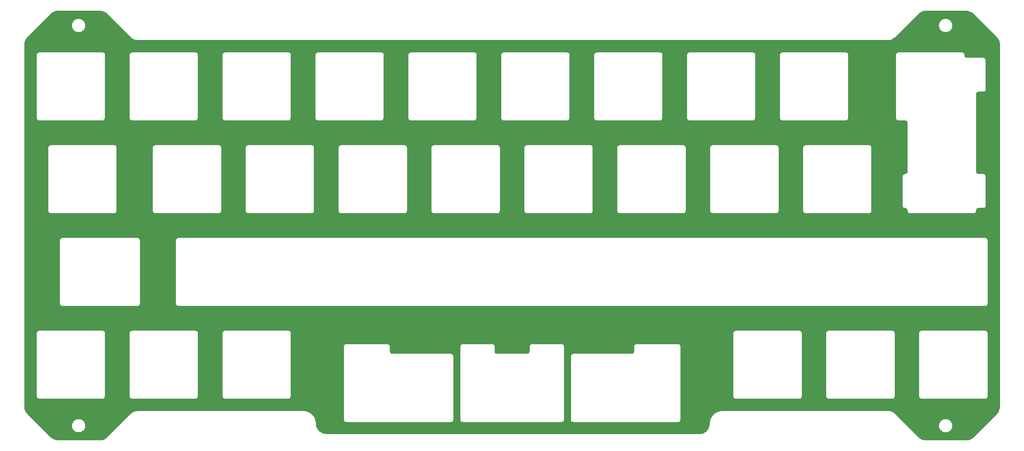
<source format=gbl>
%TF.GenerationSoftware,KiCad,Pcbnew,7.0.6*%
%TF.CreationDate,2023-08-05T15:34:36-04:00*%
%TF.ProjectId,cutiepie-symmetrical-all-stagger-plate,63757469-6570-4696-952d-73796d6d6574,rev?*%
%TF.SameCoordinates,Original*%
%TF.FileFunction,Copper,L2,Bot*%
%TF.FilePolarity,Positive*%
%FSLAX46Y46*%
G04 Gerber Fmt 4.6, Leading zero omitted, Abs format (unit mm)*
G04 Created by KiCad (PCBNEW 7.0.6) date 2023-08-05 15:34:36*
%MOMM*%
%LPD*%
G01*
G04 APERTURE LIST*
G04 APERTURE END LIST*
%TA.AperFunction,NonConductor*%
G36*
X65674326Y-46028624D02*
G01*
X65680427Y-46029077D01*
X65759346Y-46038867D01*
X65961104Y-46063896D01*
X65978959Y-46067460D01*
X66243673Y-46140898D01*
X66260751Y-46147014D01*
X66430971Y-46222438D01*
X66511467Y-46258105D01*
X66527492Y-46266660D01*
X66760093Y-46413699D01*
X66774786Y-46424583D01*
X66990385Y-46610391D01*
X66993741Y-46613508D01*
X71813960Y-51433727D01*
X71815488Y-51435500D01*
X71820527Y-51440294D01*
X71827172Y-51446940D01*
X71829121Y-51448472D01*
X71890327Y-51506718D01*
X71892404Y-51508882D01*
X71892605Y-51509054D01*
X71895079Y-51510785D01*
X72125020Y-51689972D01*
X72125177Y-51690105D01*
X72125179Y-51690107D01*
X72125181Y-51690108D01*
X72125349Y-51690250D01*
X72126804Y-51691026D01*
X72378710Y-51833518D01*
X72380344Y-51834499D01*
X72382182Y-51835148D01*
X72582957Y-51912629D01*
X72653038Y-51939674D01*
X72653232Y-51939758D01*
X72653234Y-51939760D01*
X72653236Y-51939760D01*
X72653423Y-51939842D01*
X72654996Y-51940157D01*
X72938090Y-52003960D01*
X72939715Y-52004365D01*
X72941461Y-52004452D01*
X73230788Y-52025924D01*
X73233115Y-52026256D01*
X73236730Y-52026389D01*
X73239066Y-52026245D01*
X227114902Y-52026285D01*
X227118360Y-52026656D01*
X227126804Y-52026340D01*
X227129718Y-52026299D01*
X227137761Y-52026375D01*
X227140939Y-52025972D01*
X227224443Y-52023902D01*
X227227685Y-52023973D01*
X227230884Y-52023403D01*
X227352259Y-52008346D01*
X227518691Y-51987699D01*
X227520385Y-51987528D01*
X227522024Y-51987029D01*
X227800869Y-51909670D01*
X227802719Y-51909213D01*
X227804326Y-51908454D01*
X228068609Y-51791351D01*
X228070288Y-51790659D01*
X228071785Y-51789658D01*
X228316809Y-51634765D01*
X228318455Y-51633788D01*
X228319890Y-51632482D01*
X228539594Y-51443136D01*
X228541815Y-51441466D01*
X228543930Y-51439509D01*
X228545787Y-51437389D01*
X230957413Y-49025763D01*
X237557253Y-49025763D01*
X237564959Y-49113846D01*
X237565244Y-49117096D01*
X237565480Y-49122502D01*
X237565480Y-49129872D01*
X237563820Y-49135522D01*
X237564958Y-49148520D01*
X237567871Y-49157214D01*
X237569151Y-49164472D01*
X237569857Y-49169835D01*
X237577848Y-49261166D01*
X237577850Y-49261176D01*
X237601572Y-49349710D01*
X237602744Y-49354993D01*
X237604026Y-49362269D01*
X237603373Y-49368120D01*
X237606747Y-49380712D01*
X237611132Y-49388780D01*
X237613650Y-49395701D01*
X237615276Y-49400859D01*
X237639009Y-49489426D01*
X237677757Y-49572522D01*
X237679828Y-49577521D01*
X237682344Y-49584433D01*
X237682717Y-49590314D01*
X237688236Y-49602150D01*
X237693963Y-49609344D01*
X237697638Y-49615712D01*
X237700128Y-49620498D01*
X237725848Y-49675652D01*
X237738877Y-49703593D01*
X237791454Y-49778681D01*
X237791474Y-49778709D01*
X237794385Y-49783279D01*
X237798058Y-49789642D01*
X237799445Y-49795364D01*
X237806926Y-49806048D01*
X237813799Y-49812122D01*
X237818526Y-49817755D01*
X237821815Y-49822042D01*
X237854197Y-49868287D01*
X237874417Y-49897164D01*
X237874419Y-49897165D01*
X237874419Y-49897166D01*
X237939253Y-49962000D01*
X237942909Y-49965990D01*
X237946187Y-49969895D01*
X237947616Y-49971599D01*
X237947632Y-49971617D01*
X237949995Y-49977017D01*
X237959224Y-49986246D01*
X237967052Y-49991038D01*
X237972685Y-49995765D01*
X237976660Y-49999407D01*
X238041511Y-50064258D01*
X238116631Y-50116858D01*
X238120911Y-50120141D01*
X238126547Y-50124871D01*
X238129811Y-50129776D01*
X238140499Y-50137261D01*
X238149038Y-50140619D01*
X238155376Y-50144279D01*
X238155408Y-50144297D01*
X238159951Y-50147191D01*
X238235082Y-50199798D01*
X238318186Y-50238550D01*
X238322974Y-50241042D01*
X238326229Y-50242921D01*
X238329344Y-50244719D01*
X238333414Y-50248986D01*
X238345248Y-50254505D01*
X238354243Y-50256331D01*
X238361152Y-50258846D01*
X238366150Y-50260916D01*
X238449249Y-50299666D01*
X238449251Y-50299667D01*
X238489377Y-50310418D01*
X238537821Y-50323398D01*
X238542968Y-50325021D01*
X238549905Y-50327546D01*
X238554646Y-50331037D01*
X238567236Y-50334410D01*
X238576405Y-50334646D01*
X238583670Y-50335927D01*
X238588940Y-50337095D01*
X238677504Y-50360826D01*
X238768880Y-50368820D01*
X238774172Y-50369517D01*
X238781479Y-50370806D01*
X238786749Y-50373418D01*
X238799731Y-50374554D01*
X238808803Y-50373195D01*
X238816172Y-50373195D01*
X238821575Y-50373430D01*
X238875925Y-50378186D01*
X238912911Y-50381422D01*
X238912912Y-50381422D01*
X238912913Y-50381422D01*
X238949898Y-50378186D01*
X239004248Y-50373430D01*
X239009652Y-50373195D01*
X239017019Y-50373195D01*
X239022669Y-50374854D01*
X239035655Y-50373717D01*
X239044344Y-50370806D01*
X239051664Y-50369515D01*
X239056946Y-50368820D01*
X239148320Y-50360826D01*
X239236902Y-50337090D01*
X239242137Y-50335929D01*
X239249418Y-50334646D01*
X239255271Y-50335299D01*
X239267860Y-50331925D01*
X239275919Y-50327546D01*
X239282876Y-50325014D01*
X239287989Y-50323402D01*
X239360722Y-50303913D01*
X239376572Y-50299667D01*
X239376573Y-50299666D01*
X239376575Y-50299666D01*
X239459706Y-50260900D01*
X239464669Y-50258846D01*
X239471590Y-50256326D01*
X239477466Y-50255953D01*
X239489947Y-50250133D01*
X239497767Y-50243985D01*
X239497234Y-50244283D01*
X239502851Y-50241040D01*
X239507617Y-50238559D01*
X239590742Y-50199798D01*
X239665866Y-50147195D01*
X239670395Y-50144309D01*
X239676766Y-50140630D01*
X239682495Y-50139239D01*
X239693196Y-50131746D01*
X239699268Y-50124878D01*
X239704934Y-50120123D01*
X239709167Y-50116875D01*
X239784313Y-50064258D01*
X239849174Y-49999396D01*
X239853114Y-49995785D01*
X239858763Y-49991045D01*
X239864164Y-49988681D01*
X239873395Y-49979450D01*
X239878188Y-49971621D01*
X239882929Y-49965972D01*
X239886543Y-49962027D01*
X239951407Y-49897164D01*
X240004024Y-49822018D01*
X240007272Y-49817785D01*
X240012025Y-49812120D01*
X240016926Y-49808860D01*
X240024415Y-49798165D01*
X240027776Y-49789622D01*
X240031463Y-49783238D01*
X240034350Y-49778709D01*
X240086947Y-49703593D01*
X240125704Y-49620478D01*
X240128188Y-49615706D01*
X240128904Y-49614464D01*
X240131865Y-49609335D01*
X240136131Y-49605266D01*
X240141650Y-49593431D01*
X240143476Y-49584440D01*
X240143485Y-49584415D01*
X240145997Y-49577514D01*
X240148049Y-49572557D01*
X240186815Y-49489426D01*
X240187385Y-49487301D01*
X240191062Y-49473573D01*
X240210551Y-49400840D01*
X240212163Y-49395727D01*
X240214693Y-49388775D01*
X240218184Y-49384033D01*
X240221558Y-49371443D01*
X240221795Y-49362269D01*
X240223080Y-49354984D01*
X240224239Y-49349753D01*
X240247975Y-49261171D01*
X240255969Y-49169797D01*
X240256664Y-49164512D01*
X240260344Y-49143648D01*
X240260344Y-49143635D01*
X240260592Y-49142231D01*
X240260599Y-49142182D01*
X240261818Y-49135268D01*
X240260701Y-49127223D01*
X240260992Y-49113864D01*
X240261209Y-49109903D01*
X240268571Y-49025763D01*
X240261209Y-48941626D01*
X240260992Y-48937657D01*
X240260701Y-48924302D01*
X240262236Y-48918622D01*
X240260691Y-48909858D01*
X240260683Y-48909802D01*
X240260344Y-48907878D01*
X240256664Y-48887013D01*
X240255969Y-48881725D01*
X240247975Y-48790355D01*
X240224244Y-48701788D01*
X240223076Y-48696521D01*
X240221795Y-48689256D01*
X240222447Y-48683403D01*
X240219076Y-48670818D01*
X240214695Y-48662756D01*
X240212170Y-48655818D01*
X240210547Y-48650669D01*
X240187375Y-48564189D01*
X240186818Y-48562109D01*
X240186816Y-48562105D01*
X240186815Y-48562100D01*
X240148063Y-48478997D01*
X240145995Y-48474003D01*
X240143480Y-48467094D01*
X240143105Y-48461212D01*
X240137592Y-48449388D01*
X240131872Y-48442202D01*
X240128194Y-48435830D01*
X240125701Y-48431041D01*
X240086947Y-48347934D01*
X240034340Y-48272803D01*
X240031442Y-48268252D01*
X240027768Y-48261889D01*
X240026379Y-48256164D01*
X240018898Y-48245479D01*
X240012015Y-48239392D01*
X240007289Y-48233760D01*
X240004008Y-48229484D01*
X239951407Y-48154362D01*
X239886556Y-48089511D01*
X239882918Y-48085540D01*
X239878187Y-48079903D01*
X239875825Y-48074505D01*
X239866602Y-48065282D01*
X239858767Y-48060484D01*
X239857044Y-48059038D01*
X239853139Y-48055760D01*
X239849149Y-48052104D01*
X239784315Y-47987270D01*
X239784314Y-47987270D01*
X239784313Y-47987268D01*
X239755436Y-47967048D01*
X239709191Y-47934666D01*
X239704904Y-47931377D01*
X239699271Y-47926650D01*
X239696009Y-47921746D01*
X239685330Y-47914269D01*
X239676791Y-47910909D01*
X239673287Y-47908886D01*
X239670422Y-47907232D01*
X239665858Y-47904325D01*
X239590742Y-47851728D01*
X239562801Y-47838699D01*
X239507647Y-47812979D01*
X239502861Y-47810489D01*
X239496493Y-47806814D01*
X239492417Y-47802541D01*
X239480581Y-47797022D01*
X239471582Y-47795195D01*
X239464670Y-47792679D01*
X239459671Y-47790608D01*
X239376575Y-47751860D01*
X239288008Y-47728127D01*
X239282850Y-47726501D01*
X239275929Y-47723983D01*
X239271181Y-47720487D01*
X239258592Y-47717114D01*
X239249418Y-47716877D01*
X239242142Y-47715595D01*
X239236859Y-47714423D01*
X239148325Y-47690701D01*
X239148315Y-47690699D01*
X239056984Y-47682708D01*
X239051621Y-47682002D01*
X239044363Y-47680722D01*
X239039089Y-47678108D01*
X239026093Y-47676971D01*
X239017022Y-47678331D01*
X239009652Y-47678331D01*
X239004248Y-47678095D01*
X238949898Y-47673339D01*
X238912913Y-47670104D01*
X238912911Y-47670104D01*
X238875925Y-47673339D01*
X238821575Y-47678095D01*
X238816172Y-47678331D01*
X238808801Y-47678331D01*
X238803150Y-47676671D01*
X238790164Y-47677808D01*
X238781469Y-47680721D01*
X238774211Y-47682001D01*
X238768843Y-47682708D01*
X238677501Y-47690700D01*
X238588961Y-47714424D01*
X238583679Y-47715595D01*
X238576403Y-47716877D01*
X238570554Y-47716224D01*
X238557966Y-47719597D01*
X238549898Y-47723981D01*
X238542983Y-47726498D01*
X238537823Y-47728125D01*
X238449248Y-47751860D01*
X238366146Y-47790610D01*
X238361150Y-47792679D01*
X238354241Y-47795194D01*
X238348360Y-47795567D01*
X238336545Y-47801077D01*
X238329366Y-47806793D01*
X238323000Y-47810469D01*
X238318196Y-47812970D01*
X238235086Y-47851725D01*
X238159970Y-47904321D01*
X238155406Y-47907229D01*
X238149041Y-47910903D01*
X238143317Y-47912291D01*
X238132621Y-47919780D01*
X238126535Y-47926665D01*
X238120909Y-47931383D01*
X238116624Y-47934672D01*
X238041510Y-47987267D01*
X237976662Y-48052115D01*
X237972661Y-48055781D01*
X237967030Y-48060503D01*
X237961642Y-48062859D01*
X237952434Y-48072067D01*
X237947652Y-48079881D01*
X237942930Y-48085512D01*
X237939264Y-48089513D01*
X237874416Y-48154362D01*
X237821833Y-48229456D01*
X237818574Y-48233708D01*
X237815773Y-48237052D01*
X237813783Y-48239422D01*
X237808885Y-48242678D01*
X237801412Y-48253352D01*
X237798052Y-48261892D01*
X237794378Y-48268257D01*
X237791470Y-48272821D01*
X237738874Y-48347937D01*
X237700119Y-48431047D01*
X237697618Y-48435851D01*
X237693942Y-48442217D01*
X237689678Y-48446280D01*
X237684169Y-48458095D01*
X237682343Y-48467092D01*
X237679828Y-48474001D01*
X237677759Y-48478997D01*
X237639009Y-48562099D01*
X237615275Y-48650669D01*
X237613652Y-48655818D01*
X237611465Y-48661830D01*
X237611103Y-48662824D01*
X237607622Y-48667544D01*
X237604262Y-48680088D01*
X237604026Y-48689254D01*
X237602744Y-48696530D01*
X237601573Y-48701812D01*
X237577849Y-48790352D01*
X237577849Y-48790353D01*
X237569857Y-48881688D01*
X237569152Y-48887046D01*
X237567875Y-48894298D01*
X237565257Y-48899580D01*
X237564120Y-48912582D01*
X237565480Y-48921652D01*
X237565480Y-48929022D01*
X237565244Y-48934428D01*
X237557255Y-49025745D01*
X237557253Y-49025763D01*
X230957413Y-49025763D01*
X233371294Y-46611882D01*
X233440919Y-46545624D01*
X233445530Y-46541649D01*
X233603440Y-46418595D01*
X233668618Y-46367804D01*
X233683786Y-46357684D01*
X233922880Y-46222439D01*
X233939274Y-46214688D01*
X234195143Y-46115947D01*
X234212494Y-46110675D01*
X234480950Y-46050171D01*
X234499022Y-46047479D01*
X234782876Y-46026414D01*
X234787465Y-46026245D01*
X243203608Y-46026245D01*
X243299666Y-46028624D01*
X243305767Y-46029077D01*
X243384686Y-46038867D01*
X243586444Y-46063896D01*
X243604299Y-46067460D01*
X243869013Y-46140898D01*
X243886091Y-46147014D01*
X244056311Y-46222438D01*
X244136807Y-46258105D01*
X244152832Y-46266660D01*
X244385433Y-46413699D01*
X244400126Y-46424583D01*
X244615725Y-46610391D01*
X244619081Y-46613508D01*
X249445914Y-51440341D01*
X249512175Y-51509969D01*
X249516154Y-51514586D01*
X249652996Y-51690186D01*
X249689995Y-51737664D01*
X249700117Y-51752833D01*
X249835368Y-51991939D01*
X249843120Y-52008340D01*
X249850086Y-52026389D01*
X249941850Y-52264174D01*
X249947131Y-52281554D01*
X250007634Y-52549994D01*
X250010328Y-52568080D01*
X250031394Y-52851926D01*
X250031564Y-52856517D01*
X250031167Y-127399053D01*
X250028784Y-127495112D01*
X250028331Y-127501212D01*
X249993511Y-127781874D01*
X249989941Y-127799757D01*
X249916506Y-128064450D01*
X249910388Y-128081535D01*
X249799291Y-128332257D01*
X249790735Y-128348281D01*
X249643697Y-128580876D01*
X249632813Y-128595569D01*
X249447005Y-128811164D01*
X249443879Y-128814530D01*
X244616979Y-133641329D01*
X244547387Y-133707552D01*
X244542753Y-133711546D01*
X244319668Y-133885385D01*
X244304500Y-133895505D01*
X244065411Y-134030744D01*
X244049003Y-134038499D01*
X243793154Y-134137230D01*
X243775773Y-134142511D01*
X243507344Y-134203005D01*
X243489258Y-134205699D01*
X243205412Y-134226760D01*
X243200822Y-134226930D01*
X234784680Y-134226844D01*
X234688619Y-134224461D01*
X234682519Y-134224008D01*
X234401857Y-134189188D01*
X234383974Y-134185618D01*
X234119281Y-134112183D01*
X234102196Y-134106065D01*
X233851474Y-133994968D01*
X233835450Y-133986412D01*
X233602856Y-133839374D01*
X233588163Y-133828490D01*
X233586001Y-133826627D01*
X233372560Y-133642673D01*
X233369204Y-133639557D01*
X230957069Y-131227370D01*
X237557253Y-131227370D01*
X237564634Y-131311739D01*
X237565244Y-131318703D01*
X237565480Y-131324109D01*
X237565480Y-131331479D01*
X237563820Y-131337129D01*
X237564958Y-131350127D01*
X237567871Y-131358821D01*
X237569151Y-131366079D01*
X237569857Y-131371442D01*
X237577848Y-131462773D01*
X237577850Y-131462783D01*
X237601572Y-131551317D01*
X237602744Y-131556600D01*
X237604026Y-131563876D01*
X237603373Y-131569727D01*
X237606747Y-131582319D01*
X237611132Y-131590387D01*
X237613650Y-131597308D01*
X237615276Y-131602466D01*
X237639009Y-131691033D01*
X237677757Y-131774129D01*
X237679828Y-131779128D01*
X237682344Y-131786040D01*
X237682717Y-131791921D01*
X237688236Y-131803757D01*
X237693963Y-131810951D01*
X237697638Y-131817319D01*
X237700128Y-131822105D01*
X237725848Y-131877259D01*
X237738877Y-131905200D01*
X237739204Y-131905667D01*
X237791474Y-131980316D01*
X237794385Y-131984886D01*
X237798058Y-131991249D01*
X237799445Y-131996971D01*
X237806926Y-132007655D01*
X237813799Y-132013729D01*
X237818526Y-132019362D01*
X237821815Y-132023649D01*
X237854197Y-132069894D01*
X237874417Y-132098771D01*
X237874419Y-132098773D01*
X237939253Y-132163607D01*
X237942909Y-132167597D01*
X237947632Y-132173224D01*
X237949995Y-132178624D01*
X237959224Y-132187853D01*
X237967052Y-132192645D01*
X237972685Y-132197372D01*
X237976660Y-132201014D01*
X238014838Y-132239192D01*
X238041512Y-132265866D01*
X238041909Y-132266144D01*
X238116631Y-132318465D01*
X238120911Y-132321748D01*
X238126547Y-132326478D01*
X238129811Y-132331383D01*
X238140499Y-132338868D01*
X238149038Y-132342226D01*
X238149513Y-132342501D01*
X238155408Y-132345904D01*
X238159951Y-132348798D01*
X238235082Y-132401405D01*
X238318186Y-132440157D01*
X238322974Y-132442649D01*
X238326229Y-132444528D01*
X238329344Y-132446326D01*
X238333414Y-132450593D01*
X238345248Y-132456112D01*
X238354243Y-132457938D01*
X238361152Y-132460453D01*
X238366146Y-132462521D01*
X238394663Y-132475819D01*
X238449249Y-132501273D01*
X238449251Y-132501274D01*
X238489377Y-132512025D01*
X238537821Y-132525005D01*
X238542968Y-132526628D01*
X238549905Y-132529153D01*
X238554646Y-132532644D01*
X238567236Y-132536017D01*
X238576404Y-132536252D01*
X238576620Y-132536291D01*
X238583670Y-132537534D01*
X238588940Y-132538702D01*
X238677504Y-132562433D01*
X238768880Y-132570427D01*
X238774172Y-132571124D01*
X238781479Y-132572413D01*
X238786749Y-132575025D01*
X238799731Y-132576161D01*
X238808803Y-132574802D01*
X238816172Y-132574802D01*
X238821575Y-132575037D01*
X238845648Y-132577144D01*
X238912911Y-132583029D01*
X238912912Y-132583029D01*
X238912913Y-132583029D01*
X238980176Y-132577144D01*
X239004248Y-132575037D01*
X239009652Y-132574802D01*
X239017019Y-132574802D01*
X239022669Y-132576461D01*
X239035655Y-132575324D01*
X239044344Y-132572413D01*
X239051664Y-132571122D01*
X239056946Y-132570427D01*
X239148320Y-132562433D01*
X239236902Y-132538697D01*
X239242137Y-132537536D01*
X239249418Y-132536253D01*
X239255271Y-132536906D01*
X239267860Y-132533532D01*
X239275919Y-132529153D01*
X239282876Y-132526621D01*
X239287989Y-132525009D01*
X239375549Y-132501548D01*
X239376572Y-132501274D01*
X239376573Y-132501273D01*
X239376575Y-132501273D01*
X239459706Y-132462507D01*
X239464669Y-132460453D01*
X239471590Y-132457933D01*
X239477466Y-132457560D01*
X239489296Y-132452044D01*
X239496480Y-132446326D01*
X239501613Y-132443362D01*
X239502855Y-132442646D01*
X239507628Y-132440161D01*
X239590742Y-132401405D01*
X239665866Y-132348802D01*
X239670395Y-132345916D01*
X239676766Y-132342237D01*
X239682495Y-132340846D01*
X239693196Y-132333353D01*
X239699268Y-132326485D01*
X239704934Y-132321730D01*
X239709167Y-132318482D01*
X239784313Y-132265865D01*
X239849174Y-132201003D01*
X239853114Y-132197392D01*
X239858763Y-132192652D01*
X239864164Y-132190288D01*
X239873395Y-132181057D01*
X239878188Y-132173228D01*
X239882929Y-132167579D01*
X239886543Y-132163634D01*
X239951407Y-132098771D01*
X240004024Y-132023625D01*
X240007272Y-132019392D01*
X240012025Y-132013727D01*
X240016926Y-132010467D01*
X240024415Y-131999772D01*
X240027776Y-131991229D01*
X240031458Y-131984853D01*
X240034350Y-131980316D01*
X240086947Y-131905200D01*
X240125703Y-131822086D01*
X240128188Y-131817313D01*
X240128904Y-131816071D01*
X240131865Y-131810942D01*
X240136131Y-131806873D01*
X240141650Y-131795038D01*
X240143476Y-131786047D01*
X240143479Y-131786040D01*
X240145997Y-131779121D01*
X240148049Y-131774164D01*
X240186815Y-131691033D01*
X240210550Y-131602448D01*
X240212168Y-131597320D01*
X240214693Y-131590382D01*
X240218184Y-131585640D01*
X240221558Y-131573050D01*
X240221795Y-131563876D01*
X240223078Y-131556595D01*
X240224239Y-131551360D01*
X240247975Y-131462778D01*
X240255969Y-131371404D01*
X240256664Y-131366119D01*
X240260344Y-131345255D01*
X240260344Y-131345242D01*
X240260592Y-131343838D01*
X240260599Y-131343789D01*
X240261818Y-131336875D01*
X240260701Y-131328830D01*
X240260992Y-131315471D01*
X240261209Y-131311510D01*
X240268571Y-131227370D01*
X240261209Y-131143233D01*
X240260992Y-131139264D01*
X240260701Y-131125909D01*
X240262236Y-131120229D01*
X240260691Y-131111465D01*
X240260683Y-131111409D01*
X240260344Y-131109485D01*
X240256664Y-131088620D01*
X240255969Y-131083332D01*
X240247975Y-130991962D01*
X240224244Y-130903398D01*
X240223076Y-130898128D01*
X240221795Y-130890863D01*
X240222447Y-130885010D01*
X240219076Y-130872425D01*
X240214695Y-130864363D01*
X240212170Y-130857426D01*
X240210547Y-130852279D01*
X240198973Y-130809082D01*
X240186818Y-130763716D01*
X240186816Y-130763712D01*
X240186815Y-130763707D01*
X240148063Y-130680604D01*
X240145995Y-130675610D01*
X240143480Y-130668701D01*
X240143105Y-130662819D01*
X240137592Y-130650995D01*
X240131872Y-130643809D01*
X240128194Y-130637437D01*
X240125701Y-130632648D01*
X240086947Y-130549541D01*
X240034345Y-130474418D01*
X240031442Y-130469859D01*
X240030063Y-130467470D01*
X240027768Y-130463496D01*
X240026379Y-130457771D01*
X240018896Y-130447084D01*
X240012012Y-130440995D01*
X240007280Y-130435357D01*
X240004001Y-130431082D01*
X239951407Y-130355969D01*
X239886556Y-130291118D01*
X239882918Y-130287147D01*
X239878187Y-130281510D01*
X239875825Y-130276112D01*
X239866602Y-130266889D01*
X239858767Y-130262091D01*
X239857044Y-130260645D01*
X239853139Y-130257367D01*
X239849149Y-130253711D01*
X239784313Y-130188875D01*
X239779220Y-130185309D01*
X239709177Y-130136264D01*
X239704903Y-130132983D01*
X239700864Y-130129594D01*
X239699431Y-130128391D01*
X239699339Y-130128314D01*
X239699237Y-130128228D01*
X239695985Y-130123336D01*
X239685330Y-130115876D01*
X239676791Y-130112516D01*
X239670891Y-130109110D01*
X239670422Y-130108839D01*
X239665858Y-130105932D01*
X239590742Y-130053335D01*
X239562801Y-130040306D01*
X239507647Y-130014586D01*
X239502861Y-130012096D01*
X239496493Y-130008421D01*
X239492417Y-130004148D01*
X239480581Y-129998629D01*
X239471582Y-129996802D01*
X239464670Y-129994286D01*
X239459671Y-129992215D01*
X239376575Y-129953467D01*
X239288008Y-129929734D01*
X239282850Y-129928108D01*
X239275929Y-129925590D01*
X239271181Y-129922094D01*
X239258592Y-129918721D01*
X239249418Y-129918484D01*
X239242142Y-129917202D01*
X239236859Y-129916030D01*
X239148325Y-129892308D01*
X239148315Y-129892306D01*
X239056984Y-129884315D01*
X239051621Y-129883609D01*
X239044363Y-129882329D01*
X239039089Y-129879715D01*
X239026093Y-129878578D01*
X239017022Y-129879938D01*
X239009652Y-129879938D01*
X239004248Y-129879702D01*
X238949898Y-129874946D01*
X238912913Y-129871711D01*
X238912911Y-129871711D01*
X238875925Y-129874946D01*
X238821575Y-129879702D01*
X238816172Y-129879938D01*
X238808801Y-129879938D01*
X238803150Y-129878278D01*
X238790164Y-129879415D01*
X238781469Y-129882328D01*
X238774211Y-129883608D01*
X238768843Y-129884315D01*
X238677501Y-129892307D01*
X238588961Y-129916031D01*
X238583679Y-129917202D01*
X238576403Y-129918484D01*
X238570554Y-129917831D01*
X238557966Y-129921204D01*
X238549898Y-129925588D01*
X238542983Y-129928105D01*
X238537823Y-129929732D01*
X238449248Y-129953467D01*
X238366146Y-129992217D01*
X238361150Y-129994286D01*
X238354241Y-129996801D01*
X238348360Y-129997174D01*
X238336545Y-130002684D01*
X238329366Y-130008400D01*
X238323000Y-130012076D01*
X238318196Y-130014577D01*
X238235086Y-130053332D01*
X238159970Y-130105928D01*
X238155406Y-130108836D01*
X238149041Y-130112510D01*
X238143317Y-130113898D01*
X238132621Y-130121387D01*
X238126535Y-130128272D01*
X238120909Y-130132990D01*
X238116624Y-130136279D01*
X238041510Y-130188874D01*
X237976662Y-130253722D01*
X237972661Y-130257388D01*
X237967030Y-130262110D01*
X237961642Y-130264466D01*
X237952434Y-130273674D01*
X237947652Y-130281488D01*
X237942930Y-130287119D01*
X237939264Y-130291120D01*
X237874416Y-130355969D01*
X237821820Y-130431082D01*
X237818533Y-130435366D01*
X237813816Y-130440990D01*
X237808904Y-130444258D01*
X237801412Y-130454959D01*
X237798052Y-130463499D01*
X237794378Y-130469864D01*
X237791470Y-130474428D01*
X237738874Y-130549544D01*
X237700119Y-130632654D01*
X237697618Y-130637458D01*
X237693942Y-130643824D01*
X237689678Y-130647887D01*
X237684169Y-130659702D01*
X237682343Y-130668699D01*
X237679828Y-130675608D01*
X237677759Y-130680604D01*
X237639009Y-130763706D01*
X237615280Y-130852259D01*
X237613668Y-130857376D01*
X237612400Y-130860868D01*
X237611122Y-130864379D01*
X237607631Y-130869117D01*
X237604262Y-130881695D01*
X237604026Y-130890861D01*
X237602744Y-130898137D01*
X237601573Y-130903419D01*
X237577849Y-130991959D01*
X237577849Y-130991960D01*
X237569857Y-131083295D01*
X237569152Y-131088653D01*
X237567875Y-131095905D01*
X237565257Y-131101187D01*
X237564120Y-131114189D01*
X237565480Y-131123259D01*
X237565480Y-131130629D01*
X237565244Y-131136034D01*
X237557253Y-131227370D01*
X230957069Y-131227370D01*
X228550772Y-128821022D01*
X228549206Y-128819068D01*
X228541060Y-128811310D01*
X228535661Y-128805911D01*
X228533807Y-128804408D01*
X228471437Y-128745052D01*
X228469296Y-128742807D01*
X228466758Y-128741013D01*
X228237652Y-128562473D01*
X228236463Y-128561502D01*
X228236107Y-128561321D01*
X227982735Y-128417998D01*
X227981254Y-128417113D01*
X227979594Y-128416519D01*
X227709967Y-128312466D01*
X227708445Y-128311833D01*
X227708017Y-128311755D01*
X227423526Y-128247637D01*
X227422009Y-128247257D01*
X227421585Y-128247243D01*
X227150386Y-128227117D01*
X227130548Y-128225644D01*
X227128541Y-128225366D01*
X227128023Y-128225360D01*
X227125134Y-128225252D01*
X227123314Y-128225341D01*
X193086789Y-128225292D01*
X193083027Y-128225010D01*
X193078956Y-128225214D01*
X193075856Y-128225292D01*
X193075270Y-128225292D01*
X193073511Y-128225487D01*
X193073154Y-128225506D01*
X192824854Y-128238042D01*
X192821986Y-128238050D01*
X192821870Y-128238061D01*
X192819088Y-128238604D01*
X192575562Y-128275770D01*
X192573418Y-128276029D01*
X192571343Y-128276692D01*
X192217883Y-128376951D01*
X192217499Y-128377042D01*
X192216052Y-128377739D01*
X191887026Y-128526402D01*
X191885493Y-128527052D01*
X191884091Y-128527998D01*
X191582771Y-128721115D01*
X191581416Y-128721937D01*
X191581098Y-128722235D01*
X191310748Y-128956397D01*
X191309288Y-128957592D01*
X191308142Y-128958983D01*
X191074867Y-129228305D01*
X191073599Y-129229694D01*
X191072599Y-129231356D01*
X190879669Y-129532388D01*
X190878677Y-129533853D01*
X190878024Y-129535392D01*
X190729380Y-129864372D01*
X190728655Y-129865874D01*
X190728562Y-129866266D01*
X190628217Y-130220026D01*
X190627633Y-130221888D01*
X190627389Y-130223892D01*
X190590215Y-130467470D01*
X190589672Y-130470252D01*
X190589661Y-130470368D01*
X190589653Y-130473237D01*
X190577098Y-130721893D01*
X190576901Y-130723660D01*
X190576901Y-130724256D01*
X190576822Y-130727376D01*
X190565421Y-130953095D01*
X190564537Y-130960855D01*
X190507334Y-131281779D01*
X190502727Y-131299733D01*
X190402121Y-131597320D01*
X190395029Y-131614113D01*
X190253626Y-131890322D01*
X190244310Y-131905667D01*
X190065706Y-132156880D01*
X190054393Y-132170594D01*
X189842200Y-132393159D01*
X189829062Y-132405097D01*
X189586987Y-132595300D01*
X189572169Y-132605304D01*
X189303884Y-132759506D01*
X189287548Y-132767367D01*
X188996692Y-132881966D01*
X188979083Y-132887431D01*
X188669177Y-132958852D01*
X188650686Y-132961666D01*
X188317994Y-132986838D01*
X188313314Y-132987015D01*
X112022741Y-132987015D01*
X112019618Y-132986936D01*
X111957708Y-132983809D01*
X111793894Y-132975536D01*
X111786134Y-132974652D01*
X111465207Y-132917452D01*
X111447253Y-132912845D01*
X111149663Y-132812241D01*
X111132870Y-132805149D01*
X110856665Y-132663752D01*
X110841319Y-132654437D01*
X110590084Y-132475819D01*
X110576378Y-132464511D01*
X110353817Y-132252326D01*
X110341882Y-132239192D01*
X110169394Y-132019666D01*
X110151666Y-131997103D01*
X110141664Y-131982287D01*
X110140525Y-131980306D01*
X109987459Y-131713999D01*
X109979600Y-131697666D01*
X109977093Y-131691304D01*
X109865000Y-131406809D01*
X109859535Y-131389200D01*
X109854216Y-131366119D01*
X109788112Y-131079287D01*
X109785299Y-131060801D01*
X109780111Y-130992233D01*
X109759949Y-130725731D01*
X109747216Y-130473595D01*
X109747227Y-130470345D01*
X109746587Y-130467155D01*
X109719723Y-130291130D01*
X109709500Y-130224144D01*
X109709238Y-130221919D01*
X109708591Y-130219879D01*
X109644092Y-129992491D01*
X109634417Y-129958383D01*
X115530509Y-129958383D01*
X115530697Y-129961787D01*
X115530742Y-129963442D01*
X115531126Y-129965156D01*
X115531175Y-129965416D01*
X115531798Y-129967341D01*
X115574574Y-130136271D01*
X115586991Y-130185309D01*
X115587927Y-130193490D01*
X115589723Y-130198093D01*
X115590350Y-130200060D01*
X115591245Y-130201989D01*
X115591275Y-130202062D01*
X115591994Y-130203117D01*
X115592022Y-130203161D01*
X115593318Y-130204709D01*
X115596823Y-130209404D01*
X115603212Y-130214493D01*
X115761261Y-130380340D01*
X115766802Y-130387747D01*
X115767411Y-130388299D01*
X115770528Y-130390481D01*
X115771728Y-130391369D01*
X115773030Y-130391979D01*
X115777470Y-130394198D01*
X115777489Y-130394204D01*
X115787085Y-130395629D01*
X116027332Y-130462705D01*
X116029492Y-130463459D01*
X116031283Y-130463886D01*
X116032531Y-130463934D01*
X116034956Y-130463792D01*
X137460303Y-130463792D01*
X137464085Y-130464064D01*
X137467936Y-130463871D01*
X137469342Y-130463835D01*
X137470709Y-130463529D01*
X137474479Y-130462779D01*
X137478125Y-130461570D01*
X137690682Y-130407747D01*
X137699195Y-130406818D01*
X137699324Y-130406767D01*
X137703444Y-130405473D01*
X137705740Y-130404391D01*
X137708017Y-130403423D01*
X137709115Y-130402662D01*
X137711107Y-130400984D01*
X137715294Y-130397887D01*
X137720479Y-130391378D01*
X137885900Y-130233734D01*
X137893781Y-130227899D01*
X137896202Y-130224445D01*
X137897402Y-130222850D01*
X137898238Y-130221052D01*
X137900084Y-130217409D01*
X137901535Y-130207827D01*
X137903178Y-130201941D01*
X137968642Y-129967466D01*
X137969401Y-129965317D01*
X137969896Y-129963303D01*
X137969940Y-129962196D01*
X137969790Y-129959621D01*
X137969790Y-129958383D01*
X139406402Y-129958383D01*
X139406590Y-129961787D01*
X139406635Y-129963442D01*
X139407019Y-129965156D01*
X139407068Y-129965416D01*
X139407691Y-129967341D01*
X139450467Y-130136271D01*
X139462884Y-130185309D01*
X139463820Y-130193490D01*
X139465616Y-130198093D01*
X139466243Y-130200060D01*
X139467138Y-130201989D01*
X139467168Y-130202062D01*
X139467887Y-130203117D01*
X139467915Y-130203161D01*
X139469211Y-130204709D01*
X139472716Y-130209404D01*
X139479105Y-130214493D01*
X139637154Y-130380340D01*
X139642695Y-130387747D01*
X139643304Y-130388299D01*
X139646421Y-130390481D01*
X139647621Y-130391369D01*
X139648923Y-130391979D01*
X139653363Y-130394198D01*
X139653382Y-130394204D01*
X139662978Y-130395629D01*
X139903225Y-130462705D01*
X139905385Y-130463459D01*
X139907176Y-130463886D01*
X139908424Y-130463934D01*
X139910849Y-130463792D01*
X160122196Y-130463792D01*
X160125978Y-130464064D01*
X160129829Y-130463871D01*
X160131235Y-130463835D01*
X160132602Y-130463529D01*
X160136372Y-130462779D01*
X160140018Y-130461570D01*
X160352575Y-130407747D01*
X160361088Y-130406818D01*
X160361217Y-130406767D01*
X160365337Y-130405473D01*
X160367633Y-130404391D01*
X160369910Y-130403423D01*
X160371008Y-130402662D01*
X160373000Y-130400984D01*
X160377187Y-130397887D01*
X160382372Y-130391378D01*
X160547793Y-130233734D01*
X160555674Y-130227899D01*
X160558095Y-130224445D01*
X160559295Y-130222850D01*
X160560131Y-130221052D01*
X160561977Y-130217409D01*
X160563428Y-130207827D01*
X160565071Y-130201941D01*
X160630535Y-129967466D01*
X160631294Y-129965317D01*
X160631789Y-129963303D01*
X160631833Y-129962196D01*
X160631683Y-129959621D01*
X160631683Y-129958381D01*
X162068402Y-129958381D01*
X162068590Y-129961787D01*
X162068635Y-129963442D01*
X162069019Y-129965156D01*
X162069068Y-129965416D01*
X162069691Y-129967341D01*
X162112467Y-130136271D01*
X162124884Y-130185309D01*
X162125820Y-130193490D01*
X162127616Y-130198093D01*
X162128243Y-130200060D01*
X162129138Y-130201989D01*
X162129168Y-130202062D01*
X162129887Y-130203117D01*
X162129915Y-130203161D01*
X162131211Y-130204709D01*
X162134716Y-130209404D01*
X162141105Y-130214493D01*
X162299154Y-130380340D01*
X162304695Y-130387747D01*
X162305304Y-130388299D01*
X162308421Y-130390481D01*
X162309621Y-130391369D01*
X162310923Y-130391979D01*
X162315363Y-130394198D01*
X162315382Y-130394204D01*
X162324978Y-130395629D01*
X162565225Y-130462705D01*
X162567385Y-130463459D01*
X162569176Y-130463886D01*
X162570424Y-130463934D01*
X162572849Y-130463792D01*
X183998196Y-130463792D01*
X184001978Y-130464064D01*
X184005829Y-130463871D01*
X184007235Y-130463835D01*
X184008602Y-130463529D01*
X184012372Y-130462779D01*
X184016018Y-130461570D01*
X184228575Y-130407747D01*
X184237088Y-130406818D01*
X184237217Y-130406767D01*
X184241337Y-130405473D01*
X184243633Y-130404391D01*
X184245910Y-130403423D01*
X184247008Y-130402662D01*
X184249000Y-130400984D01*
X184253187Y-130397887D01*
X184258372Y-130391378D01*
X184423793Y-130233734D01*
X184431674Y-130227899D01*
X184434095Y-130224445D01*
X184435295Y-130222850D01*
X184436131Y-130221052D01*
X184437977Y-130217409D01*
X184439428Y-130207827D01*
X184441071Y-130201941D01*
X184506535Y-129967466D01*
X184507294Y-129965317D01*
X184507789Y-129963303D01*
X184507833Y-129962196D01*
X184507683Y-129959621D01*
X184507683Y-125195733D01*
X195405902Y-125195733D01*
X195406090Y-125199139D01*
X195406135Y-125200794D01*
X195406519Y-125202508D01*
X195406568Y-125202768D01*
X195407191Y-125204693D01*
X195462384Y-125422661D01*
X195463320Y-125430842D01*
X195465116Y-125435445D01*
X195465743Y-125437412D01*
X195466638Y-125439341D01*
X195466668Y-125439414D01*
X195467387Y-125440469D01*
X195467415Y-125440513D01*
X195468711Y-125442061D01*
X195472216Y-125446756D01*
X195478605Y-125451845D01*
X195636654Y-125617692D01*
X195642195Y-125625099D01*
X195642804Y-125625651D01*
X195645921Y-125627833D01*
X195647121Y-125628721D01*
X195648423Y-125629331D01*
X195652863Y-125631550D01*
X195652882Y-125631556D01*
X195662478Y-125632981D01*
X195902725Y-125700057D01*
X195904885Y-125700811D01*
X195906676Y-125701238D01*
X195907924Y-125701286D01*
X195910349Y-125701144D01*
X208897696Y-125701144D01*
X208901478Y-125701416D01*
X208905329Y-125701223D01*
X208906735Y-125701187D01*
X208908102Y-125700881D01*
X208911872Y-125700131D01*
X208915518Y-125698922D01*
X209128075Y-125645099D01*
X209136588Y-125644170D01*
X209136717Y-125644119D01*
X209140837Y-125642825D01*
X209143133Y-125641743D01*
X209145410Y-125640775D01*
X209146508Y-125640014D01*
X209148500Y-125638336D01*
X209152687Y-125635239D01*
X209157872Y-125628730D01*
X209323293Y-125471086D01*
X209331174Y-125465251D01*
X209333595Y-125461797D01*
X209334795Y-125460202D01*
X209335631Y-125458404D01*
X209337477Y-125454761D01*
X209338928Y-125445179D01*
X209340571Y-125439293D01*
X209406035Y-125204818D01*
X209406792Y-125202673D01*
X209407268Y-125200738D01*
X209407336Y-125198877D01*
X209407182Y-125196524D01*
X209407182Y-125195733D01*
X214455902Y-125195733D01*
X214456090Y-125199139D01*
X214456135Y-125200794D01*
X214456519Y-125202508D01*
X214456568Y-125202768D01*
X214457191Y-125204693D01*
X214512384Y-125422661D01*
X214513320Y-125430842D01*
X214515116Y-125435445D01*
X214515743Y-125437412D01*
X214516638Y-125439341D01*
X214516668Y-125439414D01*
X214517387Y-125440469D01*
X214517415Y-125440513D01*
X214518711Y-125442061D01*
X214522216Y-125446756D01*
X214528605Y-125451845D01*
X214686654Y-125617692D01*
X214692195Y-125625099D01*
X214692804Y-125625651D01*
X214695921Y-125627833D01*
X214697121Y-125628721D01*
X214698423Y-125629331D01*
X214702863Y-125631550D01*
X214702882Y-125631556D01*
X214712478Y-125632981D01*
X214952725Y-125700057D01*
X214954885Y-125700811D01*
X214956676Y-125701238D01*
X214957924Y-125701286D01*
X214960349Y-125701144D01*
X227947696Y-125701144D01*
X227951478Y-125701416D01*
X227955329Y-125701223D01*
X227956735Y-125701187D01*
X227958102Y-125700881D01*
X227961872Y-125700131D01*
X227965518Y-125698922D01*
X228178075Y-125645099D01*
X228186588Y-125644170D01*
X228186717Y-125644119D01*
X228190837Y-125642825D01*
X228193133Y-125641743D01*
X228195410Y-125640775D01*
X228196508Y-125640014D01*
X228198500Y-125638336D01*
X228202687Y-125635239D01*
X228207872Y-125628730D01*
X228373293Y-125471086D01*
X228381174Y-125465251D01*
X228383595Y-125461797D01*
X228384795Y-125460202D01*
X228385631Y-125458404D01*
X228387477Y-125454761D01*
X228388928Y-125445179D01*
X228390571Y-125439293D01*
X228456035Y-125204818D01*
X228456792Y-125202673D01*
X228457268Y-125200738D01*
X228457336Y-125198877D01*
X228457182Y-125196524D01*
X228457182Y-125195736D01*
X233505509Y-125195736D01*
X233505697Y-125199139D01*
X233505742Y-125200794D01*
X233506126Y-125202508D01*
X233506175Y-125202768D01*
X233506798Y-125204693D01*
X233561991Y-125422661D01*
X233562927Y-125430842D01*
X233564723Y-125435445D01*
X233565350Y-125437412D01*
X233566245Y-125439341D01*
X233566275Y-125439414D01*
X233566994Y-125440469D01*
X233567022Y-125440513D01*
X233568318Y-125442061D01*
X233571823Y-125446756D01*
X233578212Y-125451845D01*
X233736261Y-125617692D01*
X233741802Y-125625099D01*
X233742411Y-125625651D01*
X233745528Y-125627833D01*
X233746728Y-125628721D01*
X233748030Y-125629331D01*
X233752470Y-125631550D01*
X233752489Y-125631556D01*
X233762085Y-125632981D01*
X234002332Y-125700057D01*
X234004492Y-125700811D01*
X234006283Y-125701238D01*
X234007531Y-125701286D01*
X234009956Y-125701144D01*
X246997303Y-125701144D01*
X247001085Y-125701416D01*
X247004936Y-125701223D01*
X247006342Y-125701187D01*
X247007709Y-125700881D01*
X247011479Y-125700131D01*
X247015125Y-125698922D01*
X247227682Y-125645099D01*
X247236195Y-125644170D01*
X247236324Y-125644119D01*
X247240444Y-125642825D01*
X247242740Y-125641743D01*
X247245017Y-125640775D01*
X247246115Y-125640014D01*
X247248107Y-125638336D01*
X247252294Y-125635239D01*
X247257479Y-125628730D01*
X247422900Y-125471086D01*
X247430781Y-125465251D01*
X247433202Y-125461797D01*
X247434402Y-125460202D01*
X247435238Y-125458404D01*
X247437084Y-125454761D01*
X247438535Y-125445179D01*
X247440178Y-125439293D01*
X247505642Y-125204818D01*
X247506401Y-125202669D01*
X247506896Y-125200655D01*
X247506940Y-125199561D01*
X247506790Y-125196996D01*
X247506789Y-112209617D01*
X247507062Y-112205845D01*
X247506869Y-112201999D01*
X247506833Y-112200598D01*
X247506536Y-112199277D01*
X247505737Y-112195282D01*
X247504528Y-112191652D01*
X247450888Y-111979815D01*
X247450007Y-111971382D01*
X247447879Y-111965914D01*
X247447050Y-111963295D01*
X247446495Y-111961976D01*
X247446106Y-111961410D01*
X247444185Y-111959123D01*
X247440824Y-111954620D01*
X247434459Y-111949540D01*
X247277190Y-111784511D01*
X247271805Y-111777158D01*
X247270037Y-111775556D01*
X247267040Y-111773448D01*
X247265859Y-111772569D01*
X247264528Y-111771937D01*
X247261165Y-111770233D01*
X247260312Y-111769927D01*
X247251289Y-111768526D01*
X247010090Y-111701185D01*
X247007852Y-111700411D01*
X247006332Y-111700050D01*
X247005047Y-111700001D01*
X247002623Y-111700144D01*
X234015277Y-111700144D01*
X234011494Y-111699871D01*
X234007644Y-111700065D01*
X234006141Y-111700103D01*
X234004534Y-111700455D01*
X234004331Y-111700493D01*
X234002398Y-111701112D01*
X233784814Y-111756207D01*
X233776722Y-111757096D01*
X233771006Y-111759287D01*
X233768956Y-111759945D01*
X233767677Y-111760502D01*
X233766842Y-111761065D01*
X233765142Y-111762486D01*
X233760153Y-111766245D01*
X233755179Y-111772478D01*
X233589680Y-111930195D01*
X233582899Y-111935216D01*
X233580773Y-111937910D01*
X233579460Y-111939369D01*
X233578237Y-111941110D01*
X233577112Y-111943366D01*
X233576476Y-111945136D01*
X233575339Y-111947721D01*
X233574082Y-111955964D01*
X233506786Y-112197004D01*
X233505994Y-112199313D01*
X233505699Y-112200560D01*
X233505647Y-112201963D01*
X233505790Y-112204362D01*
X233505790Y-125191794D01*
X233505509Y-125195736D01*
X228457182Y-125195736D01*
X228457182Y-125191793D01*
X228457182Y-112209617D01*
X228457455Y-112205845D01*
X228457262Y-112201999D01*
X228457226Y-112200598D01*
X228456929Y-112199277D01*
X228456130Y-112195282D01*
X228454921Y-112191652D01*
X228401281Y-111979815D01*
X228400400Y-111971382D01*
X228398272Y-111965914D01*
X228397443Y-111963295D01*
X228396888Y-111961976D01*
X228396499Y-111961410D01*
X228394578Y-111959123D01*
X228391217Y-111954620D01*
X228384852Y-111949540D01*
X228227583Y-111784511D01*
X228222198Y-111777158D01*
X228220430Y-111775556D01*
X228217433Y-111773448D01*
X228216252Y-111772569D01*
X228214921Y-111771937D01*
X228211558Y-111770233D01*
X228210705Y-111769927D01*
X228201682Y-111768526D01*
X227960483Y-111701185D01*
X227958245Y-111700411D01*
X227956725Y-111700050D01*
X227955440Y-111700001D01*
X227953016Y-111700144D01*
X214965670Y-111700144D01*
X214961887Y-111699871D01*
X214958037Y-111700065D01*
X214956534Y-111700103D01*
X214954927Y-111700455D01*
X214954724Y-111700493D01*
X214952791Y-111701112D01*
X214735207Y-111756207D01*
X214727115Y-111757096D01*
X214721399Y-111759287D01*
X214719349Y-111759945D01*
X214718070Y-111760502D01*
X214717235Y-111761065D01*
X214715535Y-111762486D01*
X214710546Y-111766245D01*
X214705572Y-111772478D01*
X214540073Y-111930195D01*
X214533292Y-111935216D01*
X214531166Y-111937910D01*
X214529853Y-111939369D01*
X214528630Y-111941110D01*
X214527505Y-111943366D01*
X214526869Y-111945136D01*
X214525732Y-111947721D01*
X214524475Y-111955964D01*
X214457179Y-112197004D01*
X214456388Y-112199309D01*
X214456071Y-112200656D01*
X214456045Y-112201282D01*
X214456182Y-112203907D01*
X214456182Y-125191794D01*
X214455902Y-125195733D01*
X209407182Y-125195733D01*
X209407182Y-125191793D01*
X209407182Y-112209617D01*
X209407455Y-112205845D01*
X209407262Y-112201999D01*
X209407226Y-112200598D01*
X209406929Y-112199277D01*
X209406130Y-112195282D01*
X209404921Y-112191652D01*
X209351281Y-111979815D01*
X209350400Y-111971382D01*
X209348272Y-111965914D01*
X209347443Y-111963295D01*
X209346888Y-111961976D01*
X209346499Y-111961410D01*
X209344578Y-111959123D01*
X209341217Y-111954620D01*
X209334852Y-111949540D01*
X209177583Y-111784511D01*
X209172198Y-111777158D01*
X209170430Y-111775556D01*
X209167433Y-111773448D01*
X209166252Y-111772569D01*
X209164921Y-111771937D01*
X209161558Y-111770233D01*
X209160705Y-111769927D01*
X209151682Y-111768526D01*
X208910483Y-111701185D01*
X208908245Y-111700411D01*
X208906725Y-111700050D01*
X208905440Y-111700001D01*
X208903016Y-111700144D01*
X195915670Y-111700144D01*
X195911887Y-111699871D01*
X195908037Y-111700065D01*
X195906534Y-111700103D01*
X195904927Y-111700455D01*
X195904724Y-111700493D01*
X195902791Y-111701112D01*
X195685207Y-111756207D01*
X195677115Y-111757096D01*
X195671399Y-111759287D01*
X195669349Y-111759945D01*
X195668070Y-111760502D01*
X195667235Y-111761065D01*
X195665535Y-111762486D01*
X195660546Y-111766245D01*
X195655572Y-111772478D01*
X195490073Y-111930195D01*
X195483292Y-111935216D01*
X195481166Y-111937910D01*
X195479853Y-111939369D01*
X195478630Y-111941110D01*
X195477505Y-111943366D01*
X195476869Y-111945136D01*
X195475732Y-111947721D01*
X195474475Y-111955964D01*
X195407179Y-112197004D01*
X195406388Y-112199309D01*
X195406071Y-112200656D01*
X195406045Y-112201282D01*
X195406182Y-112203907D01*
X195406182Y-125191794D01*
X195405902Y-125195733D01*
X184507683Y-125195733D01*
X184507683Y-114972281D01*
X184507992Y-114967998D01*
X184507862Y-114965950D01*
X184507812Y-114963256D01*
X184507211Y-114960658D01*
X184506796Y-114958428D01*
X184505419Y-114954291D01*
X184451781Y-114742463D01*
X184450900Y-114734030D01*
X184448772Y-114728562D01*
X184447943Y-114725943D01*
X184447388Y-114724624D01*
X184446999Y-114724058D01*
X184445078Y-114721771D01*
X184441717Y-114717268D01*
X184435352Y-114712188D01*
X184278083Y-114547159D01*
X184272698Y-114539806D01*
X184270930Y-114538204D01*
X184267933Y-114536096D01*
X184266752Y-114535217D01*
X184265421Y-114534585D01*
X184262058Y-114532881D01*
X184261204Y-114532575D01*
X184252182Y-114531174D01*
X184010896Y-114463809D01*
X184007829Y-114462753D01*
X184007183Y-114462751D01*
X184007182Y-114462751D01*
X183998766Y-114462730D01*
X183990767Y-114464809D01*
X183982500Y-114465828D01*
X183982200Y-114463400D01*
X183965502Y-114467792D01*
X175603170Y-114467792D01*
X175599387Y-114467519D01*
X175595537Y-114467713D01*
X175594034Y-114467751D01*
X175592427Y-114468103D01*
X175592224Y-114468141D01*
X175590291Y-114468760D01*
X175372707Y-114523855D01*
X175364615Y-114524744D01*
X175358899Y-114526935D01*
X175356849Y-114527593D01*
X175355570Y-114528150D01*
X175354735Y-114528713D01*
X175353035Y-114530134D01*
X175348046Y-114533893D01*
X175343072Y-114540126D01*
X175177573Y-114697843D01*
X175170792Y-114702864D01*
X175168666Y-114705558D01*
X175167353Y-114707017D01*
X175166130Y-114708758D01*
X175165005Y-114711014D01*
X175164369Y-114712784D01*
X175163232Y-114715369D01*
X175161975Y-114723612D01*
X175094679Y-114964652D01*
X175093887Y-114966961D01*
X175093592Y-114968208D01*
X175093540Y-114969611D01*
X175093683Y-114972010D01*
X175093683Y-115947775D01*
X175089889Y-115978213D01*
X175041370Y-116169823D01*
X175010930Y-116224930D01*
X175008205Y-116227790D01*
X174876730Y-116365752D01*
X174820310Y-116399638D01*
X174693854Y-116434944D01*
X174610474Y-116458224D01*
X174577130Y-116462792D01*
X162578170Y-116462792D01*
X162574387Y-116462519D01*
X162570537Y-116462713D01*
X162569034Y-116462751D01*
X162567427Y-116463103D01*
X162567224Y-116463141D01*
X162565291Y-116463760D01*
X162347707Y-116518855D01*
X162339615Y-116519744D01*
X162333899Y-116521935D01*
X162331849Y-116522593D01*
X162330570Y-116523150D01*
X162329735Y-116523713D01*
X162328035Y-116525134D01*
X162323046Y-116528893D01*
X162318072Y-116535126D01*
X162152573Y-116692843D01*
X162145792Y-116697864D01*
X162143666Y-116700558D01*
X162142353Y-116702017D01*
X162141130Y-116703758D01*
X162140005Y-116706014D01*
X162139369Y-116707784D01*
X162138232Y-116710369D01*
X162136975Y-116718612D01*
X162069679Y-116959652D01*
X162068888Y-116961957D01*
X162068571Y-116963304D01*
X162068545Y-116963930D01*
X162068682Y-116966555D01*
X162068682Y-129954442D01*
X162068402Y-129958381D01*
X160631683Y-129958381D01*
X160631683Y-114972279D01*
X160631955Y-114968498D01*
X160631762Y-114964647D01*
X160631726Y-114963246D01*
X160631429Y-114961925D01*
X160630630Y-114957930D01*
X160629421Y-114954300D01*
X160575781Y-114742463D01*
X160574900Y-114734030D01*
X160572772Y-114728562D01*
X160571943Y-114725943D01*
X160571388Y-114724624D01*
X160570999Y-114724058D01*
X160569078Y-114721771D01*
X160565717Y-114717268D01*
X160559352Y-114712188D01*
X160402083Y-114547159D01*
X160396698Y-114539806D01*
X160394930Y-114538204D01*
X160391933Y-114536096D01*
X160390752Y-114535217D01*
X160389421Y-114534585D01*
X160386058Y-114532881D01*
X160385205Y-114532575D01*
X160376182Y-114531174D01*
X160134983Y-114463833D01*
X160132745Y-114463059D01*
X160131225Y-114462698D01*
X160129940Y-114462649D01*
X160127516Y-114462792D01*
X154140170Y-114462792D01*
X154136387Y-114462519D01*
X154132537Y-114462713D01*
X154131034Y-114462751D01*
X154129427Y-114463103D01*
X154129224Y-114463141D01*
X154127291Y-114463760D01*
X153909707Y-114518855D01*
X153901615Y-114519744D01*
X153895899Y-114521935D01*
X153893849Y-114522593D01*
X153892570Y-114523150D01*
X153891735Y-114523713D01*
X153890035Y-114525134D01*
X153885046Y-114528893D01*
X153880072Y-114535126D01*
X153714573Y-114692843D01*
X153707792Y-114697864D01*
X153705666Y-114700558D01*
X153704353Y-114702017D01*
X153703130Y-114703758D01*
X153702005Y-114706014D01*
X153701369Y-114707784D01*
X153700232Y-114710369D01*
X153698975Y-114718612D01*
X153631679Y-114959652D01*
X153630887Y-114961961D01*
X153630592Y-114963208D01*
X153630540Y-114964611D01*
X153630683Y-114967010D01*
X153630683Y-115952775D01*
X153626889Y-115983213D01*
X153578370Y-116174823D01*
X153547930Y-116229931D01*
X153413730Y-116370752D01*
X153357310Y-116404638D01*
X153230854Y-116439944D01*
X153147474Y-116463224D01*
X153114130Y-116467792D01*
X146922699Y-116467792D01*
X146892261Y-116463998D01*
X146700649Y-116415479D01*
X146645542Y-116385039D01*
X146504720Y-116250839D01*
X146470835Y-116194421D01*
X146412250Y-115984580D01*
X146407683Y-115951236D01*
X146407683Y-114972279D01*
X146407955Y-114968498D01*
X146407762Y-114964647D01*
X146407726Y-114963246D01*
X146407429Y-114961925D01*
X146406630Y-114957930D01*
X146405421Y-114954300D01*
X146351781Y-114742463D01*
X146350900Y-114734030D01*
X146348772Y-114728562D01*
X146347943Y-114725943D01*
X146347388Y-114724624D01*
X146346999Y-114724058D01*
X146345078Y-114721771D01*
X146341717Y-114717268D01*
X146335352Y-114712188D01*
X146178083Y-114547159D01*
X146172698Y-114539806D01*
X146170930Y-114538204D01*
X146167933Y-114536096D01*
X146166752Y-114535217D01*
X146165421Y-114534585D01*
X146162058Y-114532881D01*
X146161205Y-114532575D01*
X146152182Y-114531174D01*
X145910983Y-114463833D01*
X145908745Y-114463059D01*
X145907225Y-114462698D01*
X145905940Y-114462649D01*
X145903516Y-114462792D01*
X139916170Y-114462792D01*
X139912387Y-114462519D01*
X139908537Y-114462713D01*
X139907034Y-114462751D01*
X139905427Y-114463103D01*
X139905224Y-114463141D01*
X139903291Y-114463760D01*
X139685707Y-114518855D01*
X139677615Y-114519744D01*
X139671899Y-114521935D01*
X139669849Y-114522593D01*
X139668570Y-114523150D01*
X139667735Y-114523713D01*
X139666035Y-114525134D01*
X139661046Y-114528893D01*
X139656072Y-114535126D01*
X139490573Y-114692843D01*
X139483792Y-114697864D01*
X139481666Y-114700558D01*
X139480353Y-114702017D01*
X139479130Y-114703758D01*
X139478005Y-114706014D01*
X139477369Y-114707784D01*
X139476232Y-114710369D01*
X139474975Y-114718612D01*
X139407679Y-114959652D01*
X139406887Y-114961961D01*
X139406592Y-114963208D01*
X139406540Y-114964611D01*
X139406683Y-114967010D01*
X139406683Y-129954441D01*
X139406402Y-129958383D01*
X137969790Y-129958383D01*
X137969790Y-116972279D01*
X137970062Y-116968498D01*
X137969869Y-116964647D01*
X137969833Y-116963246D01*
X137969536Y-116961925D01*
X137968737Y-116957930D01*
X137967528Y-116954300D01*
X137913888Y-116742463D01*
X137913007Y-116734030D01*
X137910879Y-116728562D01*
X137910050Y-116725943D01*
X137909495Y-116724624D01*
X137909106Y-116724058D01*
X137907185Y-116721771D01*
X137903824Y-116717268D01*
X137897459Y-116712188D01*
X137740190Y-116547159D01*
X137734805Y-116539806D01*
X137733037Y-116538204D01*
X137730040Y-116536096D01*
X137728859Y-116535217D01*
X137727528Y-116534585D01*
X137724165Y-116532881D01*
X137723312Y-116532575D01*
X137714289Y-116531174D01*
X137473090Y-116463833D01*
X137470852Y-116463059D01*
X137469332Y-116462698D01*
X137468047Y-116462649D01*
X137465623Y-116462792D01*
X125459806Y-116462792D01*
X125429368Y-116458998D01*
X125237756Y-116410479D01*
X125182649Y-116380039D01*
X125167657Y-116365752D01*
X125041827Y-116245839D01*
X125007942Y-116189421D01*
X124949357Y-115979580D01*
X124944790Y-115946236D01*
X124944790Y-114977279D01*
X124945062Y-114973498D01*
X124944869Y-114969647D01*
X124944833Y-114968246D01*
X124944536Y-114966925D01*
X124943737Y-114962930D01*
X124942528Y-114959300D01*
X124888888Y-114747463D01*
X124888007Y-114739030D01*
X124885879Y-114733562D01*
X124885050Y-114730943D01*
X124884495Y-114729624D01*
X124884106Y-114729058D01*
X124882185Y-114726771D01*
X124878824Y-114722268D01*
X124872459Y-114717188D01*
X124715190Y-114552159D01*
X124709805Y-114544806D01*
X124708037Y-114543204D01*
X124705040Y-114541096D01*
X124703859Y-114540217D01*
X124702528Y-114539585D01*
X124699165Y-114537881D01*
X124698310Y-114537575D01*
X124689291Y-114536174D01*
X124482890Y-114478549D01*
X124468488Y-114470133D01*
X124467577Y-114472345D01*
X124444389Y-114462792D01*
X124444290Y-114462751D01*
X124419736Y-114462751D01*
X124419530Y-114462792D01*
X116040277Y-114462792D01*
X116036494Y-114462519D01*
X116032644Y-114462713D01*
X116031141Y-114462751D01*
X116029534Y-114463103D01*
X116029331Y-114463141D01*
X116027398Y-114463760D01*
X115809814Y-114518855D01*
X115801722Y-114519744D01*
X115796006Y-114521935D01*
X115793956Y-114522593D01*
X115792677Y-114523150D01*
X115791842Y-114523713D01*
X115790142Y-114525134D01*
X115785153Y-114528893D01*
X115780179Y-114535126D01*
X115614680Y-114692843D01*
X115607899Y-114697864D01*
X115605773Y-114700558D01*
X115604460Y-114702017D01*
X115603237Y-114703758D01*
X115602112Y-114706014D01*
X115601476Y-114707784D01*
X115600339Y-114710369D01*
X115599082Y-114718612D01*
X115531786Y-114959652D01*
X115530994Y-114961961D01*
X115530699Y-114963208D01*
X115530647Y-114964611D01*
X115530790Y-114967010D01*
X115530790Y-129954441D01*
X115530509Y-129958383D01*
X109634417Y-129958383D01*
X109608708Y-129867744D01*
X109608267Y-129866033D01*
X109607509Y-129864455D01*
X109458923Y-129535603D01*
X109458212Y-129533913D01*
X109457211Y-129532431D01*
X109457183Y-129532388D01*
X109417118Y-129469873D01*
X109264179Y-129231241D01*
X109263315Y-129229815D01*
X109263013Y-129229495D01*
X109028855Y-128959150D01*
X109027649Y-128957676D01*
X109026235Y-128956511D01*
X108777683Y-128741229D01*
X108757092Y-128723394D01*
X108755604Y-128722026D01*
X108753896Y-128720997D01*
X108597004Y-128620445D01*
X108453006Y-128528156D01*
X108451386Y-128527053D01*
X108449649Y-128526323D01*
X108120953Y-128377808D01*
X108119394Y-128377052D01*
X108118956Y-128376947D01*
X107765409Y-128276663D01*
X107763454Y-128276042D01*
X107761434Y-128275793D01*
X107518007Y-128238641D01*
X107515136Y-128238070D01*
X107515112Y-128238067D01*
X107512162Y-128238052D01*
X107487089Y-128236785D01*
X107263723Y-128225506D01*
X107261900Y-128225292D01*
X107261018Y-128225292D01*
X107257883Y-128225213D01*
X107253872Y-128225009D01*
X107250094Y-128225292D01*
X73220510Y-128225292D01*
X73217354Y-128225037D01*
X73210479Y-128225289D01*
X73210397Y-128225292D01*
X73208280Y-128225292D01*
X73206887Y-128225419D01*
X73156271Y-128227269D01*
X73115745Y-128228750D01*
X73113023Y-128228726D01*
X73112771Y-128228747D01*
X73110109Y-128229217D01*
X72826727Y-128267318D01*
X72824831Y-128267520D01*
X72823046Y-128268082D01*
X72547596Y-128346859D01*
X72547217Y-128346949D01*
X72545781Y-128347637D01*
X72286424Y-128464330D01*
X72284593Y-128465092D01*
X72282976Y-128466188D01*
X72041012Y-128620315D01*
X72040796Y-128620440D01*
X72040608Y-128620617D01*
X71822699Y-128808854D01*
X71821176Y-128810036D01*
X71819068Y-128811997D01*
X71817771Y-128813437D01*
X67970680Y-132660448D01*
X66991639Y-133639469D01*
X66922047Y-133705692D01*
X66917413Y-133709686D01*
X66694328Y-133883525D01*
X66679160Y-133893645D01*
X66440071Y-134028884D01*
X66423663Y-134036639D01*
X66167814Y-134135370D01*
X66150433Y-134140651D01*
X65882004Y-134201145D01*
X65863919Y-134203839D01*
X65580072Y-134224901D01*
X65575482Y-134225071D01*
X56834731Y-134224981D01*
X56834639Y-134224981D01*
X56831414Y-134224901D01*
X56738576Y-134222597D01*
X56732477Y-134222144D01*
X56451815Y-134187325D01*
X56433932Y-134183755D01*
X56169239Y-134110319D01*
X56152154Y-134104201D01*
X55901432Y-133993104D01*
X55885408Y-133984548D01*
X55652813Y-133837511D01*
X55638120Y-133826627D01*
X55504591Y-133711546D01*
X55422524Y-133640816D01*
X55419168Y-133637700D01*
X54591755Y-132810270D01*
X53009166Y-131227647D01*
X59769564Y-131227647D01*
X59777553Y-131318971D01*
X59777789Y-131324364D01*
X59777791Y-131331726D01*
X59776130Y-131337386D01*
X59777269Y-131350401D01*
X59780182Y-131359095D01*
X59781462Y-131366353D01*
X59782168Y-131371716D01*
X59790159Y-131463047D01*
X59790161Y-131463057D01*
X59813883Y-131551591D01*
X59815055Y-131556874D01*
X59816337Y-131564150D01*
X59815684Y-131570001D01*
X59819058Y-131582593D01*
X59823443Y-131590661D01*
X59825961Y-131597582D01*
X59827587Y-131602740D01*
X59851320Y-131691307D01*
X59890068Y-131774403D01*
X59892139Y-131779402D01*
X59894655Y-131786314D01*
X59895028Y-131792195D01*
X59900547Y-131804031D01*
X59906274Y-131811225D01*
X59909949Y-131817593D01*
X59912439Y-131822379D01*
X59938159Y-131877533D01*
X59951188Y-131905474D01*
X59951323Y-131905667D01*
X60003785Y-131980590D01*
X60006696Y-131985160D01*
X60010369Y-131991523D01*
X60011756Y-131997245D01*
X60019237Y-132007929D01*
X60026110Y-132014003D01*
X60030837Y-132019636D01*
X60034126Y-132023923D01*
X60066508Y-132070168D01*
X60086728Y-132099045D01*
X60086729Y-132099046D01*
X60086730Y-132099047D01*
X60151564Y-132163881D01*
X60155220Y-132167871D01*
X60159943Y-132173498D01*
X60162306Y-132178898D01*
X60171535Y-132188127D01*
X60179363Y-132192919D01*
X60184996Y-132197646D01*
X60188971Y-132201288D01*
X60253822Y-132266139D01*
X60328942Y-132318739D01*
X60333222Y-132322022D01*
X60338858Y-132326752D01*
X60342122Y-132331657D01*
X60352810Y-132339142D01*
X60361349Y-132342500D01*
X60367254Y-132345910D01*
X60367719Y-132346178D01*
X60372262Y-132349072D01*
X60447393Y-132401679D01*
X60530497Y-132440431D01*
X60535285Y-132442923D01*
X60538540Y-132444802D01*
X60541655Y-132446600D01*
X60545725Y-132450867D01*
X60557559Y-132456386D01*
X60566554Y-132458212D01*
X60573463Y-132460727D01*
X60578457Y-132462795D01*
X60648560Y-132495485D01*
X60661560Y-132501547D01*
X60661562Y-132501548D01*
X60701688Y-132512299D01*
X60750132Y-132525279D01*
X60755279Y-132526902D01*
X60762216Y-132529427D01*
X60766957Y-132532918D01*
X60779547Y-132536291D01*
X60788716Y-132536527D01*
X60795981Y-132537808D01*
X60801251Y-132538976D01*
X60889815Y-132562707D01*
X60981191Y-132570701D01*
X60986483Y-132571398D01*
X60993790Y-132572687D01*
X60999060Y-132575299D01*
X61012042Y-132576435D01*
X61021114Y-132575076D01*
X61028483Y-132575076D01*
X61033886Y-132575311D01*
X61088236Y-132580067D01*
X61125222Y-132583303D01*
X61125223Y-132583303D01*
X61125224Y-132583303D01*
X61162209Y-132580067D01*
X61216559Y-132575311D01*
X61221963Y-132575076D01*
X61229330Y-132575076D01*
X61234980Y-132576735D01*
X61247966Y-132575598D01*
X61256655Y-132572687D01*
X61263975Y-132571396D01*
X61269257Y-132570701D01*
X61360631Y-132562707D01*
X61449213Y-132538971D01*
X61454448Y-132537810D01*
X61461729Y-132536527D01*
X61467582Y-132537180D01*
X61480171Y-132533806D01*
X61488230Y-132529427D01*
X61495187Y-132526895D01*
X61500300Y-132525283D01*
X61573033Y-132505794D01*
X61588883Y-132501548D01*
X61588884Y-132501547D01*
X61588886Y-132501547D01*
X61672017Y-132462781D01*
X61676980Y-132460727D01*
X61683901Y-132458207D01*
X61689777Y-132457834D01*
X61701607Y-132452318D01*
X61708791Y-132446600D01*
X61713924Y-132443636D01*
X61715166Y-132442920D01*
X61719939Y-132440435D01*
X61803053Y-132401679D01*
X61878177Y-132349076D01*
X61882706Y-132346190D01*
X61889077Y-132342511D01*
X61894806Y-132341120D01*
X61905507Y-132333627D01*
X61911579Y-132326759D01*
X61917245Y-132322004D01*
X61921478Y-132318756D01*
X61996624Y-132266139D01*
X62061485Y-132201277D01*
X62065425Y-132197666D01*
X62071074Y-132192926D01*
X62076475Y-132190562D01*
X62085706Y-132181331D01*
X62090499Y-132173502D01*
X62095240Y-132167853D01*
X62098854Y-132163908D01*
X62163718Y-132099045D01*
X62163909Y-132098773D01*
X62166682Y-132094812D01*
X62216335Y-132023899D01*
X62219583Y-132019666D01*
X62224336Y-132014001D01*
X62229237Y-132010741D01*
X62236726Y-132000046D01*
X62240087Y-131991503D01*
X62243769Y-131985127D01*
X62246661Y-131980590D01*
X62299258Y-131905474D01*
X62338014Y-131822360D01*
X62340499Y-131817587D01*
X62341215Y-131816345D01*
X62344176Y-131811216D01*
X62348442Y-131807147D01*
X62353961Y-131795312D01*
X62355787Y-131786321D01*
X62355887Y-131786047D01*
X62358308Y-131779395D01*
X62360360Y-131774438D01*
X62399126Y-131691307D01*
X62399199Y-131691037D01*
X62403373Y-131675454D01*
X62422862Y-131602721D01*
X62424474Y-131597608D01*
X62427004Y-131590656D01*
X62430495Y-131585914D01*
X62433869Y-131573324D01*
X62434106Y-131564150D01*
X62435389Y-131556869D01*
X62436550Y-131551634D01*
X62460286Y-131463052D01*
X62468280Y-131371678D01*
X62468975Y-131366393D01*
X62472655Y-131345529D01*
X62472655Y-131345516D01*
X62472903Y-131344112D01*
X62472910Y-131344063D01*
X62474129Y-131337149D01*
X62473012Y-131329104D01*
X62473303Y-131315745D01*
X62473520Y-131311784D01*
X62480882Y-131227644D01*
X62473520Y-131143507D01*
X62473303Y-131139538D01*
X62473012Y-131126183D01*
X62474547Y-131120503D01*
X62473002Y-131111739D01*
X62472994Y-131111683D01*
X62472655Y-131109759D01*
X62468975Y-131088894D01*
X62468280Y-131083606D01*
X62460286Y-130992236D01*
X62436555Y-130903672D01*
X62435387Y-130898402D01*
X62434106Y-130891137D01*
X62434758Y-130885284D01*
X62431387Y-130872699D01*
X62427006Y-130864637D01*
X62426912Y-130864379D01*
X62424476Y-130857684D01*
X62422856Y-130852545D01*
X62399691Y-130766088D01*
X62399129Y-130763990D01*
X62399127Y-130763986D01*
X62399126Y-130763981D01*
X62360374Y-130680878D01*
X62358306Y-130675884D01*
X62355791Y-130668975D01*
X62355416Y-130663093D01*
X62349903Y-130651269D01*
X62344183Y-130644083D01*
X62340505Y-130637711D01*
X62338012Y-130632922D01*
X62299258Y-130549815D01*
X62246656Y-130474692D01*
X62243753Y-130470133D01*
X62243595Y-130469859D01*
X62240079Y-130463770D01*
X62238690Y-130458045D01*
X62231212Y-130447364D01*
X62224333Y-130441282D01*
X62219592Y-130435632D01*
X62216312Y-130431356D01*
X62163718Y-130356243D01*
X62098867Y-130291392D01*
X62095229Y-130287421D01*
X62090498Y-130281784D01*
X62088136Y-130276386D01*
X62078913Y-130267163D01*
X62071078Y-130262365D01*
X62069355Y-130260919D01*
X62065450Y-130257641D01*
X62061460Y-130253985D01*
X61996626Y-130189151D01*
X61996625Y-130189150D01*
X61996624Y-130189149D01*
X61967747Y-130168929D01*
X61921502Y-130136547D01*
X61917215Y-130133258D01*
X61911582Y-130128531D01*
X61908320Y-130123627D01*
X61897641Y-130116150D01*
X61889102Y-130112790D01*
X61885598Y-130110767D01*
X61882733Y-130109113D01*
X61878169Y-130106206D01*
X61803053Y-130053609D01*
X61775112Y-130040580D01*
X61719958Y-130014860D01*
X61715172Y-130012370D01*
X61708804Y-130008695D01*
X61704728Y-130004422D01*
X61692892Y-129998903D01*
X61683893Y-129997076D01*
X61676981Y-129994560D01*
X61671982Y-129992489D01*
X61588886Y-129953741D01*
X61500319Y-129930008D01*
X61495161Y-129928382D01*
X61488240Y-129925864D01*
X61483492Y-129922368D01*
X61470903Y-129918995D01*
X61461729Y-129918758D01*
X61454453Y-129917476D01*
X61449170Y-129916304D01*
X61360636Y-129892582D01*
X61360626Y-129892580D01*
X61269295Y-129884589D01*
X61263932Y-129883883D01*
X61256674Y-129882603D01*
X61251400Y-129879989D01*
X61238404Y-129878852D01*
X61229333Y-129880212D01*
X61221963Y-129880212D01*
X61216559Y-129879976D01*
X61162209Y-129875220D01*
X61125224Y-129871985D01*
X61125222Y-129871985D01*
X61088236Y-129875220D01*
X61033886Y-129879976D01*
X61028483Y-129880212D01*
X61021112Y-129880212D01*
X61015461Y-129878552D01*
X61002475Y-129879689D01*
X60993780Y-129882602D01*
X60986522Y-129883882D01*
X60981154Y-129884589D01*
X60889812Y-129892581D01*
X60801272Y-129916305D01*
X60795990Y-129917476D01*
X60788714Y-129918758D01*
X60782865Y-129918105D01*
X60770277Y-129921478D01*
X60762209Y-129925862D01*
X60755294Y-129928379D01*
X60750134Y-129930006D01*
X60661559Y-129953741D01*
X60578457Y-129992491D01*
X60573461Y-129994560D01*
X60566552Y-129997075D01*
X60560671Y-129997448D01*
X60548856Y-130002958D01*
X60541677Y-130008674D01*
X60535311Y-130012350D01*
X60530507Y-130014851D01*
X60447397Y-130053606D01*
X60372281Y-130106202D01*
X60367717Y-130109110D01*
X60361352Y-130112784D01*
X60355628Y-130114172D01*
X60344932Y-130121661D01*
X60338846Y-130128546D01*
X60333220Y-130133264D01*
X60328935Y-130136553D01*
X60253821Y-130189148D01*
X60188973Y-130253996D01*
X60184972Y-130257662D01*
X60179341Y-130262384D01*
X60173953Y-130264740D01*
X60164745Y-130273948D01*
X60159963Y-130281762D01*
X60155241Y-130287393D01*
X60151575Y-130291394D01*
X60086727Y-130356243D01*
X60034131Y-130431356D01*
X60030844Y-130435640D01*
X60026127Y-130441264D01*
X60021215Y-130444532D01*
X60013723Y-130455233D01*
X60010363Y-130463773D01*
X60006689Y-130470138D01*
X60003781Y-130474702D01*
X59951185Y-130549818D01*
X59912430Y-130632928D01*
X59909929Y-130637732D01*
X59906253Y-130644098D01*
X59901989Y-130648161D01*
X59896480Y-130659976D01*
X59894654Y-130668973D01*
X59892139Y-130675882D01*
X59890070Y-130680878D01*
X59851320Y-130763980D01*
X59827588Y-130852545D01*
X59825968Y-130857684D01*
X59823867Y-130863463D01*
X59823402Y-130864736D01*
X59819928Y-130869444D01*
X59816573Y-130881969D01*
X59816337Y-130891135D01*
X59815055Y-130898411D01*
X59813884Y-130903693D01*
X59790160Y-130992233D01*
X59790160Y-130992234D01*
X59782168Y-131083569D01*
X59781463Y-131088927D01*
X59780186Y-131096179D01*
X59777568Y-131101461D01*
X59776430Y-131114476D01*
X59777791Y-131123560D01*
X59777789Y-131130922D01*
X59777553Y-131136315D01*
X59769564Y-131227640D01*
X59769564Y-131227647D01*
X53009166Y-131227647D01*
X50592416Y-128810846D01*
X50526160Y-128741222D01*
X50522172Y-128736594D01*
X50348337Y-128513514D01*
X50338217Y-128498346D01*
X50292268Y-128417113D01*
X50202974Y-128259249D01*
X50195227Y-128242857D01*
X50096489Y-127986992D01*
X50091213Y-127969627D01*
X50030715Y-127701181D01*
X50028024Y-127683112D01*
X50006962Y-127399258D01*
X50006792Y-127394668D01*
X50006810Y-125627812D01*
X50006815Y-125195735D01*
X52531098Y-125195735D01*
X52531286Y-125199139D01*
X52531331Y-125200794D01*
X52531715Y-125202508D01*
X52531764Y-125202768D01*
X52532387Y-125204693D01*
X52587580Y-125422661D01*
X52588516Y-125430842D01*
X52590312Y-125435445D01*
X52590939Y-125437412D01*
X52591834Y-125439341D01*
X52591864Y-125439414D01*
X52592583Y-125440469D01*
X52592611Y-125440513D01*
X52593907Y-125442061D01*
X52597412Y-125446756D01*
X52603801Y-125451845D01*
X52761850Y-125617692D01*
X52767391Y-125625099D01*
X52768000Y-125625651D01*
X52771117Y-125627833D01*
X52772317Y-125628721D01*
X52773619Y-125629331D01*
X52778059Y-125631550D01*
X52778078Y-125631556D01*
X52787674Y-125632981D01*
X53027921Y-125700057D01*
X53030081Y-125700811D01*
X53031872Y-125701238D01*
X53033120Y-125701286D01*
X53035545Y-125701144D01*
X66022892Y-125701144D01*
X66026674Y-125701416D01*
X66030525Y-125701223D01*
X66031931Y-125701187D01*
X66033298Y-125700881D01*
X66037068Y-125700131D01*
X66040714Y-125698922D01*
X66253271Y-125645099D01*
X66261784Y-125644170D01*
X66261913Y-125644119D01*
X66266033Y-125642825D01*
X66268329Y-125641743D01*
X66270606Y-125640775D01*
X66271704Y-125640014D01*
X66273696Y-125638336D01*
X66277883Y-125635239D01*
X66283068Y-125628730D01*
X66448489Y-125471086D01*
X66456370Y-125465251D01*
X66458791Y-125461797D01*
X66459991Y-125460202D01*
X66460827Y-125458404D01*
X66462673Y-125454761D01*
X66464124Y-125445179D01*
X66465767Y-125439293D01*
X66531231Y-125204818D01*
X66531990Y-125202669D01*
X66532485Y-125200655D01*
X66532529Y-125199548D01*
X66532379Y-125196973D01*
X66532379Y-125195735D01*
X71581098Y-125195735D01*
X71581286Y-125199139D01*
X71581331Y-125200794D01*
X71581715Y-125202508D01*
X71581764Y-125202768D01*
X71582387Y-125204693D01*
X71637580Y-125422661D01*
X71638516Y-125430842D01*
X71640312Y-125435445D01*
X71640939Y-125437412D01*
X71641834Y-125439341D01*
X71641864Y-125439414D01*
X71642583Y-125440469D01*
X71642611Y-125440513D01*
X71643907Y-125442061D01*
X71647412Y-125446756D01*
X71653801Y-125451845D01*
X71811850Y-125617692D01*
X71817391Y-125625099D01*
X71818000Y-125625651D01*
X71821117Y-125627833D01*
X71822317Y-125628721D01*
X71823619Y-125629331D01*
X71828059Y-125631550D01*
X71828078Y-125631556D01*
X71837674Y-125632981D01*
X72077921Y-125700057D01*
X72080081Y-125700811D01*
X72081872Y-125701238D01*
X72083120Y-125701286D01*
X72085545Y-125701144D01*
X85072892Y-125701144D01*
X85076674Y-125701416D01*
X85080525Y-125701223D01*
X85081931Y-125701187D01*
X85083298Y-125700881D01*
X85087068Y-125700131D01*
X85090714Y-125698922D01*
X85303271Y-125645099D01*
X85311784Y-125644170D01*
X85311913Y-125644119D01*
X85316033Y-125642825D01*
X85318329Y-125641743D01*
X85320606Y-125640775D01*
X85321704Y-125640014D01*
X85323696Y-125638336D01*
X85327883Y-125635239D01*
X85333068Y-125628730D01*
X85498489Y-125471086D01*
X85506370Y-125465251D01*
X85508791Y-125461797D01*
X85509991Y-125460202D01*
X85510827Y-125458404D01*
X85512673Y-125454761D01*
X85514124Y-125445179D01*
X85515767Y-125439293D01*
X85581231Y-125204818D01*
X85581990Y-125202669D01*
X85582485Y-125200655D01*
X85582529Y-125199548D01*
X85582379Y-125196973D01*
X85582379Y-125195735D01*
X90630706Y-125195735D01*
X90630894Y-125199139D01*
X90630939Y-125200794D01*
X90631323Y-125202508D01*
X90631372Y-125202768D01*
X90631995Y-125204693D01*
X90687188Y-125422661D01*
X90688124Y-125430842D01*
X90689920Y-125435445D01*
X90690547Y-125437412D01*
X90691442Y-125439341D01*
X90691472Y-125439414D01*
X90692191Y-125440469D01*
X90692219Y-125440513D01*
X90693515Y-125442061D01*
X90697020Y-125446756D01*
X90703409Y-125451845D01*
X90861458Y-125617692D01*
X90866999Y-125625099D01*
X90867608Y-125625651D01*
X90870725Y-125627833D01*
X90871925Y-125628721D01*
X90873227Y-125629331D01*
X90877667Y-125631550D01*
X90877686Y-125631556D01*
X90887282Y-125632981D01*
X91127529Y-125700057D01*
X91129689Y-125700811D01*
X91131480Y-125701238D01*
X91132728Y-125701286D01*
X91135153Y-125701144D01*
X104122500Y-125701144D01*
X104126282Y-125701416D01*
X104130133Y-125701223D01*
X104131539Y-125701187D01*
X104132906Y-125700881D01*
X104136676Y-125700131D01*
X104140322Y-125698922D01*
X104352879Y-125645099D01*
X104361392Y-125644170D01*
X104361521Y-125644119D01*
X104365641Y-125642825D01*
X104367937Y-125641743D01*
X104370214Y-125640775D01*
X104371312Y-125640014D01*
X104373304Y-125638336D01*
X104377491Y-125635239D01*
X104382676Y-125628730D01*
X104548097Y-125471086D01*
X104555978Y-125465251D01*
X104558399Y-125461797D01*
X104559599Y-125460202D01*
X104560435Y-125458404D01*
X104562281Y-125454761D01*
X104563732Y-125445179D01*
X104565375Y-125439293D01*
X104630839Y-125204818D01*
X104631598Y-125202669D01*
X104632093Y-125200655D01*
X104632137Y-125199548D01*
X104631987Y-125196973D01*
X104631987Y-112209631D01*
X104632259Y-112205850D01*
X104632066Y-112201999D01*
X104632030Y-112200598D01*
X104631733Y-112199277D01*
X104630934Y-112195282D01*
X104629725Y-112191652D01*
X104576085Y-111979815D01*
X104575204Y-111971382D01*
X104573076Y-111965914D01*
X104572247Y-111963295D01*
X104571692Y-111961976D01*
X104571303Y-111961410D01*
X104569382Y-111959123D01*
X104566021Y-111954620D01*
X104559656Y-111949540D01*
X104402387Y-111784511D01*
X104397002Y-111777158D01*
X104395234Y-111775556D01*
X104392237Y-111773448D01*
X104391056Y-111772569D01*
X104389725Y-111771937D01*
X104386362Y-111770233D01*
X104385509Y-111769927D01*
X104376486Y-111768526D01*
X104135287Y-111701185D01*
X104133049Y-111700411D01*
X104131529Y-111700050D01*
X104130244Y-111700001D01*
X104127820Y-111700144D01*
X91140474Y-111700144D01*
X91136691Y-111699871D01*
X91132841Y-111700065D01*
X91131338Y-111700103D01*
X91129731Y-111700455D01*
X91129528Y-111700493D01*
X91127595Y-111701112D01*
X90910011Y-111756207D01*
X90901919Y-111757096D01*
X90896203Y-111759287D01*
X90894153Y-111759945D01*
X90892874Y-111760502D01*
X90892039Y-111761065D01*
X90890339Y-111762486D01*
X90885350Y-111766245D01*
X90880376Y-111772478D01*
X90714877Y-111930195D01*
X90708096Y-111935216D01*
X90705970Y-111937910D01*
X90704657Y-111939369D01*
X90703434Y-111941110D01*
X90702309Y-111943366D01*
X90701673Y-111945136D01*
X90700536Y-111947721D01*
X90699279Y-111955964D01*
X90631983Y-112197004D01*
X90631191Y-112199313D01*
X90630896Y-112200560D01*
X90630844Y-112201963D01*
X90630987Y-112204362D01*
X90630987Y-125191793D01*
X90630706Y-125195735D01*
X85582379Y-125195735D01*
X85582379Y-112209631D01*
X85582651Y-112205850D01*
X85582458Y-112201999D01*
X85582422Y-112200598D01*
X85582125Y-112199277D01*
X85581326Y-112195282D01*
X85580117Y-112191652D01*
X85526477Y-111979815D01*
X85525596Y-111971382D01*
X85523468Y-111965914D01*
X85522639Y-111963295D01*
X85522084Y-111961976D01*
X85521695Y-111961410D01*
X85519774Y-111959123D01*
X85516413Y-111954620D01*
X85510048Y-111949540D01*
X85352779Y-111784511D01*
X85347394Y-111777158D01*
X85345626Y-111775556D01*
X85342629Y-111773448D01*
X85341448Y-111772569D01*
X85340117Y-111771937D01*
X85336754Y-111770233D01*
X85335901Y-111769927D01*
X85326878Y-111768526D01*
X85085679Y-111701185D01*
X85083441Y-111700411D01*
X85081921Y-111700050D01*
X85080636Y-111700001D01*
X85078212Y-111700144D01*
X72090866Y-111700144D01*
X72087083Y-111699871D01*
X72083233Y-111700065D01*
X72081730Y-111700103D01*
X72080123Y-111700455D01*
X72079920Y-111700493D01*
X72077987Y-111701112D01*
X71860403Y-111756207D01*
X71852311Y-111757096D01*
X71846595Y-111759287D01*
X71844545Y-111759945D01*
X71843266Y-111760502D01*
X71842431Y-111761065D01*
X71840731Y-111762486D01*
X71835742Y-111766245D01*
X71830768Y-111772478D01*
X71665269Y-111930195D01*
X71658488Y-111935216D01*
X71656362Y-111937910D01*
X71655049Y-111939369D01*
X71653826Y-111941110D01*
X71652701Y-111943366D01*
X71652065Y-111945136D01*
X71650928Y-111947721D01*
X71649671Y-111955964D01*
X71582375Y-112197004D01*
X71581583Y-112199313D01*
X71581288Y-112200560D01*
X71581236Y-112201963D01*
X71581379Y-112204362D01*
X71581379Y-125191793D01*
X71581098Y-125195735D01*
X66532379Y-125195735D01*
X66532379Y-112209631D01*
X66532651Y-112205850D01*
X66532458Y-112201999D01*
X66532422Y-112200598D01*
X66532125Y-112199277D01*
X66531326Y-112195282D01*
X66530117Y-112191652D01*
X66476477Y-111979815D01*
X66475596Y-111971382D01*
X66473468Y-111965914D01*
X66472639Y-111963295D01*
X66472084Y-111961976D01*
X66471695Y-111961410D01*
X66469774Y-111959123D01*
X66466413Y-111954620D01*
X66460048Y-111949540D01*
X66302779Y-111784511D01*
X66297394Y-111777158D01*
X66295626Y-111775556D01*
X66292629Y-111773448D01*
X66291448Y-111772569D01*
X66290117Y-111771937D01*
X66286754Y-111770233D01*
X66285901Y-111769927D01*
X66276878Y-111768526D01*
X66035679Y-111701185D01*
X66033441Y-111700411D01*
X66031921Y-111700050D01*
X66030636Y-111700001D01*
X66028212Y-111700144D01*
X53040866Y-111700144D01*
X53037083Y-111699871D01*
X53033233Y-111700065D01*
X53031730Y-111700103D01*
X53030123Y-111700455D01*
X53029920Y-111700493D01*
X53027987Y-111701112D01*
X52810403Y-111756207D01*
X52802311Y-111757096D01*
X52796595Y-111759287D01*
X52794545Y-111759945D01*
X52793266Y-111760502D01*
X52792431Y-111761065D01*
X52790731Y-111762486D01*
X52785742Y-111766245D01*
X52780768Y-111772478D01*
X52615269Y-111930195D01*
X52608488Y-111935216D01*
X52606362Y-111937910D01*
X52605049Y-111939369D01*
X52603826Y-111941110D01*
X52602701Y-111943366D01*
X52602065Y-111945136D01*
X52600928Y-111947721D01*
X52599671Y-111955964D01*
X52532375Y-112197004D01*
X52531583Y-112199313D01*
X52531288Y-112200560D01*
X52531236Y-112201963D01*
X52531379Y-112204362D01*
X52531379Y-125191793D01*
X52531098Y-125195735D01*
X50006815Y-125195735D01*
X50007014Y-106145736D01*
X57294009Y-106145736D01*
X57294197Y-106149139D01*
X57294242Y-106150794D01*
X57294626Y-106152508D01*
X57294675Y-106152768D01*
X57295298Y-106154693D01*
X57350491Y-106372661D01*
X57351427Y-106380842D01*
X57353223Y-106385445D01*
X57353850Y-106387412D01*
X57354745Y-106389341D01*
X57354775Y-106389414D01*
X57355494Y-106390469D01*
X57355522Y-106390513D01*
X57356818Y-106392061D01*
X57360323Y-106396756D01*
X57366712Y-106401845D01*
X57524761Y-106567692D01*
X57530302Y-106575099D01*
X57530911Y-106575651D01*
X57534028Y-106577833D01*
X57535228Y-106578721D01*
X57536530Y-106579331D01*
X57540970Y-106581550D01*
X57540989Y-106581556D01*
X57550585Y-106582981D01*
X57790832Y-106650057D01*
X57792992Y-106650811D01*
X57794783Y-106651238D01*
X57796031Y-106651286D01*
X57798456Y-106651144D01*
X73166803Y-106651144D01*
X73170585Y-106651416D01*
X73174436Y-106651223D01*
X73175842Y-106651187D01*
X73177209Y-106650881D01*
X73180979Y-106650131D01*
X73184625Y-106648922D01*
X73397182Y-106595099D01*
X73405695Y-106594170D01*
X73405824Y-106594119D01*
X73409944Y-106592825D01*
X73412240Y-106591743D01*
X73414517Y-106590775D01*
X73415615Y-106590014D01*
X73417607Y-106588336D01*
X73421794Y-106585239D01*
X73426979Y-106578730D01*
X73592400Y-106421086D01*
X73600281Y-106415251D01*
X73602702Y-106411797D01*
X73603902Y-106410202D01*
X73604738Y-106408404D01*
X73606584Y-106404761D01*
X73608035Y-106395179D01*
X73609678Y-106389293D01*
X73675142Y-106154818D01*
X73675901Y-106152669D01*
X73676396Y-106150655D01*
X73676440Y-106149548D01*
X73676290Y-106146973D01*
X73676290Y-106145736D01*
X81105509Y-106145736D01*
X81105697Y-106149139D01*
X81105742Y-106150794D01*
X81106126Y-106152508D01*
X81106175Y-106152768D01*
X81106798Y-106154693D01*
X81161991Y-106372661D01*
X81162927Y-106380842D01*
X81164723Y-106385445D01*
X81165350Y-106387412D01*
X81166245Y-106389341D01*
X81166275Y-106389414D01*
X81166994Y-106390469D01*
X81167022Y-106390513D01*
X81168318Y-106392061D01*
X81171823Y-106396756D01*
X81178212Y-106401845D01*
X81336261Y-106567692D01*
X81341802Y-106575099D01*
X81342411Y-106575651D01*
X81345528Y-106577833D01*
X81346728Y-106578721D01*
X81348030Y-106579331D01*
X81352470Y-106581550D01*
X81352489Y-106581556D01*
X81362085Y-106582981D01*
X81602332Y-106650057D01*
X81604492Y-106650811D01*
X81606283Y-106651238D01*
X81607531Y-106651286D01*
X81609956Y-106651144D01*
X246997303Y-106651144D01*
X247001085Y-106651416D01*
X247004936Y-106651223D01*
X247006342Y-106651187D01*
X247007709Y-106650881D01*
X247011479Y-106650131D01*
X247015125Y-106648922D01*
X247227682Y-106595099D01*
X247236195Y-106594170D01*
X247236324Y-106594119D01*
X247240444Y-106592825D01*
X247242740Y-106591743D01*
X247245017Y-106590775D01*
X247246115Y-106590014D01*
X247248107Y-106588336D01*
X247252294Y-106585239D01*
X247257479Y-106578730D01*
X247422900Y-106421086D01*
X247430781Y-106415251D01*
X247433202Y-106411797D01*
X247434402Y-106410202D01*
X247435238Y-106408404D01*
X247437084Y-106404761D01*
X247438535Y-106395179D01*
X247440178Y-106389293D01*
X247505642Y-106154818D01*
X247506401Y-106152669D01*
X247506896Y-106150655D01*
X247506940Y-106149561D01*
X247506790Y-106146996D01*
X247506789Y-93159617D01*
X247507062Y-93155845D01*
X247506869Y-93151999D01*
X247506833Y-93150598D01*
X247506536Y-93149277D01*
X247505737Y-93145282D01*
X247504528Y-93141652D01*
X247450888Y-92929815D01*
X247450007Y-92921382D01*
X247447879Y-92915914D01*
X247447050Y-92913295D01*
X247446495Y-92911976D01*
X247446106Y-92911410D01*
X247444185Y-92909123D01*
X247440824Y-92904620D01*
X247434459Y-92899540D01*
X247277190Y-92734511D01*
X247271805Y-92727158D01*
X247270037Y-92725556D01*
X247267040Y-92723448D01*
X247265859Y-92722569D01*
X247264528Y-92721937D01*
X247261165Y-92720233D01*
X247260312Y-92719927D01*
X247251289Y-92718526D01*
X247010090Y-92651185D01*
X247007852Y-92650411D01*
X247006332Y-92650050D01*
X247005047Y-92650001D01*
X247002623Y-92650144D01*
X81615277Y-92650144D01*
X81611494Y-92649871D01*
X81607644Y-92650065D01*
X81606141Y-92650103D01*
X81604534Y-92650455D01*
X81604331Y-92650493D01*
X81602398Y-92651112D01*
X81384814Y-92706207D01*
X81376722Y-92707096D01*
X81371006Y-92709287D01*
X81368956Y-92709945D01*
X81367677Y-92710502D01*
X81366842Y-92711065D01*
X81365142Y-92712486D01*
X81360153Y-92716245D01*
X81355179Y-92722478D01*
X81189680Y-92880195D01*
X81182899Y-92885216D01*
X81180773Y-92887910D01*
X81179460Y-92889369D01*
X81178237Y-92891110D01*
X81177112Y-92893366D01*
X81176476Y-92895136D01*
X81175339Y-92897721D01*
X81174082Y-92905964D01*
X81106786Y-93147004D01*
X81105994Y-93149313D01*
X81105699Y-93150560D01*
X81105647Y-93151963D01*
X81105790Y-93154362D01*
X81105790Y-106141794D01*
X81105509Y-106145736D01*
X73676290Y-106145736D01*
X73676290Y-93159631D01*
X73676562Y-93155850D01*
X73676369Y-93151999D01*
X73676333Y-93150598D01*
X73676036Y-93149277D01*
X73675237Y-93145282D01*
X73674028Y-93141652D01*
X73620388Y-92929815D01*
X73619507Y-92921382D01*
X73617379Y-92915914D01*
X73616550Y-92913295D01*
X73615995Y-92911976D01*
X73615606Y-92911410D01*
X73613685Y-92909123D01*
X73610324Y-92904620D01*
X73603959Y-92899540D01*
X73446690Y-92734511D01*
X73441305Y-92727158D01*
X73439537Y-92725556D01*
X73436540Y-92723448D01*
X73435359Y-92722569D01*
X73434028Y-92721937D01*
X73430665Y-92720233D01*
X73429812Y-92719927D01*
X73420789Y-92718526D01*
X73179590Y-92651185D01*
X73177352Y-92650411D01*
X73175832Y-92650050D01*
X73174547Y-92650001D01*
X73172123Y-92650144D01*
X57803777Y-92650144D01*
X57799994Y-92649871D01*
X57796144Y-92650065D01*
X57794641Y-92650103D01*
X57793034Y-92650455D01*
X57792831Y-92650493D01*
X57790898Y-92651112D01*
X57573314Y-92706207D01*
X57565222Y-92707096D01*
X57559506Y-92709287D01*
X57557456Y-92709945D01*
X57556177Y-92710502D01*
X57555342Y-92711065D01*
X57553642Y-92712486D01*
X57548653Y-92716245D01*
X57543679Y-92722478D01*
X57378180Y-92880195D01*
X57371399Y-92885216D01*
X57369273Y-92887910D01*
X57367960Y-92889369D01*
X57366737Y-92891110D01*
X57365612Y-92893366D01*
X57364976Y-92895136D01*
X57363839Y-92897721D01*
X57362582Y-92905964D01*
X57295286Y-93147004D01*
X57294494Y-93149313D01*
X57294199Y-93150560D01*
X57294147Y-93151963D01*
X57294290Y-93154362D01*
X57294290Y-106141794D01*
X57294009Y-106145736D01*
X50007014Y-106145736D01*
X50007183Y-90004420D01*
X50007182Y-90004419D01*
X50007182Y-87095736D01*
X54912037Y-87095736D01*
X54912225Y-87099139D01*
X54912270Y-87100794D01*
X54912654Y-87102508D01*
X54912703Y-87102768D01*
X54913326Y-87104693D01*
X54915845Y-87114638D01*
X54968519Y-87322661D01*
X54969455Y-87330842D01*
X54971251Y-87335445D01*
X54971878Y-87337412D01*
X54972773Y-87339341D01*
X54972803Y-87339414D01*
X54973522Y-87340469D01*
X54973550Y-87340513D01*
X54974846Y-87342061D01*
X54978351Y-87346756D01*
X54984740Y-87351845D01*
X55142789Y-87517692D01*
X55148330Y-87525099D01*
X55148939Y-87525651D01*
X55152056Y-87527833D01*
X55153256Y-87528721D01*
X55154558Y-87529331D01*
X55158998Y-87531550D01*
X55159017Y-87531556D01*
X55168613Y-87532981D01*
X55408860Y-87600057D01*
X55411020Y-87600811D01*
X55412811Y-87601238D01*
X55414059Y-87601286D01*
X55416484Y-87601144D01*
X68403831Y-87601144D01*
X68407613Y-87601416D01*
X68411464Y-87601223D01*
X68412870Y-87601187D01*
X68414237Y-87600881D01*
X68418007Y-87600131D01*
X68421653Y-87598922D01*
X68634210Y-87545099D01*
X68642723Y-87544170D01*
X68642852Y-87544119D01*
X68646972Y-87542825D01*
X68649268Y-87541743D01*
X68651545Y-87540775D01*
X68652643Y-87540014D01*
X68654635Y-87538336D01*
X68658822Y-87535239D01*
X68664007Y-87528730D01*
X68829428Y-87371086D01*
X68837309Y-87365251D01*
X68839730Y-87361797D01*
X68840930Y-87360202D01*
X68841766Y-87358404D01*
X68843612Y-87354761D01*
X68845063Y-87345179D01*
X68845149Y-87344872D01*
X68912170Y-87104818D01*
X68912929Y-87102669D01*
X68913424Y-87100655D01*
X68913468Y-87099548D01*
X68913318Y-87096973D01*
X68913318Y-87095735D01*
X76343598Y-87095735D01*
X76343786Y-87099139D01*
X76343831Y-87100794D01*
X76344215Y-87102508D01*
X76344264Y-87102768D01*
X76344887Y-87104693D01*
X76347406Y-87114638D01*
X76400080Y-87322661D01*
X76401016Y-87330842D01*
X76402812Y-87335445D01*
X76403439Y-87337412D01*
X76404334Y-87339341D01*
X76404364Y-87339414D01*
X76405083Y-87340469D01*
X76405111Y-87340513D01*
X76406407Y-87342061D01*
X76409912Y-87346756D01*
X76416301Y-87351845D01*
X76574350Y-87517692D01*
X76579891Y-87525099D01*
X76580500Y-87525651D01*
X76583617Y-87527833D01*
X76584817Y-87528721D01*
X76586119Y-87529331D01*
X76590559Y-87531550D01*
X76590578Y-87531556D01*
X76600174Y-87532981D01*
X76840421Y-87600057D01*
X76842581Y-87600811D01*
X76844372Y-87601238D01*
X76845620Y-87601286D01*
X76848045Y-87601144D01*
X89835392Y-87601144D01*
X89839174Y-87601416D01*
X89843025Y-87601223D01*
X89844431Y-87601187D01*
X89845798Y-87600881D01*
X89849568Y-87600131D01*
X89853214Y-87598922D01*
X90065771Y-87545099D01*
X90074284Y-87544170D01*
X90074413Y-87544119D01*
X90078533Y-87542825D01*
X90080829Y-87541743D01*
X90083106Y-87540775D01*
X90084204Y-87540014D01*
X90086196Y-87538336D01*
X90090383Y-87535239D01*
X90095568Y-87528730D01*
X90260989Y-87371086D01*
X90268870Y-87365251D01*
X90271291Y-87361797D01*
X90272491Y-87360202D01*
X90273327Y-87358404D01*
X90275173Y-87354761D01*
X90276624Y-87345179D01*
X90276789Y-87344590D01*
X90343004Y-87107424D01*
X90343730Y-87104825D01*
X90344896Y-87101521D01*
X90345073Y-87100290D01*
X90344879Y-87096976D01*
X90344879Y-87095150D01*
X95393248Y-87095150D01*
X95393478Y-87100699D01*
X95393954Y-87103022D01*
X95394496Y-87104696D01*
X95397014Y-87114638D01*
X95449688Y-87322661D01*
X95450624Y-87330842D01*
X95452420Y-87335445D01*
X95453047Y-87337412D01*
X95453942Y-87339341D01*
X95453972Y-87339414D01*
X95454691Y-87340469D01*
X95454719Y-87340513D01*
X95456015Y-87342061D01*
X95459520Y-87346756D01*
X95465909Y-87351845D01*
X95623958Y-87517692D01*
X95629499Y-87525099D01*
X95630108Y-87525651D01*
X95633225Y-87527833D01*
X95634425Y-87528721D01*
X95635727Y-87529331D01*
X95640167Y-87531550D01*
X95640186Y-87531556D01*
X95649782Y-87532981D01*
X95890029Y-87600057D01*
X95892189Y-87600811D01*
X95893980Y-87601238D01*
X95895228Y-87601286D01*
X95897653Y-87601144D01*
X108885000Y-87601144D01*
X108888782Y-87601416D01*
X108892633Y-87601223D01*
X108894039Y-87601187D01*
X108895406Y-87600881D01*
X108899176Y-87600131D01*
X108902822Y-87598922D01*
X109115379Y-87545099D01*
X109123892Y-87544170D01*
X109124021Y-87544119D01*
X109128141Y-87542825D01*
X109130437Y-87541743D01*
X109132714Y-87540775D01*
X109133812Y-87540014D01*
X109135804Y-87538336D01*
X109139991Y-87535239D01*
X109145176Y-87528730D01*
X109310597Y-87371086D01*
X109318478Y-87365251D01*
X109320899Y-87361797D01*
X109322099Y-87360202D01*
X109322935Y-87358404D01*
X109324781Y-87354761D01*
X109326232Y-87345179D01*
X109326318Y-87344872D01*
X109393339Y-87104818D01*
X109394098Y-87102669D01*
X109394593Y-87100655D01*
X109394637Y-87099548D01*
X109394487Y-87096973D01*
X109394487Y-87095735D01*
X114443598Y-87095735D01*
X114443786Y-87099139D01*
X114443831Y-87100794D01*
X114444215Y-87102508D01*
X114444264Y-87102768D01*
X114444887Y-87104693D01*
X114447406Y-87114638D01*
X114500080Y-87322661D01*
X114501016Y-87330842D01*
X114502812Y-87335445D01*
X114503439Y-87337412D01*
X114504334Y-87339341D01*
X114504364Y-87339414D01*
X114505083Y-87340469D01*
X114505111Y-87340513D01*
X114506407Y-87342061D01*
X114509912Y-87346756D01*
X114516301Y-87351845D01*
X114674350Y-87517692D01*
X114679891Y-87525099D01*
X114680500Y-87525651D01*
X114683617Y-87527833D01*
X114684817Y-87528721D01*
X114686119Y-87529331D01*
X114690559Y-87531550D01*
X114690578Y-87531556D01*
X114700174Y-87532981D01*
X114940421Y-87600057D01*
X114942581Y-87600811D01*
X114944372Y-87601238D01*
X114945620Y-87601286D01*
X114948045Y-87601144D01*
X127935392Y-87601144D01*
X127939174Y-87601416D01*
X127943025Y-87601223D01*
X127944431Y-87601187D01*
X127945798Y-87600881D01*
X127949568Y-87600131D01*
X127953214Y-87598922D01*
X128165771Y-87545099D01*
X128174284Y-87544170D01*
X128174413Y-87544119D01*
X128178533Y-87542825D01*
X128180829Y-87541743D01*
X128183106Y-87540775D01*
X128184204Y-87540014D01*
X128186196Y-87538336D01*
X128190383Y-87535239D01*
X128195568Y-87528730D01*
X128360989Y-87371086D01*
X128368870Y-87365251D01*
X128371291Y-87361797D01*
X128372491Y-87360202D01*
X128373327Y-87358404D01*
X128375173Y-87354761D01*
X128376624Y-87345179D01*
X128376710Y-87344872D01*
X128443731Y-87104818D01*
X128444490Y-87102669D01*
X128444985Y-87100655D01*
X128445029Y-87099548D01*
X128444879Y-87096973D01*
X128444879Y-87095735D01*
X133493598Y-87095735D01*
X133493786Y-87099139D01*
X133493831Y-87100794D01*
X133494215Y-87102508D01*
X133494264Y-87102768D01*
X133494887Y-87104693D01*
X133497406Y-87114638D01*
X133550080Y-87322661D01*
X133551016Y-87330842D01*
X133552812Y-87335445D01*
X133553439Y-87337412D01*
X133554334Y-87339341D01*
X133554364Y-87339414D01*
X133555083Y-87340469D01*
X133555111Y-87340513D01*
X133556407Y-87342061D01*
X133559912Y-87346756D01*
X133566301Y-87351845D01*
X133724350Y-87517692D01*
X133729891Y-87525099D01*
X133730500Y-87525651D01*
X133733617Y-87527833D01*
X133734817Y-87528721D01*
X133736119Y-87529331D01*
X133740559Y-87531550D01*
X133740578Y-87531556D01*
X133750174Y-87532981D01*
X133990421Y-87600057D01*
X133992581Y-87600811D01*
X133994372Y-87601238D01*
X133995620Y-87601286D01*
X133998045Y-87601144D01*
X146985392Y-87601144D01*
X146989174Y-87601416D01*
X146993025Y-87601223D01*
X146994431Y-87601187D01*
X146995798Y-87600881D01*
X146999568Y-87600131D01*
X147003214Y-87598922D01*
X147215771Y-87545099D01*
X147224284Y-87544170D01*
X147224413Y-87544119D01*
X147228533Y-87542825D01*
X147230829Y-87541743D01*
X147233106Y-87540775D01*
X147234204Y-87540014D01*
X147236196Y-87538336D01*
X147240383Y-87535239D01*
X147245568Y-87528730D01*
X147410989Y-87371086D01*
X147418870Y-87365251D01*
X147421291Y-87361797D01*
X147422491Y-87360202D01*
X147423327Y-87358404D01*
X147425173Y-87354761D01*
X147426624Y-87345179D01*
X147426710Y-87344872D01*
X147493731Y-87104818D01*
X147494490Y-87102669D01*
X147494985Y-87100655D01*
X147495029Y-87099548D01*
X147494879Y-87096973D01*
X147494879Y-87095735D01*
X152543206Y-87095735D01*
X152543394Y-87099139D01*
X152543439Y-87100794D01*
X152543823Y-87102508D01*
X152543872Y-87102768D01*
X152544495Y-87104693D01*
X152547014Y-87114638D01*
X152599688Y-87322661D01*
X152600624Y-87330842D01*
X152602420Y-87335445D01*
X152603047Y-87337412D01*
X152603942Y-87339341D01*
X152603972Y-87339414D01*
X152604691Y-87340469D01*
X152604719Y-87340513D01*
X152606015Y-87342061D01*
X152609520Y-87346756D01*
X152615909Y-87351845D01*
X152773958Y-87517692D01*
X152779499Y-87525099D01*
X152780108Y-87525651D01*
X152783225Y-87527833D01*
X152784425Y-87528721D01*
X152785727Y-87529331D01*
X152790167Y-87531550D01*
X152790186Y-87531556D01*
X152799782Y-87532981D01*
X153040029Y-87600057D01*
X153042189Y-87600811D01*
X153043980Y-87601238D01*
X153045228Y-87601286D01*
X153047653Y-87601144D01*
X166035000Y-87601144D01*
X166038782Y-87601416D01*
X166042633Y-87601223D01*
X166044039Y-87601187D01*
X166045406Y-87600881D01*
X166049176Y-87600131D01*
X166052822Y-87598922D01*
X166265379Y-87545099D01*
X166273892Y-87544170D01*
X166274021Y-87544119D01*
X166278141Y-87542825D01*
X166280437Y-87541743D01*
X166282714Y-87540775D01*
X166283812Y-87540014D01*
X166285804Y-87538336D01*
X166289991Y-87535239D01*
X166295176Y-87528730D01*
X166460597Y-87371086D01*
X166468478Y-87365251D01*
X166470899Y-87361797D01*
X166472099Y-87360202D01*
X166472935Y-87358404D01*
X166474781Y-87354761D01*
X166476232Y-87345179D01*
X166476318Y-87344872D01*
X166543339Y-87104818D01*
X166544096Y-87102673D01*
X166544572Y-87100738D01*
X166544640Y-87098877D01*
X166544486Y-87096524D01*
X166544486Y-87095733D01*
X171593598Y-87095733D01*
X171593786Y-87099139D01*
X171593831Y-87100794D01*
X171594215Y-87102508D01*
X171594264Y-87102768D01*
X171594887Y-87104693D01*
X171597406Y-87114638D01*
X171650080Y-87322661D01*
X171651016Y-87330842D01*
X171652812Y-87335445D01*
X171653439Y-87337412D01*
X171654334Y-87339341D01*
X171654364Y-87339414D01*
X171655083Y-87340469D01*
X171655111Y-87340513D01*
X171656407Y-87342061D01*
X171659912Y-87346756D01*
X171666301Y-87351845D01*
X171824350Y-87517692D01*
X171829891Y-87525099D01*
X171830500Y-87525651D01*
X171833617Y-87527833D01*
X171834817Y-87528721D01*
X171836119Y-87529331D01*
X171840559Y-87531550D01*
X171840578Y-87531556D01*
X171850174Y-87532981D01*
X172090421Y-87600057D01*
X172092581Y-87600811D01*
X172094372Y-87601238D01*
X172095620Y-87601286D01*
X172098045Y-87601144D01*
X185085392Y-87601144D01*
X185089174Y-87601416D01*
X185093025Y-87601223D01*
X185094431Y-87601187D01*
X185095798Y-87600881D01*
X185099568Y-87600131D01*
X185103214Y-87598922D01*
X185315771Y-87545099D01*
X185324284Y-87544170D01*
X185324413Y-87544119D01*
X185328533Y-87542825D01*
X185330829Y-87541743D01*
X185333106Y-87540775D01*
X185334204Y-87540014D01*
X185336196Y-87538336D01*
X185340383Y-87535239D01*
X185345568Y-87528730D01*
X185510989Y-87371086D01*
X185518870Y-87365251D01*
X185521291Y-87361797D01*
X185522491Y-87360202D01*
X185523327Y-87358404D01*
X185525173Y-87354761D01*
X185526624Y-87345179D01*
X185526710Y-87344872D01*
X185593731Y-87104818D01*
X185594488Y-87102673D01*
X185594964Y-87100738D01*
X185595032Y-87098877D01*
X185594878Y-87096524D01*
X185594878Y-87095733D01*
X190643598Y-87095733D01*
X190643786Y-87099139D01*
X190643831Y-87100794D01*
X190644215Y-87102508D01*
X190644264Y-87102768D01*
X190644887Y-87104693D01*
X190647406Y-87114638D01*
X190700080Y-87322661D01*
X190701016Y-87330842D01*
X190702812Y-87335445D01*
X190703439Y-87337412D01*
X190704334Y-87339341D01*
X190704364Y-87339414D01*
X190705083Y-87340469D01*
X190705111Y-87340513D01*
X190706407Y-87342061D01*
X190709912Y-87346756D01*
X190716301Y-87351845D01*
X190874350Y-87517692D01*
X190879891Y-87525099D01*
X190880500Y-87525651D01*
X190883617Y-87527833D01*
X190884817Y-87528721D01*
X190886119Y-87529331D01*
X190890559Y-87531550D01*
X190890578Y-87531556D01*
X190900174Y-87532981D01*
X191140421Y-87600057D01*
X191142581Y-87600811D01*
X191144372Y-87601238D01*
X191145620Y-87601286D01*
X191148045Y-87601144D01*
X204135392Y-87601144D01*
X204139174Y-87601416D01*
X204143025Y-87601223D01*
X204144431Y-87601187D01*
X204145798Y-87600881D01*
X204149568Y-87600131D01*
X204153214Y-87598922D01*
X204365771Y-87545099D01*
X204374284Y-87544170D01*
X204374413Y-87544119D01*
X204378533Y-87542825D01*
X204380829Y-87541743D01*
X204383106Y-87540775D01*
X204384204Y-87540014D01*
X204386196Y-87538336D01*
X204390383Y-87535239D01*
X204395568Y-87528730D01*
X204560989Y-87371086D01*
X204568870Y-87365251D01*
X204571291Y-87361797D01*
X204572491Y-87360202D01*
X204573327Y-87358404D01*
X204575173Y-87354761D01*
X204576624Y-87345179D01*
X204576710Y-87344872D01*
X204643731Y-87104818D01*
X204644488Y-87102673D01*
X204644964Y-87100738D01*
X204645032Y-87098877D01*
X204644878Y-87096524D01*
X204644878Y-87095733D01*
X209693206Y-87095733D01*
X209693394Y-87099139D01*
X209693439Y-87100794D01*
X209693823Y-87102508D01*
X209693872Y-87102768D01*
X209694495Y-87104693D01*
X209697014Y-87114638D01*
X209749688Y-87322661D01*
X209750624Y-87330842D01*
X209752420Y-87335445D01*
X209753047Y-87337412D01*
X209753942Y-87339341D01*
X209753972Y-87339414D01*
X209754691Y-87340469D01*
X209754719Y-87340513D01*
X209756015Y-87342061D01*
X209759520Y-87346756D01*
X209765909Y-87351845D01*
X209923958Y-87517692D01*
X209929499Y-87525099D01*
X209930108Y-87525651D01*
X209933225Y-87527833D01*
X209934425Y-87528721D01*
X209935727Y-87529331D01*
X209940167Y-87531550D01*
X209940186Y-87531556D01*
X209949782Y-87532981D01*
X210190029Y-87600057D01*
X210192189Y-87600811D01*
X210193980Y-87601238D01*
X210195228Y-87601286D01*
X210197653Y-87601144D01*
X223185000Y-87601144D01*
X223188782Y-87601416D01*
X223192633Y-87601223D01*
X223194039Y-87601187D01*
X223195406Y-87600881D01*
X223199176Y-87600131D01*
X223202822Y-87598922D01*
X223415379Y-87545099D01*
X223423892Y-87544170D01*
X223424021Y-87544119D01*
X223428141Y-87542825D01*
X223430437Y-87541743D01*
X223432714Y-87540775D01*
X223433812Y-87540014D01*
X223435804Y-87538336D01*
X223439991Y-87535239D01*
X223445176Y-87528730D01*
X223610597Y-87371086D01*
X223618478Y-87365251D01*
X223620899Y-87361797D01*
X223622099Y-87360202D01*
X223622935Y-87358404D01*
X223624781Y-87354761D01*
X223626232Y-87345179D01*
X223626318Y-87344872D01*
X223693339Y-87104818D01*
X223694096Y-87102673D01*
X223694572Y-87100738D01*
X223694640Y-87098877D01*
X223694486Y-87096524D01*
X223694486Y-86009941D01*
X223694486Y-74109617D01*
X223694759Y-74105845D01*
X223694566Y-74101999D01*
X223694530Y-74100598D01*
X223694233Y-74099277D01*
X223693434Y-74095282D01*
X223692225Y-74091652D01*
X223638585Y-73879815D01*
X223637704Y-73871382D01*
X223635576Y-73865914D01*
X223634747Y-73863295D01*
X223634192Y-73861976D01*
X223633803Y-73861410D01*
X223631882Y-73859123D01*
X223628521Y-73854620D01*
X223622156Y-73849540D01*
X223464887Y-73684511D01*
X223459502Y-73677158D01*
X223457734Y-73675556D01*
X223454737Y-73673448D01*
X223453556Y-73672569D01*
X223452225Y-73671937D01*
X223448862Y-73670233D01*
X223448009Y-73669927D01*
X223438986Y-73668526D01*
X223197787Y-73601185D01*
X223195549Y-73600411D01*
X223194029Y-73600050D01*
X223192744Y-73600001D01*
X223190320Y-73600144D01*
X210202974Y-73600144D01*
X210199191Y-73599871D01*
X210195341Y-73600065D01*
X210193838Y-73600103D01*
X210192231Y-73600455D01*
X210192028Y-73600493D01*
X210190095Y-73601112D01*
X209972511Y-73656207D01*
X209964419Y-73657096D01*
X209958703Y-73659287D01*
X209956653Y-73659945D01*
X209955374Y-73660502D01*
X209954539Y-73661065D01*
X209952839Y-73662486D01*
X209947850Y-73666245D01*
X209942876Y-73672478D01*
X209777377Y-73830195D01*
X209770596Y-73835216D01*
X209768470Y-73837910D01*
X209767157Y-73839369D01*
X209765934Y-73841110D01*
X209764809Y-73843366D01*
X209764173Y-73845136D01*
X209763036Y-73847721D01*
X209761779Y-73855964D01*
X209694483Y-74097004D01*
X209693692Y-74099309D01*
X209693375Y-74100656D01*
X209693349Y-74101282D01*
X209693486Y-74103907D01*
X209693486Y-87091794D01*
X209693206Y-87095733D01*
X204644878Y-87095733D01*
X204644878Y-86009941D01*
X204644878Y-74109617D01*
X204645151Y-74105845D01*
X204644958Y-74101999D01*
X204644922Y-74100598D01*
X204644625Y-74099277D01*
X204643826Y-74095282D01*
X204642617Y-74091652D01*
X204588977Y-73879815D01*
X204588096Y-73871382D01*
X204585968Y-73865914D01*
X204585139Y-73863295D01*
X204584584Y-73861976D01*
X204584195Y-73861410D01*
X204582274Y-73859123D01*
X204578913Y-73854620D01*
X204572548Y-73849540D01*
X204415279Y-73684511D01*
X204409894Y-73677158D01*
X204408126Y-73675556D01*
X204405129Y-73673448D01*
X204403948Y-73672569D01*
X204402617Y-73671937D01*
X204399254Y-73670233D01*
X204398401Y-73669927D01*
X204389378Y-73668526D01*
X204148179Y-73601185D01*
X204145941Y-73600411D01*
X204144421Y-73600050D01*
X204143136Y-73600001D01*
X204140712Y-73600144D01*
X191153366Y-73600144D01*
X191149583Y-73599871D01*
X191145733Y-73600065D01*
X191144230Y-73600103D01*
X191142623Y-73600455D01*
X191142420Y-73600493D01*
X191140487Y-73601112D01*
X190922903Y-73656207D01*
X190914811Y-73657096D01*
X190909095Y-73659287D01*
X190907045Y-73659945D01*
X190905766Y-73660502D01*
X190904931Y-73661065D01*
X190903231Y-73662486D01*
X190898242Y-73666245D01*
X190893268Y-73672478D01*
X190727769Y-73830195D01*
X190720988Y-73835216D01*
X190718862Y-73837910D01*
X190717549Y-73839369D01*
X190716326Y-73841110D01*
X190715201Y-73843366D01*
X190714565Y-73845136D01*
X190713428Y-73847721D01*
X190712171Y-73855964D01*
X190644875Y-74097004D01*
X190644084Y-74099309D01*
X190643767Y-74100656D01*
X190643741Y-74101282D01*
X190643878Y-74103907D01*
X190643878Y-87091794D01*
X190643598Y-87095733D01*
X185594878Y-87095733D01*
X185594878Y-86009941D01*
X185594878Y-74109617D01*
X185595151Y-74105845D01*
X185594958Y-74101999D01*
X185594922Y-74100598D01*
X185594625Y-74099277D01*
X185593826Y-74095282D01*
X185592617Y-74091652D01*
X185538977Y-73879815D01*
X185538096Y-73871382D01*
X185535968Y-73865914D01*
X185535139Y-73863295D01*
X185534584Y-73861976D01*
X185534195Y-73861410D01*
X185532274Y-73859123D01*
X185528913Y-73854620D01*
X185522548Y-73849540D01*
X185365279Y-73684511D01*
X185359894Y-73677158D01*
X185358126Y-73675556D01*
X185355129Y-73673448D01*
X185353948Y-73672569D01*
X185352617Y-73671937D01*
X185349254Y-73670233D01*
X185348401Y-73669927D01*
X185339378Y-73668526D01*
X185098179Y-73601185D01*
X185095941Y-73600411D01*
X185094421Y-73600050D01*
X185093136Y-73600001D01*
X185090712Y-73600144D01*
X172103366Y-73600144D01*
X172099583Y-73599871D01*
X172095733Y-73600065D01*
X172094230Y-73600103D01*
X172092623Y-73600455D01*
X172092420Y-73600493D01*
X172090487Y-73601112D01*
X171872903Y-73656207D01*
X171864811Y-73657096D01*
X171859095Y-73659287D01*
X171857045Y-73659945D01*
X171855766Y-73660502D01*
X171854931Y-73661065D01*
X171853231Y-73662486D01*
X171848242Y-73666245D01*
X171843268Y-73672478D01*
X171677769Y-73830195D01*
X171670988Y-73835216D01*
X171668862Y-73837910D01*
X171667549Y-73839369D01*
X171666326Y-73841110D01*
X171665201Y-73843366D01*
X171664565Y-73845136D01*
X171663428Y-73847721D01*
X171662171Y-73855964D01*
X171594875Y-74097004D01*
X171594084Y-74099309D01*
X171593767Y-74100656D01*
X171593741Y-74101282D01*
X171593878Y-74103907D01*
X171593878Y-87091794D01*
X171593598Y-87095733D01*
X166544486Y-87095733D01*
X166544486Y-86009941D01*
X166544486Y-74109617D01*
X166544759Y-74105845D01*
X166544566Y-74101999D01*
X166544530Y-74100598D01*
X166544233Y-74099277D01*
X166543434Y-74095282D01*
X166542225Y-74091652D01*
X166488585Y-73879815D01*
X166487704Y-73871382D01*
X166485576Y-73865914D01*
X166484747Y-73863295D01*
X166484192Y-73861976D01*
X166483803Y-73861410D01*
X166481882Y-73859123D01*
X166478521Y-73854620D01*
X166472156Y-73849540D01*
X166314887Y-73684511D01*
X166309502Y-73677158D01*
X166307734Y-73675556D01*
X166304737Y-73673448D01*
X166303556Y-73672569D01*
X166302225Y-73671937D01*
X166298862Y-73670233D01*
X166298009Y-73669927D01*
X166288986Y-73668526D01*
X166047787Y-73601185D01*
X166045549Y-73600411D01*
X166044029Y-73600050D01*
X166042744Y-73600001D01*
X166040320Y-73600144D01*
X153052974Y-73600144D01*
X153049191Y-73599871D01*
X153045341Y-73600065D01*
X153043838Y-73600103D01*
X153042231Y-73600455D01*
X153042028Y-73600493D01*
X153040095Y-73601112D01*
X152822511Y-73656207D01*
X152814419Y-73657096D01*
X152808703Y-73659287D01*
X152806653Y-73659945D01*
X152805374Y-73660502D01*
X152804539Y-73661065D01*
X152802839Y-73662486D01*
X152797850Y-73666245D01*
X152792876Y-73672478D01*
X152627377Y-73830195D01*
X152620596Y-73835216D01*
X152618470Y-73837910D01*
X152617157Y-73839369D01*
X152615934Y-73841110D01*
X152614809Y-73843366D01*
X152614173Y-73845136D01*
X152613036Y-73847721D01*
X152611779Y-73855964D01*
X152544483Y-74097004D01*
X152543691Y-74099313D01*
X152543396Y-74100560D01*
X152543344Y-74101963D01*
X152543487Y-74104362D01*
X152543487Y-87091793D01*
X152543206Y-87095735D01*
X147494879Y-87095735D01*
X147494879Y-74109631D01*
X147495151Y-74105850D01*
X147494958Y-74101999D01*
X147494922Y-74100598D01*
X147494625Y-74099277D01*
X147493826Y-74095282D01*
X147492617Y-74091652D01*
X147438977Y-73879815D01*
X147438096Y-73871382D01*
X147435968Y-73865914D01*
X147435139Y-73863295D01*
X147434584Y-73861976D01*
X147434195Y-73861410D01*
X147432274Y-73859123D01*
X147428913Y-73854620D01*
X147422548Y-73849540D01*
X147265279Y-73684511D01*
X147259894Y-73677158D01*
X147258126Y-73675556D01*
X147255129Y-73673448D01*
X147253948Y-73672569D01*
X147252617Y-73671937D01*
X147249254Y-73670233D01*
X147248401Y-73669927D01*
X147239378Y-73668526D01*
X146998179Y-73601185D01*
X146995941Y-73600411D01*
X146994421Y-73600050D01*
X146993136Y-73600001D01*
X146990712Y-73600144D01*
X134003366Y-73600144D01*
X133999583Y-73599871D01*
X133995733Y-73600065D01*
X133994230Y-73600103D01*
X133992623Y-73600455D01*
X133992420Y-73600493D01*
X133990487Y-73601112D01*
X133772903Y-73656207D01*
X133764811Y-73657096D01*
X133759095Y-73659287D01*
X133757045Y-73659945D01*
X133755766Y-73660502D01*
X133754931Y-73661065D01*
X133753231Y-73662486D01*
X133748242Y-73666245D01*
X133743268Y-73672478D01*
X133577769Y-73830195D01*
X133570988Y-73835216D01*
X133568862Y-73837910D01*
X133567549Y-73839369D01*
X133566326Y-73841110D01*
X133565201Y-73843366D01*
X133564565Y-73845136D01*
X133563428Y-73847721D01*
X133562171Y-73855964D01*
X133494875Y-74097004D01*
X133494083Y-74099313D01*
X133493788Y-74100560D01*
X133493735Y-74101973D01*
X133493878Y-74104368D01*
X133493879Y-87091793D01*
X133493598Y-87095735D01*
X128444879Y-87095735D01*
X128444879Y-74109631D01*
X128445151Y-74105850D01*
X128444958Y-74101999D01*
X128444922Y-74100598D01*
X128444625Y-74099277D01*
X128443826Y-74095282D01*
X128442617Y-74091652D01*
X128388977Y-73879815D01*
X128388096Y-73871382D01*
X128385968Y-73865914D01*
X128385139Y-73863295D01*
X128384584Y-73861976D01*
X128384195Y-73861410D01*
X128382274Y-73859123D01*
X128378913Y-73854620D01*
X128372548Y-73849540D01*
X128215279Y-73684511D01*
X128209894Y-73677158D01*
X128208126Y-73675556D01*
X128205129Y-73673448D01*
X128203948Y-73672569D01*
X128202617Y-73671937D01*
X128199254Y-73670233D01*
X128198401Y-73669927D01*
X128189378Y-73668526D01*
X127948179Y-73601185D01*
X127945941Y-73600411D01*
X127944421Y-73600050D01*
X127943136Y-73600001D01*
X127940712Y-73600144D01*
X114953366Y-73600144D01*
X114949583Y-73599871D01*
X114945733Y-73600065D01*
X114944230Y-73600103D01*
X114942623Y-73600455D01*
X114942420Y-73600493D01*
X114940487Y-73601112D01*
X114722903Y-73656207D01*
X114714811Y-73657096D01*
X114709095Y-73659287D01*
X114707045Y-73659945D01*
X114705766Y-73660502D01*
X114704931Y-73661065D01*
X114703231Y-73662486D01*
X114698242Y-73666245D01*
X114693268Y-73672478D01*
X114527769Y-73830195D01*
X114520988Y-73835216D01*
X114518862Y-73837910D01*
X114517549Y-73839369D01*
X114516326Y-73841110D01*
X114515201Y-73843366D01*
X114514565Y-73845136D01*
X114513428Y-73847721D01*
X114512171Y-73855964D01*
X114444875Y-74097004D01*
X114444083Y-74099313D01*
X114443788Y-74100560D01*
X114443736Y-74101963D01*
X114443879Y-74104362D01*
X114443879Y-87091793D01*
X114443598Y-87095735D01*
X109394487Y-87095735D01*
X109394487Y-74109631D01*
X109394759Y-74105850D01*
X109394566Y-74101999D01*
X109394530Y-74100598D01*
X109394233Y-74099277D01*
X109393434Y-74095282D01*
X109392225Y-74091652D01*
X109338585Y-73879815D01*
X109337704Y-73871382D01*
X109335576Y-73865914D01*
X109334747Y-73863295D01*
X109334192Y-73861976D01*
X109333803Y-73861410D01*
X109331882Y-73859123D01*
X109328521Y-73854620D01*
X109322156Y-73849540D01*
X109164887Y-73684511D01*
X109159502Y-73677158D01*
X109157734Y-73675556D01*
X109154737Y-73673448D01*
X109153556Y-73672569D01*
X109152225Y-73671937D01*
X109148862Y-73670233D01*
X109148009Y-73669927D01*
X109138986Y-73668526D01*
X108897787Y-73601185D01*
X108895549Y-73600411D01*
X108894029Y-73600050D01*
X108892744Y-73600001D01*
X108890320Y-73600144D01*
X95902974Y-73600144D01*
X95899191Y-73599871D01*
X95895341Y-73600065D01*
X95893838Y-73600103D01*
X95892231Y-73600455D01*
X95892028Y-73600493D01*
X95890095Y-73601112D01*
X95672511Y-73656207D01*
X95664419Y-73657096D01*
X95658703Y-73659287D01*
X95656653Y-73659945D01*
X95655374Y-73660502D01*
X95654539Y-73661065D01*
X95652839Y-73662486D01*
X95647850Y-73666245D01*
X95642876Y-73672478D01*
X95477377Y-73830195D01*
X95470596Y-73835216D01*
X95468470Y-73837910D01*
X95467157Y-73839369D01*
X95465934Y-73841110D01*
X95464809Y-73843366D01*
X95464173Y-73845136D01*
X95463036Y-73847721D01*
X95461779Y-73855964D01*
X95394483Y-74097005D01*
X95393842Y-74098873D01*
X95393481Y-74100564D01*
X95393371Y-74102421D01*
X95393487Y-74104359D01*
X95393487Y-87091797D01*
X95393248Y-87095150D01*
X90344879Y-87095150D01*
X90344879Y-74109631D01*
X90345151Y-74105850D01*
X90344958Y-74101999D01*
X90344922Y-74100598D01*
X90344625Y-74099277D01*
X90343826Y-74095282D01*
X90342617Y-74091652D01*
X90288977Y-73879815D01*
X90288096Y-73871382D01*
X90285968Y-73865914D01*
X90285139Y-73863295D01*
X90284584Y-73861976D01*
X90284195Y-73861410D01*
X90282274Y-73859123D01*
X90278913Y-73854620D01*
X90272548Y-73849540D01*
X90115279Y-73684511D01*
X90109894Y-73677158D01*
X90108126Y-73675556D01*
X90105129Y-73673448D01*
X90103948Y-73672569D01*
X90102617Y-73671937D01*
X90099254Y-73670233D01*
X90098401Y-73669927D01*
X90089378Y-73668526D01*
X89848179Y-73601185D01*
X89845941Y-73600411D01*
X89844421Y-73600050D01*
X89843136Y-73600001D01*
X89840712Y-73600144D01*
X76853366Y-73600144D01*
X76849583Y-73599871D01*
X76845733Y-73600065D01*
X76844230Y-73600103D01*
X76842623Y-73600455D01*
X76842420Y-73600493D01*
X76840487Y-73601112D01*
X76622903Y-73656207D01*
X76614811Y-73657096D01*
X76609095Y-73659287D01*
X76607045Y-73659945D01*
X76605766Y-73660502D01*
X76604931Y-73661065D01*
X76603231Y-73662486D01*
X76598242Y-73666245D01*
X76593268Y-73672478D01*
X76427769Y-73830195D01*
X76420988Y-73835216D01*
X76418862Y-73837910D01*
X76417549Y-73839369D01*
X76416326Y-73841110D01*
X76415201Y-73843366D01*
X76414565Y-73845136D01*
X76413428Y-73847721D01*
X76412171Y-73855964D01*
X76344875Y-74097004D01*
X76344083Y-74099313D01*
X76343788Y-74100560D01*
X76343736Y-74101963D01*
X76343879Y-74104362D01*
X76343879Y-87091793D01*
X76343598Y-87095735D01*
X68913318Y-87095735D01*
X68913318Y-74109631D01*
X68913590Y-74105850D01*
X68913397Y-74101999D01*
X68913361Y-74100598D01*
X68913064Y-74099277D01*
X68912265Y-74095282D01*
X68911056Y-74091652D01*
X68857416Y-73879815D01*
X68856535Y-73871382D01*
X68854407Y-73865914D01*
X68853578Y-73863295D01*
X68853023Y-73861976D01*
X68852634Y-73861410D01*
X68850713Y-73859123D01*
X68847352Y-73854620D01*
X68840987Y-73849540D01*
X68683718Y-73684511D01*
X68678333Y-73677158D01*
X68676565Y-73675556D01*
X68673568Y-73673448D01*
X68672387Y-73672569D01*
X68671056Y-73671937D01*
X68667693Y-73670233D01*
X68666840Y-73669927D01*
X68657817Y-73668526D01*
X68416618Y-73601185D01*
X68414380Y-73600411D01*
X68412860Y-73600050D01*
X68411575Y-73600001D01*
X68409151Y-73600144D01*
X55421805Y-73600144D01*
X55418022Y-73599871D01*
X55414172Y-73600065D01*
X55412669Y-73600103D01*
X55411062Y-73600455D01*
X55410859Y-73600493D01*
X55408926Y-73601112D01*
X55191342Y-73656207D01*
X55183250Y-73657096D01*
X55177534Y-73659287D01*
X55175484Y-73659945D01*
X55174205Y-73660502D01*
X55173370Y-73661065D01*
X55171670Y-73662486D01*
X55166681Y-73666245D01*
X55161707Y-73672478D01*
X54996208Y-73830195D01*
X54989427Y-73835216D01*
X54987301Y-73837910D01*
X54985988Y-73839369D01*
X54984765Y-73841110D01*
X54983640Y-73843366D01*
X54983004Y-73845136D01*
X54981867Y-73847721D01*
X54980610Y-73855964D01*
X54913314Y-74097004D01*
X54912522Y-74099313D01*
X54912227Y-74100560D01*
X54912175Y-74101963D01*
X54912318Y-74104362D01*
X54912318Y-87091794D01*
X54912037Y-87095736D01*
X50007182Y-87095736D01*
X50007182Y-68045735D01*
X52531098Y-68045735D01*
X52531286Y-68049139D01*
X52531331Y-68050794D01*
X52531715Y-68052508D01*
X52531764Y-68052768D01*
X52532387Y-68054693D01*
X52587580Y-68272661D01*
X52588516Y-68280842D01*
X52590312Y-68285445D01*
X52590939Y-68287412D01*
X52591834Y-68289341D01*
X52591864Y-68289414D01*
X52592583Y-68290469D01*
X52592611Y-68290513D01*
X52593907Y-68292061D01*
X52597412Y-68296756D01*
X52603801Y-68301845D01*
X52761850Y-68467692D01*
X52767391Y-68475099D01*
X52768000Y-68475651D01*
X52771117Y-68477833D01*
X52772317Y-68478721D01*
X52773619Y-68479331D01*
X52778059Y-68481550D01*
X52778078Y-68481556D01*
X52787674Y-68482981D01*
X53027921Y-68550057D01*
X53030081Y-68550811D01*
X53031872Y-68551238D01*
X53033120Y-68551286D01*
X53035545Y-68551144D01*
X66022892Y-68551144D01*
X66026674Y-68551416D01*
X66030525Y-68551223D01*
X66031931Y-68551187D01*
X66033298Y-68550881D01*
X66037068Y-68550131D01*
X66040714Y-68548922D01*
X66253271Y-68495099D01*
X66261784Y-68494170D01*
X66261913Y-68494119D01*
X66266033Y-68492825D01*
X66268329Y-68491743D01*
X66270606Y-68490775D01*
X66271704Y-68490014D01*
X66273696Y-68488336D01*
X66277883Y-68485239D01*
X66283068Y-68478730D01*
X66448489Y-68321086D01*
X66456370Y-68315251D01*
X66458791Y-68311797D01*
X66459991Y-68310202D01*
X66460827Y-68308404D01*
X66462673Y-68304761D01*
X66464124Y-68295179D01*
X66465767Y-68289293D01*
X66531231Y-68054818D01*
X66531990Y-68052669D01*
X66532485Y-68050655D01*
X66532529Y-68049548D01*
X66532379Y-68046973D01*
X66532379Y-68045735D01*
X71581098Y-68045735D01*
X71581286Y-68049139D01*
X71581331Y-68050794D01*
X71581715Y-68052508D01*
X71581764Y-68052768D01*
X71582387Y-68054693D01*
X71637580Y-68272661D01*
X71638516Y-68280842D01*
X71640312Y-68285445D01*
X71640939Y-68287412D01*
X71641834Y-68289341D01*
X71641864Y-68289414D01*
X71642583Y-68290469D01*
X71642611Y-68290513D01*
X71643907Y-68292061D01*
X71647412Y-68296756D01*
X71653801Y-68301845D01*
X71811850Y-68467692D01*
X71817391Y-68475099D01*
X71818000Y-68475651D01*
X71821117Y-68477833D01*
X71822317Y-68478721D01*
X71823619Y-68479331D01*
X71828059Y-68481550D01*
X71828078Y-68481556D01*
X71837674Y-68482981D01*
X72077921Y-68550057D01*
X72080081Y-68550811D01*
X72081872Y-68551238D01*
X72083120Y-68551286D01*
X72085545Y-68551144D01*
X85072892Y-68551144D01*
X85076674Y-68551416D01*
X85080525Y-68551223D01*
X85081931Y-68551187D01*
X85083298Y-68550881D01*
X85087068Y-68550131D01*
X85090714Y-68548922D01*
X85303271Y-68495099D01*
X85311784Y-68494170D01*
X85311913Y-68494119D01*
X85316033Y-68492825D01*
X85318329Y-68491743D01*
X85320606Y-68490775D01*
X85321704Y-68490014D01*
X85323696Y-68488336D01*
X85327883Y-68485239D01*
X85333068Y-68478730D01*
X85498489Y-68321086D01*
X85506370Y-68315251D01*
X85508791Y-68311797D01*
X85509991Y-68310202D01*
X85510827Y-68308404D01*
X85512673Y-68304761D01*
X85514124Y-68295179D01*
X85515767Y-68289293D01*
X85581231Y-68054818D01*
X85581990Y-68052669D01*
X85582485Y-68050655D01*
X85582529Y-68049548D01*
X85582379Y-68046973D01*
X85582379Y-68045735D01*
X90630706Y-68045735D01*
X90630894Y-68049139D01*
X90630939Y-68050794D01*
X90631323Y-68052508D01*
X90631372Y-68052768D01*
X90631995Y-68054693D01*
X90687188Y-68272661D01*
X90688124Y-68280842D01*
X90689920Y-68285445D01*
X90690547Y-68287412D01*
X90691442Y-68289341D01*
X90691472Y-68289414D01*
X90692191Y-68290469D01*
X90692219Y-68290513D01*
X90693515Y-68292061D01*
X90697020Y-68296756D01*
X90703409Y-68301845D01*
X90861458Y-68467692D01*
X90866999Y-68475099D01*
X90867608Y-68475651D01*
X90870725Y-68477833D01*
X90871925Y-68478721D01*
X90873227Y-68479331D01*
X90877667Y-68481550D01*
X90877686Y-68481556D01*
X90887282Y-68482981D01*
X91127529Y-68550057D01*
X91129689Y-68550811D01*
X91131480Y-68551238D01*
X91132728Y-68551286D01*
X91135153Y-68551144D01*
X104122500Y-68551144D01*
X104126282Y-68551416D01*
X104130133Y-68551223D01*
X104131539Y-68551187D01*
X104132906Y-68550881D01*
X104136676Y-68550131D01*
X104140322Y-68548922D01*
X104352879Y-68495099D01*
X104361392Y-68494170D01*
X104361521Y-68494119D01*
X104365641Y-68492825D01*
X104367937Y-68491743D01*
X104370214Y-68490775D01*
X104371312Y-68490014D01*
X104373304Y-68488336D01*
X104377491Y-68485239D01*
X104382676Y-68478730D01*
X104548097Y-68321086D01*
X104555978Y-68315251D01*
X104558399Y-68311797D01*
X104559599Y-68310202D01*
X104560435Y-68308404D01*
X104562281Y-68304761D01*
X104563732Y-68295179D01*
X104565375Y-68289293D01*
X104630839Y-68054818D01*
X104631598Y-68052669D01*
X104632093Y-68050655D01*
X104632137Y-68049548D01*
X104631987Y-68046973D01*
X104631987Y-68045735D01*
X109681098Y-68045735D01*
X109681286Y-68049139D01*
X109681331Y-68050794D01*
X109681715Y-68052508D01*
X109681764Y-68052768D01*
X109682387Y-68054693D01*
X109737580Y-68272661D01*
X109738516Y-68280842D01*
X109740312Y-68285445D01*
X109740939Y-68287412D01*
X109741834Y-68289341D01*
X109741864Y-68289414D01*
X109742583Y-68290469D01*
X109742611Y-68290513D01*
X109743907Y-68292061D01*
X109747412Y-68296756D01*
X109753801Y-68301845D01*
X109911850Y-68467692D01*
X109917391Y-68475099D01*
X109918000Y-68475651D01*
X109921117Y-68477833D01*
X109922317Y-68478721D01*
X109923619Y-68479331D01*
X109928059Y-68481550D01*
X109928078Y-68481556D01*
X109937674Y-68482981D01*
X110177921Y-68550057D01*
X110180081Y-68550811D01*
X110181872Y-68551238D01*
X110183120Y-68551286D01*
X110185545Y-68551144D01*
X123172892Y-68551144D01*
X123176674Y-68551416D01*
X123180525Y-68551223D01*
X123181931Y-68551187D01*
X123183298Y-68550881D01*
X123187068Y-68550131D01*
X123190714Y-68548922D01*
X123403271Y-68495099D01*
X123411784Y-68494170D01*
X123411913Y-68494119D01*
X123416033Y-68492825D01*
X123418329Y-68491743D01*
X123420606Y-68490775D01*
X123421704Y-68490014D01*
X123423696Y-68488336D01*
X123427883Y-68485239D01*
X123433068Y-68478730D01*
X123598489Y-68321086D01*
X123606370Y-68315251D01*
X123608791Y-68311797D01*
X123609991Y-68310202D01*
X123610827Y-68308404D01*
X123612673Y-68304761D01*
X123614124Y-68295179D01*
X123615767Y-68289293D01*
X123681231Y-68054818D01*
X123681990Y-68052669D01*
X123682485Y-68050655D01*
X123682529Y-68049548D01*
X123682379Y-68046973D01*
X123682379Y-68045150D01*
X128731140Y-68045150D01*
X128731370Y-68050699D01*
X128731846Y-68053022D01*
X128732390Y-68054703D01*
X128733628Y-68059592D01*
X128787580Y-68272661D01*
X128788516Y-68280842D01*
X128790312Y-68285445D01*
X128790939Y-68287412D01*
X128791834Y-68289341D01*
X128791864Y-68289414D01*
X128792583Y-68290469D01*
X128792611Y-68290513D01*
X128793907Y-68292061D01*
X128797412Y-68296756D01*
X128803801Y-68301845D01*
X128961850Y-68467692D01*
X128967391Y-68475099D01*
X128968000Y-68475651D01*
X128971117Y-68477833D01*
X128972317Y-68478721D01*
X128973619Y-68479331D01*
X128978059Y-68481550D01*
X128978078Y-68481556D01*
X128987674Y-68482981D01*
X129227921Y-68550057D01*
X129230081Y-68550811D01*
X129231872Y-68551238D01*
X129233120Y-68551286D01*
X129235545Y-68551144D01*
X142222892Y-68551144D01*
X142226674Y-68551416D01*
X142230525Y-68551223D01*
X142231931Y-68551187D01*
X142233298Y-68550881D01*
X142237068Y-68550131D01*
X142240714Y-68548922D01*
X142453271Y-68495099D01*
X142461784Y-68494170D01*
X142461913Y-68494119D01*
X142466033Y-68492825D01*
X142468329Y-68491743D01*
X142470606Y-68490775D01*
X142471704Y-68490014D01*
X142473696Y-68488336D01*
X142477883Y-68485239D01*
X142483068Y-68478730D01*
X142648489Y-68321086D01*
X142656370Y-68315251D01*
X142658791Y-68311797D01*
X142659991Y-68310202D01*
X142660827Y-68308404D01*
X142662673Y-68304761D01*
X142664124Y-68295179D01*
X142665767Y-68289293D01*
X142731231Y-68054818D01*
X142731990Y-68052669D01*
X142732485Y-68050655D01*
X142732529Y-68049548D01*
X142732379Y-68046973D01*
X142732379Y-68045735D01*
X147780706Y-68045735D01*
X147780894Y-68049139D01*
X147780939Y-68050794D01*
X147781323Y-68052508D01*
X147781372Y-68052768D01*
X147781995Y-68054693D01*
X147837188Y-68272661D01*
X147838124Y-68280842D01*
X147839920Y-68285445D01*
X147840547Y-68287412D01*
X147841442Y-68289341D01*
X147841472Y-68289414D01*
X147842191Y-68290469D01*
X147842219Y-68290513D01*
X147843515Y-68292061D01*
X147847020Y-68296756D01*
X147853409Y-68301845D01*
X148011458Y-68467692D01*
X148016999Y-68475099D01*
X148017608Y-68475651D01*
X148020725Y-68477833D01*
X148021925Y-68478721D01*
X148023227Y-68479331D01*
X148027667Y-68481550D01*
X148027686Y-68481556D01*
X148037282Y-68482981D01*
X148277529Y-68550057D01*
X148279689Y-68550811D01*
X148281480Y-68551238D01*
X148282728Y-68551286D01*
X148285153Y-68551144D01*
X161272500Y-68551144D01*
X161276282Y-68551416D01*
X161280133Y-68551223D01*
X161281539Y-68551187D01*
X161282906Y-68550881D01*
X161286676Y-68550131D01*
X161290322Y-68548922D01*
X161502879Y-68495099D01*
X161511392Y-68494170D01*
X161511521Y-68494119D01*
X161515641Y-68492825D01*
X161517937Y-68491743D01*
X161520214Y-68490775D01*
X161521312Y-68490014D01*
X161523304Y-68488336D01*
X161527491Y-68485239D01*
X161532676Y-68478730D01*
X161698097Y-68321086D01*
X161705978Y-68315251D01*
X161708399Y-68311797D01*
X161709599Y-68310202D01*
X161710435Y-68308404D01*
X161712281Y-68304761D01*
X161713732Y-68295179D01*
X161715375Y-68289293D01*
X161780839Y-68054818D01*
X161781596Y-68052673D01*
X161782072Y-68050738D01*
X161782140Y-68048877D01*
X161781986Y-68046524D01*
X161781986Y-68045733D01*
X166831098Y-68045733D01*
X166831286Y-68049139D01*
X166831331Y-68050794D01*
X166831715Y-68052508D01*
X166831764Y-68052768D01*
X166832387Y-68054693D01*
X166887580Y-68272661D01*
X166888516Y-68280842D01*
X166890312Y-68285445D01*
X166890939Y-68287412D01*
X166891834Y-68289341D01*
X166891864Y-68289414D01*
X166892583Y-68290469D01*
X166892611Y-68290513D01*
X166893907Y-68292061D01*
X166897412Y-68296756D01*
X166903801Y-68301845D01*
X167061850Y-68467692D01*
X167067391Y-68475099D01*
X167068000Y-68475651D01*
X167071117Y-68477833D01*
X167072317Y-68478721D01*
X167073619Y-68479331D01*
X167078059Y-68481550D01*
X167078078Y-68481556D01*
X167087674Y-68482981D01*
X167327921Y-68550057D01*
X167330081Y-68550811D01*
X167331872Y-68551238D01*
X167333120Y-68551286D01*
X167335545Y-68551144D01*
X180322892Y-68551144D01*
X180326674Y-68551416D01*
X180330525Y-68551223D01*
X180331931Y-68551187D01*
X180333298Y-68550881D01*
X180337068Y-68550131D01*
X180340714Y-68548922D01*
X180553271Y-68495099D01*
X180561784Y-68494170D01*
X180561913Y-68494119D01*
X180566033Y-68492825D01*
X180568329Y-68491743D01*
X180570606Y-68490775D01*
X180571704Y-68490014D01*
X180573696Y-68488336D01*
X180577883Y-68485239D01*
X180583068Y-68478730D01*
X180748489Y-68321086D01*
X180756370Y-68315251D01*
X180758791Y-68311797D01*
X180759991Y-68310202D01*
X180760827Y-68308404D01*
X180762673Y-68304761D01*
X180764124Y-68295179D01*
X180765767Y-68289293D01*
X180831231Y-68054818D01*
X180831988Y-68052673D01*
X180832464Y-68050738D01*
X180832532Y-68048877D01*
X180832378Y-68046524D01*
X180832378Y-68045733D01*
X185881098Y-68045733D01*
X185881286Y-68049139D01*
X185881331Y-68050794D01*
X185881715Y-68052508D01*
X185881764Y-68052768D01*
X185882387Y-68054693D01*
X185937580Y-68272661D01*
X185938516Y-68280842D01*
X185940312Y-68285445D01*
X185940939Y-68287412D01*
X185941834Y-68289341D01*
X185941864Y-68289414D01*
X185942583Y-68290469D01*
X185942611Y-68290513D01*
X185943907Y-68292061D01*
X185947412Y-68296756D01*
X185953801Y-68301845D01*
X186111850Y-68467692D01*
X186117391Y-68475099D01*
X186118000Y-68475651D01*
X186121117Y-68477833D01*
X186122317Y-68478721D01*
X186123619Y-68479331D01*
X186128059Y-68481550D01*
X186128078Y-68481556D01*
X186137674Y-68482981D01*
X186377921Y-68550057D01*
X186380081Y-68550811D01*
X186381872Y-68551238D01*
X186383120Y-68551286D01*
X186385545Y-68551144D01*
X199372892Y-68551144D01*
X199376674Y-68551416D01*
X199380525Y-68551223D01*
X199381931Y-68551187D01*
X199383298Y-68550881D01*
X199387068Y-68550131D01*
X199390714Y-68548922D01*
X199603271Y-68495099D01*
X199611784Y-68494170D01*
X199611913Y-68494119D01*
X199616033Y-68492825D01*
X199618329Y-68491743D01*
X199620606Y-68490775D01*
X199621704Y-68490014D01*
X199623696Y-68488336D01*
X199627883Y-68485239D01*
X199633068Y-68478730D01*
X199798489Y-68321086D01*
X199806370Y-68315251D01*
X199808791Y-68311797D01*
X199809991Y-68310202D01*
X199810827Y-68308404D01*
X199812673Y-68304761D01*
X199814124Y-68295179D01*
X199815767Y-68289293D01*
X199881231Y-68054818D01*
X199881988Y-68052673D01*
X199882464Y-68050738D01*
X199882532Y-68048877D01*
X199882378Y-68046524D01*
X199882378Y-62133942D01*
X199882378Y-55059617D01*
X199882651Y-55055845D01*
X199882458Y-55051999D01*
X199882440Y-55051282D01*
X204930849Y-55051282D01*
X204930986Y-55053907D01*
X204930986Y-68046183D01*
X204930863Y-68047915D01*
X204930978Y-68050699D01*
X204931454Y-68053022D01*
X204931998Y-68054703D01*
X204933236Y-68059592D01*
X204987188Y-68272661D01*
X204988124Y-68280842D01*
X204989920Y-68285445D01*
X204990547Y-68287412D01*
X204991442Y-68289341D01*
X204991472Y-68289414D01*
X204992191Y-68290469D01*
X204992219Y-68290513D01*
X204993515Y-68292061D01*
X204997020Y-68296756D01*
X205003409Y-68301845D01*
X205161458Y-68467692D01*
X205166999Y-68475099D01*
X205167608Y-68475651D01*
X205170725Y-68477833D01*
X205171925Y-68478721D01*
X205173227Y-68479331D01*
X205177667Y-68481550D01*
X205177686Y-68481556D01*
X205187282Y-68482981D01*
X205427529Y-68550057D01*
X205429689Y-68550811D01*
X205431480Y-68551238D01*
X205432728Y-68551286D01*
X205435153Y-68551144D01*
X218422500Y-68551144D01*
X218426282Y-68551416D01*
X218430133Y-68551223D01*
X218431539Y-68551187D01*
X218432906Y-68550881D01*
X218436676Y-68550131D01*
X218440322Y-68548922D01*
X218652879Y-68495099D01*
X218661392Y-68494170D01*
X218661521Y-68494119D01*
X218665641Y-68492825D01*
X218667937Y-68491743D01*
X218670214Y-68490775D01*
X218671312Y-68490014D01*
X218673304Y-68488336D01*
X218677491Y-68485239D01*
X218682676Y-68478730D01*
X218848097Y-68321086D01*
X218855978Y-68315251D01*
X218858399Y-68311797D01*
X218859599Y-68310202D01*
X218860435Y-68308404D01*
X218862281Y-68304761D01*
X218863732Y-68295179D01*
X218865375Y-68289293D01*
X218930839Y-68054818D01*
X218931596Y-68052673D01*
X218932072Y-68050738D01*
X218932140Y-68048877D01*
X218931986Y-68046524D01*
X218931986Y-62133942D01*
X218931986Y-55059617D01*
X218932248Y-55055999D01*
X228743409Y-55055999D01*
X228743682Y-55059778D01*
X228743682Y-68052578D01*
X228743538Y-68055367D01*
X228743557Y-68055791D01*
X228743902Y-68057216D01*
X228744724Y-68059592D01*
X228812065Y-68300791D01*
X228813466Y-68309814D01*
X228813772Y-68310667D01*
X228815476Y-68314030D01*
X228816108Y-68315361D01*
X228816987Y-68316542D01*
X228819095Y-68319539D01*
X228820697Y-68321307D01*
X228828050Y-68326692D01*
X228993079Y-68483961D01*
X228998159Y-68490326D01*
X229002662Y-68493687D01*
X229004949Y-68495608D01*
X229005515Y-68495997D01*
X229006834Y-68496552D01*
X229009453Y-68497381D01*
X229014921Y-68499509D01*
X229023354Y-68500390D01*
X229235191Y-68554030D01*
X229238821Y-68555239D01*
X229242816Y-68556038D01*
X229244137Y-68556335D01*
X229245538Y-68556371D01*
X229249388Y-68556564D01*
X229253171Y-68556292D01*
X230608378Y-68556292D01*
X230641721Y-68560858D01*
X230851562Y-68619444D01*
X230907980Y-68653329D01*
X231042180Y-68794151D01*
X231072620Y-68849258D01*
X231121139Y-69040869D01*
X231124933Y-69071307D01*
X231124933Y-79001739D01*
X231120365Y-79035085D01*
X231061779Y-79244918D01*
X231027893Y-79301338D01*
X230887071Y-79435539D01*
X230831963Y-79465979D01*
X230704506Y-79498253D01*
X230628813Y-79517419D01*
X230627833Y-79517609D01*
X230625396Y-79518284D01*
X230625394Y-79518284D01*
X230625300Y-79518310D01*
X230625214Y-79518332D01*
X230625211Y-79518333D01*
X230622454Y-79519038D01*
X230621497Y-79519370D01*
X230380702Y-79586599D01*
X230372425Y-79587865D01*
X230369908Y-79588977D01*
X230368216Y-79589588D01*
X230365904Y-79590736D01*
X230364025Y-79592072D01*
X230362658Y-79593302D01*
X230360345Y-79595125D01*
X230355377Y-79601771D01*
X230197313Y-79767634D01*
X230190997Y-79772669D01*
X230187439Y-79777414D01*
X230186123Y-79778981D01*
X230186120Y-79778987D01*
X230185280Y-79780227D01*
X230184807Y-79781304D01*
X230184164Y-79783292D01*
X230181999Y-79788970D01*
X230181101Y-79796898D01*
X230125902Y-80014899D01*
X230125281Y-80016838D01*
X230125244Y-80017036D01*
X230124892Y-80018643D01*
X230124854Y-80020146D01*
X230124659Y-80023999D01*
X230124932Y-80027778D01*
X230124933Y-86015121D01*
X230124782Y-86017696D01*
X230124830Y-86018885D01*
X230125152Y-86020214D01*
X230125974Y-86022592D01*
X230193315Y-86263791D01*
X230194716Y-86272814D01*
X230195022Y-86273667D01*
X230196726Y-86277030D01*
X230197358Y-86278361D01*
X230198237Y-86279542D01*
X230200345Y-86282539D01*
X230201947Y-86284307D01*
X230209300Y-86289692D01*
X230374329Y-86446961D01*
X230379409Y-86453326D01*
X230383912Y-86456687D01*
X230386199Y-86458608D01*
X230386765Y-86458997D01*
X230388084Y-86459552D01*
X230390703Y-86460381D01*
X230396171Y-86462509D01*
X230404604Y-86463390D01*
X230625293Y-86519272D01*
X230838358Y-86578758D01*
X230851561Y-86582444D01*
X230907980Y-86616329D01*
X231042181Y-86757152D01*
X231072620Y-86812258D01*
X231120792Y-87002501D01*
X231121139Y-87003869D01*
X231124933Y-87034307D01*
X231124933Y-87102121D01*
X231124782Y-87104696D01*
X231124830Y-87105885D01*
X231125152Y-87107214D01*
X231125974Y-87109592D01*
X231193315Y-87350791D01*
X231194716Y-87359814D01*
X231195022Y-87360667D01*
X231196726Y-87364030D01*
X231197358Y-87365361D01*
X231198237Y-87366542D01*
X231200345Y-87369539D01*
X231201947Y-87371307D01*
X231209300Y-87376692D01*
X231374329Y-87533961D01*
X231379409Y-87540326D01*
X231383912Y-87543687D01*
X231386199Y-87545608D01*
X231386765Y-87545997D01*
X231388084Y-87546552D01*
X231390703Y-87547381D01*
X231396171Y-87549509D01*
X231404604Y-87550390D01*
X231616441Y-87604030D01*
X231620071Y-87605239D01*
X231624066Y-87606038D01*
X231625387Y-87606335D01*
X231626788Y-87606371D01*
X231630638Y-87606564D01*
X231634421Y-87606292D01*
X244621766Y-87606292D01*
X244624190Y-87606434D01*
X244625396Y-87606388D01*
X244627408Y-87605904D01*
X244627526Y-87605879D01*
X244629607Y-87605144D01*
X244841501Y-87545985D01*
X244869912Y-87538053D01*
X244879572Y-87536595D01*
X244882908Y-87534892D01*
X244885047Y-87533901D01*
X244886958Y-87532458D01*
X244889804Y-87530483D01*
X244890589Y-87529768D01*
X244896334Y-87521920D01*
X245053052Y-87357470D01*
X245059683Y-87352247D01*
X245063094Y-87347644D01*
X245065388Y-87344929D01*
X245065428Y-87344872D01*
X245065848Y-87344110D01*
X245066097Y-87343518D01*
X245067093Y-87340360D01*
X245069012Y-87335459D01*
X245069920Y-87327058D01*
X245123711Y-87114627D01*
X245124919Y-87110984D01*
X245125627Y-87107424D01*
X245125982Y-87105862D01*
X245126026Y-87104287D01*
X245126213Y-87100884D01*
X245125933Y-87096942D01*
X245125933Y-87035845D01*
X245130500Y-87002501D01*
X245189086Y-86792658D01*
X245222969Y-86736244D01*
X245363792Y-86602042D01*
X245418898Y-86571603D01*
X245501744Y-86550626D01*
X245610518Y-86523085D01*
X245640954Y-86519292D01*
X246621766Y-86519292D01*
X246624190Y-86519434D01*
X246625396Y-86519388D01*
X246627408Y-86518904D01*
X246627526Y-86518879D01*
X246629607Y-86518144D01*
X246841501Y-86458985D01*
X246869912Y-86451053D01*
X246879572Y-86449595D01*
X246882908Y-86447892D01*
X246885047Y-86446901D01*
X246886958Y-86445458D01*
X246889804Y-86443483D01*
X246890587Y-86442769D01*
X246896334Y-86434920D01*
X247053052Y-86270470D01*
X247059683Y-86265247D01*
X247063094Y-86260644D01*
X247065388Y-86257929D01*
X247065428Y-86257872D01*
X247065848Y-86257110D01*
X247066097Y-86256518D01*
X247067093Y-86253360D01*
X247069012Y-86248459D01*
X247069920Y-86240058D01*
X247123711Y-86027627D01*
X247124919Y-86023984D01*
X247125627Y-86020424D01*
X247125982Y-86018862D01*
X247126026Y-86017287D01*
X247126213Y-86013883D01*
X247125933Y-86009941D01*
X247125933Y-80022509D01*
X247126075Y-80020110D01*
X247126025Y-80018777D01*
X247125600Y-80016993D01*
X247124846Y-80014834D01*
X247057770Y-79774587D01*
X247056345Y-79764991D01*
X247056339Y-79764972D01*
X247054120Y-79760532D01*
X247053510Y-79759230D01*
X247052622Y-79758030D01*
X247050440Y-79754913D01*
X247049888Y-79754304D01*
X247042481Y-79748763D01*
X246876634Y-79590714D01*
X246871545Y-79584325D01*
X246866850Y-79580820D01*
X246865302Y-79579524D01*
X246865258Y-79579496D01*
X246864203Y-79578777D01*
X246864130Y-79578747D01*
X246862201Y-79577852D01*
X246860234Y-79577225D01*
X246855631Y-79575429D01*
X246847450Y-79574493D01*
X246629482Y-79519300D01*
X246627561Y-79518679D01*
X246627090Y-79518589D01*
X246625553Y-79518250D01*
X246624079Y-79518213D01*
X246620228Y-79518019D01*
X246616446Y-79518292D01*
X245642485Y-79518292D01*
X245609140Y-79513724D01*
X245438133Y-79465979D01*
X245399304Y-79455138D01*
X245342885Y-79421253D01*
X245208680Y-79280425D01*
X245178243Y-79225323D01*
X245129725Y-79033707D01*
X245125933Y-79003276D01*
X245125933Y-63159845D01*
X245130500Y-63126501D01*
X245189086Y-62916658D01*
X245222969Y-62860244D01*
X245363792Y-62726042D01*
X245418898Y-62695603D01*
X245501744Y-62674626D01*
X245610518Y-62647085D01*
X245640954Y-62643292D01*
X246621766Y-62643292D01*
X246624190Y-62643434D01*
X246625396Y-62643388D01*
X246627408Y-62642904D01*
X246627526Y-62642879D01*
X246629607Y-62642144D01*
X246785198Y-62598704D01*
X246869912Y-62575053D01*
X246879572Y-62573595D01*
X246882908Y-62571892D01*
X246885047Y-62570901D01*
X246886958Y-62569458D01*
X246889804Y-62567483D01*
X246890587Y-62566769D01*
X246896334Y-62558920D01*
X247053052Y-62394470D01*
X247059683Y-62389247D01*
X247063094Y-62384644D01*
X247065388Y-62381929D01*
X247065428Y-62381872D01*
X247065848Y-62381110D01*
X247066097Y-62380518D01*
X247067093Y-62377360D01*
X247069012Y-62372459D01*
X247069920Y-62364058D01*
X247123711Y-62151627D01*
X247124919Y-62147984D01*
X247125627Y-62144424D01*
X247125982Y-62142862D01*
X247126026Y-62141287D01*
X247126213Y-62137884D01*
X247125933Y-62133942D01*
X247125933Y-56146509D01*
X247126075Y-56144110D01*
X247126025Y-56142777D01*
X247125600Y-56140993D01*
X247124846Y-56138834D01*
X247057770Y-55898587D01*
X247056345Y-55888991D01*
X247056339Y-55888972D01*
X247054120Y-55884532D01*
X247053510Y-55883230D01*
X247052622Y-55882030D01*
X247050440Y-55878913D01*
X247049888Y-55878304D01*
X247042481Y-55872763D01*
X246876634Y-55714714D01*
X246871545Y-55708325D01*
X246866850Y-55704820D01*
X246865302Y-55703524D01*
X246865258Y-55703496D01*
X246864203Y-55702777D01*
X246864130Y-55702747D01*
X246862201Y-55701852D01*
X246860234Y-55701225D01*
X246855631Y-55699429D01*
X246847450Y-55698493D01*
X246629482Y-55643300D01*
X246627561Y-55642679D01*
X246627090Y-55642589D01*
X246625553Y-55642250D01*
X246624079Y-55642213D01*
X246620228Y-55642019D01*
X246616446Y-55642292D01*
X243261235Y-55642292D01*
X243227890Y-55637724D01*
X243018054Y-55579138D01*
X242961635Y-55545253D01*
X242827430Y-55404425D01*
X242796992Y-55349321D01*
X242748475Y-55157713D01*
X242744682Y-55127277D01*
X242744682Y-55054485D01*
X242744825Y-55052096D01*
X242744775Y-55050777D01*
X242744350Y-55048993D01*
X242743596Y-55046834D01*
X242676520Y-54806587D01*
X242675095Y-54796991D01*
X242675089Y-54796972D01*
X242672870Y-54792532D01*
X242672260Y-54791230D01*
X242671372Y-54790030D01*
X242669190Y-54786913D01*
X242668638Y-54786304D01*
X242661231Y-54780763D01*
X242495384Y-54622714D01*
X242490295Y-54616325D01*
X242485600Y-54612820D01*
X242484052Y-54611524D01*
X242484008Y-54611496D01*
X242482953Y-54610777D01*
X242482880Y-54610747D01*
X242480951Y-54609852D01*
X242478984Y-54609225D01*
X242474381Y-54607429D01*
X242466200Y-54606493D01*
X242465071Y-54606207D01*
X242248232Y-54551300D01*
X242246311Y-54550679D01*
X242245840Y-54550589D01*
X242244303Y-54550250D01*
X242242829Y-54550213D01*
X242238978Y-54550019D01*
X242235196Y-54550292D01*
X229247850Y-54550292D01*
X229245425Y-54550149D01*
X229244113Y-54550199D01*
X229242847Y-54550498D01*
X229240543Y-54551288D01*
X228999451Y-54618599D01*
X228991175Y-54619865D01*
X228988658Y-54620977D01*
X228986966Y-54621588D01*
X228984654Y-54622736D01*
X228982775Y-54624072D01*
X228981408Y-54625302D01*
X228979095Y-54627125D01*
X228974127Y-54633771D01*
X228816063Y-54799634D01*
X228809747Y-54804669D01*
X228806189Y-54809414D01*
X228804873Y-54810981D01*
X228804870Y-54810987D01*
X228804030Y-54812227D01*
X228803557Y-54813304D01*
X228802914Y-54815292D01*
X228800749Y-54820970D01*
X228799851Y-54828898D01*
X228744652Y-55046899D01*
X228744031Y-55048838D01*
X228743994Y-55049036D01*
X228743642Y-55050643D01*
X228743604Y-55052146D01*
X228743409Y-55055999D01*
X218932248Y-55055999D01*
X218932259Y-55055845D01*
X218932066Y-55051999D01*
X218932030Y-55050598D01*
X218931733Y-55049277D01*
X218930934Y-55045282D01*
X218929725Y-55041652D01*
X218876085Y-54829815D01*
X218875204Y-54821382D01*
X218873076Y-54815914D01*
X218872247Y-54813295D01*
X218871692Y-54811976D01*
X218871303Y-54811410D01*
X218869382Y-54809123D01*
X218866021Y-54804620D01*
X218859656Y-54799540D01*
X218702387Y-54634511D01*
X218697002Y-54627158D01*
X218695234Y-54625556D01*
X218692237Y-54623448D01*
X218691056Y-54622569D01*
X218689725Y-54621937D01*
X218686362Y-54620233D01*
X218685509Y-54619927D01*
X218676486Y-54618526D01*
X218435287Y-54551185D01*
X218433049Y-54550411D01*
X218431529Y-54550050D01*
X218430244Y-54550001D01*
X218427820Y-54550144D01*
X205440474Y-54550144D01*
X205436691Y-54549871D01*
X205432841Y-54550065D01*
X205431338Y-54550103D01*
X205429731Y-54550455D01*
X205429528Y-54550493D01*
X205427595Y-54551112D01*
X205210011Y-54606207D01*
X205201919Y-54607096D01*
X205196203Y-54609287D01*
X205194153Y-54609945D01*
X205192874Y-54610502D01*
X205192039Y-54611065D01*
X205190339Y-54612486D01*
X205185350Y-54616245D01*
X205180376Y-54622478D01*
X205014877Y-54780195D01*
X205008096Y-54785216D01*
X205005970Y-54787910D01*
X205004657Y-54789369D01*
X205003434Y-54791110D01*
X205002309Y-54793366D01*
X205001673Y-54795136D01*
X205000536Y-54797721D01*
X204999279Y-54805964D01*
X204931983Y-55047004D01*
X204931192Y-55049309D01*
X204930875Y-55050656D01*
X204930849Y-55051282D01*
X199882440Y-55051282D01*
X199882422Y-55050598D01*
X199882125Y-55049277D01*
X199881326Y-55045282D01*
X199880117Y-55041652D01*
X199826477Y-54829815D01*
X199825596Y-54821382D01*
X199823468Y-54815914D01*
X199822639Y-54813295D01*
X199822084Y-54811976D01*
X199821695Y-54811410D01*
X199819774Y-54809123D01*
X199816413Y-54804620D01*
X199810048Y-54799540D01*
X199652779Y-54634511D01*
X199647394Y-54627158D01*
X199645626Y-54625556D01*
X199642629Y-54623448D01*
X199641448Y-54622569D01*
X199640117Y-54621937D01*
X199636754Y-54620233D01*
X199635901Y-54619927D01*
X199626878Y-54618526D01*
X199385679Y-54551185D01*
X199383441Y-54550411D01*
X199381921Y-54550050D01*
X199380636Y-54550001D01*
X199378212Y-54550144D01*
X186390866Y-54550144D01*
X186387083Y-54549871D01*
X186383233Y-54550065D01*
X186381730Y-54550103D01*
X186380123Y-54550455D01*
X186379920Y-54550493D01*
X186377987Y-54551112D01*
X186160403Y-54606207D01*
X186152311Y-54607096D01*
X186146595Y-54609287D01*
X186144545Y-54609945D01*
X186143266Y-54610502D01*
X186142431Y-54611065D01*
X186140731Y-54612486D01*
X186135742Y-54616245D01*
X186130768Y-54622478D01*
X185965269Y-54780195D01*
X185958488Y-54785216D01*
X185956362Y-54787910D01*
X185955049Y-54789369D01*
X185953826Y-54791110D01*
X185952701Y-54793366D01*
X185952065Y-54795136D01*
X185950928Y-54797721D01*
X185949671Y-54805964D01*
X185882375Y-55047004D01*
X185881584Y-55049309D01*
X185881267Y-55050656D01*
X185881241Y-55051282D01*
X185881378Y-55053907D01*
X185881378Y-68041794D01*
X185881098Y-68045733D01*
X180832378Y-68045733D01*
X180832378Y-62133942D01*
X180832378Y-55059617D01*
X180832651Y-55055845D01*
X180832458Y-55051999D01*
X180832422Y-55050598D01*
X180832125Y-55049277D01*
X180831326Y-55045282D01*
X180830117Y-55041652D01*
X180776477Y-54829815D01*
X180775596Y-54821382D01*
X180773468Y-54815914D01*
X180772639Y-54813295D01*
X180772084Y-54811976D01*
X180771695Y-54811410D01*
X180769774Y-54809123D01*
X180766413Y-54804620D01*
X180760048Y-54799540D01*
X180602779Y-54634511D01*
X180597394Y-54627158D01*
X180595626Y-54625556D01*
X180592629Y-54623448D01*
X180591448Y-54622569D01*
X180590117Y-54621937D01*
X180586754Y-54620233D01*
X180585901Y-54619927D01*
X180576878Y-54618526D01*
X180335679Y-54551185D01*
X180333441Y-54550411D01*
X180331921Y-54550050D01*
X180330636Y-54550001D01*
X180328212Y-54550144D01*
X167340866Y-54550144D01*
X167337083Y-54549871D01*
X167333233Y-54550065D01*
X167331730Y-54550103D01*
X167330123Y-54550455D01*
X167329920Y-54550493D01*
X167327987Y-54551112D01*
X167110403Y-54606207D01*
X167102311Y-54607096D01*
X167096595Y-54609287D01*
X167094545Y-54609945D01*
X167093266Y-54610502D01*
X167092431Y-54611065D01*
X167090731Y-54612486D01*
X167085742Y-54616245D01*
X167080768Y-54622478D01*
X166915269Y-54780195D01*
X166908488Y-54785216D01*
X166906362Y-54787910D01*
X166905049Y-54789369D01*
X166903826Y-54791110D01*
X166902701Y-54793366D01*
X166902065Y-54795136D01*
X166900928Y-54797721D01*
X166899671Y-54805964D01*
X166832375Y-55047004D01*
X166831584Y-55049309D01*
X166831267Y-55050656D01*
X166831241Y-55051282D01*
X166831378Y-55053907D01*
X166831378Y-68041794D01*
X166831098Y-68045733D01*
X161781986Y-68045733D01*
X161781986Y-62133942D01*
X161781986Y-55059617D01*
X161782259Y-55055845D01*
X161782066Y-55051999D01*
X161782030Y-55050598D01*
X161781733Y-55049277D01*
X161780934Y-55045282D01*
X161779725Y-55041652D01*
X161726085Y-54829815D01*
X161725204Y-54821382D01*
X161723076Y-54815914D01*
X161722247Y-54813295D01*
X161721692Y-54811976D01*
X161721303Y-54811410D01*
X161719382Y-54809123D01*
X161716021Y-54804620D01*
X161709656Y-54799540D01*
X161552387Y-54634511D01*
X161547002Y-54627158D01*
X161545234Y-54625556D01*
X161542237Y-54623448D01*
X161541056Y-54622569D01*
X161539725Y-54621937D01*
X161536362Y-54620233D01*
X161535509Y-54619927D01*
X161526486Y-54618526D01*
X161285287Y-54551185D01*
X161283049Y-54550411D01*
X161281529Y-54550050D01*
X161280244Y-54550001D01*
X161277820Y-54550144D01*
X148290474Y-54550144D01*
X148286691Y-54549871D01*
X148282841Y-54550065D01*
X148281338Y-54550103D01*
X148279731Y-54550455D01*
X148279528Y-54550493D01*
X148277595Y-54551112D01*
X148060011Y-54606207D01*
X148051919Y-54607096D01*
X148046203Y-54609287D01*
X148044153Y-54609945D01*
X148042874Y-54610502D01*
X148042039Y-54611065D01*
X148040339Y-54612486D01*
X148035350Y-54616245D01*
X148030376Y-54622478D01*
X147864877Y-54780195D01*
X147858096Y-54785216D01*
X147855970Y-54787910D01*
X147854657Y-54789369D01*
X147853434Y-54791110D01*
X147852309Y-54793366D01*
X147851673Y-54795136D01*
X147850536Y-54797721D01*
X147849279Y-54805964D01*
X147781983Y-55047004D01*
X147781191Y-55049313D01*
X147780896Y-55050560D01*
X147780844Y-55051963D01*
X147780987Y-55054362D01*
X147780987Y-68041793D01*
X147780706Y-68045735D01*
X142732379Y-68045735D01*
X142732379Y-55059631D01*
X142732651Y-55055850D01*
X142732458Y-55051999D01*
X142732422Y-55050598D01*
X142732125Y-55049277D01*
X142731326Y-55045282D01*
X142730117Y-55041652D01*
X142676477Y-54829815D01*
X142675596Y-54821382D01*
X142673468Y-54815914D01*
X142672639Y-54813295D01*
X142672084Y-54811976D01*
X142671695Y-54811410D01*
X142669774Y-54809123D01*
X142666413Y-54804620D01*
X142660048Y-54799540D01*
X142502779Y-54634511D01*
X142497394Y-54627158D01*
X142495626Y-54625556D01*
X142492629Y-54623448D01*
X142491448Y-54622569D01*
X142490117Y-54621937D01*
X142486754Y-54620233D01*
X142485901Y-54619927D01*
X142476878Y-54618526D01*
X142235679Y-54551185D01*
X142233441Y-54550411D01*
X142231921Y-54550050D01*
X142230636Y-54550001D01*
X142228212Y-54550144D01*
X129240866Y-54550144D01*
X129237083Y-54549871D01*
X129233233Y-54550065D01*
X129231730Y-54550103D01*
X129230123Y-54550455D01*
X129229920Y-54550493D01*
X129227987Y-54551112D01*
X129010403Y-54606207D01*
X129002311Y-54607096D01*
X128996595Y-54609287D01*
X128994545Y-54609945D01*
X128993266Y-54610502D01*
X128992431Y-54611065D01*
X128990731Y-54612486D01*
X128985742Y-54616245D01*
X128980768Y-54622478D01*
X128815269Y-54780195D01*
X128808488Y-54785216D01*
X128806362Y-54787910D01*
X128805049Y-54789369D01*
X128803826Y-54791110D01*
X128802701Y-54793366D01*
X128802065Y-54795136D01*
X128800928Y-54797721D01*
X128799671Y-54805964D01*
X128732375Y-55047004D01*
X128731583Y-55049313D01*
X128731288Y-55050560D01*
X128731235Y-55051973D01*
X128731378Y-55054368D01*
X128731379Y-68041797D01*
X128731140Y-68045150D01*
X123682379Y-68045150D01*
X123682379Y-62133942D01*
X123682379Y-55059619D01*
X123682687Y-55055346D01*
X123682558Y-55053302D01*
X123682508Y-55050608D01*
X123681907Y-55048010D01*
X123681492Y-55045780D01*
X123680115Y-55041643D01*
X123626477Y-54829815D01*
X123625596Y-54821382D01*
X123623468Y-54815914D01*
X123622639Y-54813295D01*
X123622084Y-54811976D01*
X123621695Y-54811410D01*
X123619774Y-54809123D01*
X123616413Y-54804620D01*
X123610048Y-54799540D01*
X123452779Y-54634511D01*
X123447394Y-54627158D01*
X123445626Y-54625556D01*
X123442629Y-54623448D01*
X123441448Y-54622569D01*
X123440117Y-54621937D01*
X123436754Y-54620233D01*
X123435901Y-54619927D01*
X123426878Y-54618526D01*
X123185679Y-54551185D01*
X123183441Y-54550411D01*
X123181921Y-54550050D01*
X123180636Y-54550001D01*
X123178212Y-54550144D01*
X110190866Y-54550144D01*
X110187083Y-54549871D01*
X110183233Y-54550065D01*
X110181730Y-54550103D01*
X110180123Y-54550455D01*
X110179920Y-54550493D01*
X110177987Y-54551112D01*
X109960403Y-54606207D01*
X109952311Y-54607096D01*
X109946595Y-54609287D01*
X109944545Y-54609945D01*
X109943266Y-54610502D01*
X109942431Y-54611065D01*
X109940731Y-54612486D01*
X109935742Y-54616245D01*
X109930768Y-54622478D01*
X109765269Y-54780195D01*
X109758488Y-54785216D01*
X109756362Y-54787910D01*
X109755049Y-54789369D01*
X109753826Y-54791110D01*
X109752701Y-54793366D01*
X109752065Y-54795136D01*
X109750928Y-54797721D01*
X109749671Y-54805964D01*
X109682375Y-55047004D01*
X109681583Y-55049313D01*
X109681288Y-55050560D01*
X109681236Y-55051963D01*
X109681379Y-55054362D01*
X109681379Y-68041793D01*
X109681098Y-68045735D01*
X104631987Y-68045735D01*
X104631987Y-55059631D01*
X104632259Y-55055850D01*
X104632066Y-55051999D01*
X104632030Y-55050598D01*
X104631733Y-55049277D01*
X104630934Y-55045282D01*
X104629725Y-55041652D01*
X104576085Y-54829815D01*
X104575204Y-54821382D01*
X104573076Y-54815914D01*
X104572247Y-54813295D01*
X104571692Y-54811976D01*
X104571303Y-54811410D01*
X104569382Y-54809123D01*
X104566021Y-54804620D01*
X104559656Y-54799540D01*
X104402387Y-54634511D01*
X104397002Y-54627158D01*
X104395234Y-54625556D01*
X104392237Y-54623448D01*
X104391056Y-54622569D01*
X104389725Y-54621937D01*
X104386362Y-54620233D01*
X104385509Y-54619927D01*
X104376486Y-54618526D01*
X104135287Y-54551185D01*
X104133049Y-54550411D01*
X104131529Y-54550050D01*
X104130244Y-54550001D01*
X104127820Y-54550144D01*
X91140474Y-54550144D01*
X91136691Y-54549871D01*
X91132841Y-54550065D01*
X91131338Y-54550103D01*
X91129731Y-54550455D01*
X91129528Y-54550493D01*
X91127595Y-54551112D01*
X90910011Y-54606207D01*
X90901919Y-54607096D01*
X90896203Y-54609287D01*
X90894153Y-54609945D01*
X90892874Y-54610502D01*
X90892039Y-54611065D01*
X90890339Y-54612486D01*
X90885350Y-54616245D01*
X90880376Y-54622478D01*
X90714877Y-54780195D01*
X90708096Y-54785216D01*
X90705970Y-54787910D01*
X90704657Y-54789369D01*
X90703434Y-54791110D01*
X90702309Y-54793366D01*
X90701673Y-54795136D01*
X90700536Y-54797721D01*
X90699279Y-54805964D01*
X90631983Y-55047004D01*
X90631191Y-55049313D01*
X90630896Y-55050560D01*
X90630844Y-55051963D01*
X90630987Y-55054362D01*
X90630987Y-68041793D01*
X90630706Y-68045735D01*
X85582379Y-68045735D01*
X85582379Y-55059631D01*
X85582651Y-55055850D01*
X85582458Y-55051999D01*
X85582422Y-55050598D01*
X85582125Y-55049277D01*
X85581326Y-55045282D01*
X85580117Y-55041652D01*
X85526477Y-54829815D01*
X85525596Y-54821382D01*
X85523468Y-54815914D01*
X85522639Y-54813295D01*
X85522084Y-54811976D01*
X85521695Y-54811410D01*
X85519774Y-54809123D01*
X85516413Y-54804620D01*
X85510048Y-54799540D01*
X85352779Y-54634511D01*
X85347394Y-54627158D01*
X85345626Y-54625556D01*
X85342629Y-54623448D01*
X85341448Y-54622569D01*
X85340117Y-54621937D01*
X85336754Y-54620233D01*
X85335901Y-54619927D01*
X85326878Y-54618526D01*
X85085679Y-54551185D01*
X85083441Y-54550411D01*
X85081921Y-54550050D01*
X85080636Y-54550001D01*
X85078212Y-54550144D01*
X72090866Y-54550144D01*
X72087083Y-54549871D01*
X72083233Y-54550065D01*
X72081730Y-54550103D01*
X72080123Y-54550455D01*
X72079920Y-54550493D01*
X72077987Y-54551112D01*
X71860403Y-54606207D01*
X71852311Y-54607096D01*
X71846595Y-54609287D01*
X71844545Y-54609945D01*
X71843266Y-54610502D01*
X71842431Y-54611065D01*
X71840731Y-54612486D01*
X71835742Y-54616245D01*
X71830768Y-54622478D01*
X71665269Y-54780195D01*
X71658488Y-54785216D01*
X71656362Y-54787910D01*
X71655049Y-54789369D01*
X71653826Y-54791110D01*
X71652701Y-54793366D01*
X71652065Y-54795136D01*
X71650928Y-54797721D01*
X71649671Y-54805964D01*
X71582375Y-55047004D01*
X71581583Y-55049313D01*
X71581288Y-55050560D01*
X71581236Y-55051963D01*
X71581379Y-55054362D01*
X71581379Y-68041793D01*
X71581098Y-68045735D01*
X66532379Y-68045735D01*
X66532379Y-55059631D01*
X66532651Y-55055850D01*
X66532458Y-55051999D01*
X66532422Y-55050598D01*
X66532125Y-55049277D01*
X66531326Y-55045282D01*
X66530117Y-55041652D01*
X66476477Y-54829815D01*
X66475596Y-54821382D01*
X66473468Y-54815914D01*
X66472639Y-54813295D01*
X66472084Y-54811976D01*
X66471695Y-54811410D01*
X66469774Y-54809123D01*
X66466413Y-54804620D01*
X66460048Y-54799540D01*
X66302779Y-54634511D01*
X66297394Y-54627158D01*
X66295626Y-54625556D01*
X66292629Y-54623448D01*
X66291448Y-54622569D01*
X66290117Y-54621937D01*
X66286754Y-54620233D01*
X66285901Y-54619927D01*
X66276878Y-54618526D01*
X66035679Y-54551185D01*
X66033441Y-54550411D01*
X66031921Y-54550050D01*
X66030636Y-54550001D01*
X66028212Y-54550144D01*
X53040866Y-54550144D01*
X53037083Y-54549871D01*
X53033233Y-54550065D01*
X53031730Y-54550103D01*
X53030123Y-54550455D01*
X53029920Y-54550493D01*
X53027987Y-54551112D01*
X52810403Y-54606207D01*
X52802311Y-54607096D01*
X52796595Y-54609287D01*
X52794545Y-54609945D01*
X52793266Y-54610502D01*
X52792431Y-54611065D01*
X52790731Y-54612486D01*
X52785742Y-54616245D01*
X52780768Y-54622478D01*
X52615269Y-54780195D01*
X52608488Y-54785216D01*
X52606362Y-54787910D01*
X52605049Y-54789369D01*
X52603826Y-54791110D01*
X52602701Y-54793366D01*
X52602065Y-54795136D01*
X52600928Y-54797721D01*
X52599671Y-54805964D01*
X52532375Y-55047004D01*
X52531583Y-55049313D01*
X52531288Y-55050560D01*
X52531236Y-55051963D01*
X52531379Y-55054362D01*
X52531379Y-68041793D01*
X52531098Y-68045735D01*
X50007182Y-68045735D01*
X50007182Y-52854161D01*
X50009562Y-52758096D01*
X50010015Y-52751997D01*
X50032830Y-52568080D01*
X50044833Y-52471326D01*
X50048398Y-52453466D01*
X50121839Y-52188745D01*
X50127946Y-52171688D01*
X50239049Y-51920947D01*
X50247593Y-51904942D01*
X50394641Y-51672327D01*
X50405510Y-51657654D01*
X50591335Y-51442039D01*
X50594447Y-51438686D01*
X53007385Y-49025748D01*
X59769564Y-49025748D01*
X59777553Y-49117072D01*
X59777789Y-49122465D01*
X59777791Y-49129827D01*
X59776130Y-49135487D01*
X59777269Y-49148502D01*
X59780182Y-49157196D01*
X59781462Y-49164454D01*
X59782168Y-49169817D01*
X59790159Y-49261148D01*
X59790161Y-49261158D01*
X59813883Y-49349692D01*
X59815055Y-49354975D01*
X59816337Y-49362251D01*
X59815684Y-49368102D01*
X59819058Y-49380694D01*
X59823443Y-49388762D01*
X59825961Y-49395683D01*
X59827587Y-49400841D01*
X59851320Y-49489408D01*
X59890068Y-49572504D01*
X59892139Y-49577503D01*
X59894655Y-49584415D01*
X59895028Y-49590296D01*
X59900547Y-49602132D01*
X59906274Y-49609326D01*
X59909949Y-49615694D01*
X59912439Y-49620480D01*
X59937112Y-49673390D01*
X59951188Y-49703575D01*
X59951189Y-49703577D01*
X59951190Y-49703578D01*
X59951190Y-49703579D01*
X60003785Y-49778692D01*
X60006691Y-49783253D01*
X60010359Y-49789606D01*
X60011749Y-49795336D01*
X60019237Y-49806030D01*
X60026110Y-49812104D01*
X60030837Y-49817737D01*
X60034126Y-49822024D01*
X60066508Y-49868269D01*
X60086728Y-49897146D01*
X60086729Y-49897148D01*
X60086730Y-49897148D01*
X60151564Y-49961982D01*
X60155220Y-49965972D01*
X60159943Y-49971599D01*
X60162306Y-49976999D01*
X60171535Y-49986228D01*
X60179363Y-49991020D01*
X60184996Y-49995747D01*
X60188971Y-49999389D01*
X60249104Y-50059522D01*
X60253823Y-50064241D01*
X60284337Y-50085607D01*
X60328942Y-50116840D01*
X60333222Y-50120123D01*
X60338858Y-50124853D01*
X60342122Y-50129758D01*
X60352810Y-50137243D01*
X60361350Y-50140602D01*
X60367719Y-50144279D01*
X60372262Y-50147173D01*
X60447393Y-50199780D01*
X60530497Y-50238532D01*
X60535285Y-50241024D01*
X60538540Y-50242903D01*
X60541655Y-50244701D01*
X60545725Y-50248968D01*
X60557559Y-50254487D01*
X60566554Y-50256313D01*
X60573463Y-50258828D01*
X60578457Y-50260896D01*
X60649148Y-50293860D01*
X60661560Y-50299648D01*
X60661562Y-50299649D01*
X60701688Y-50310400D01*
X60750132Y-50323380D01*
X60755279Y-50325003D01*
X60762216Y-50327528D01*
X60766957Y-50331019D01*
X60779547Y-50334392D01*
X60788716Y-50334628D01*
X60795981Y-50335909D01*
X60801251Y-50337077D01*
X60889815Y-50360808D01*
X60981191Y-50368802D01*
X60986483Y-50369499D01*
X60993790Y-50370788D01*
X60999060Y-50373400D01*
X61012042Y-50374536D01*
X61021114Y-50373177D01*
X61028483Y-50373177D01*
X61033886Y-50373412D01*
X61088236Y-50378168D01*
X61125222Y-50381404D01*
X61125223Y-50381404D01*
X61125224Y-50381404D01*
X61162209Y-50378168D01*
X61216559Y-50373412D01*
X61221963Y-50373177D01*
X61229330Y-50373177D01*
X61234980Y-50374836D01*
X61247966Y-50373699D01*
X61256655Y-50370788D01*
X61263975Y-50369497D01*
X61269257Y-50368802D01*
X61360631Y-50360808D01*
X61449213Y-50337072D01*
X61454448Y-50335911D01*
X61461729Y-50334628D01*
X61467582Y-50335281D01*
X61480171Y-50331907D01*
X61488230Y-50327528D01*
X61495187Y-50324996D01*
X61500300Y-50323384D01*
X61573033Y-50303895D01*
X61588883Y-50299649D01*
X61588884Y-50299648D01*
X61588886Y-50299648D01*
X61672017Y-50260882D01*
X61676980Y-50258828D01*
X61683901Y-50256308D01*
X61689777Y-50255935D01*
X61701607Y-50250419D01*
X61708791Y-50244701D01*
X61713924Y-50241737D01*
X61715166Y-50241021D01*
X61719939Y-50238536D01*
X61803053Y-50199780D01*
X61878177Y-50147177D01*
X61882706Y-50144291D01*
X61889077Y-50140612D01*
X61894806Y-50139221D01*
X61905507Y-50131728D01*
X61911579Y-50124860D01*
X61917245Y-50120105D01*
X61921478Y-50116857D01*
X61996624Y-50064240D01*
X62061485Y-49999378D01*
X62065425Y-49995767D01*
X62071074Y-49991027D01*
X62076475Y-49988663D01*
X62085706Y-49979432D01*
X62090499Y-49971603D01*
X62095240Y-49965954D01*
X62098860Y-49962004D01*
X62163718Y-49897146D01*
X62216335Y-49822000D01*
X62219583Y-49817767D01*
X62224336Y-49812102D01*
X62229237Y-49808842D01*
X62236726Y-49798147D01*
X62240087Y-49789604D01*
X62243769Y-49783228D01*
X62246660Y-49778692D01*
X62299258Y-49703575D01*
X62338014Y-49620461D01*
X62340499Y-49615688D01*
X62341215Y-49614446D01*
X62344176Y-49609317D01*
X62348442Y-49605248D01*
X62353961Y-49593413D01*
X62355787Y-49584422D01*
X62355790Y-49584415D01*
X62358308Y-49577496D01*
X62360365Y-49572531D01*
X62399126Y-49489408D01*
X62422861Y-49400822D01*
X62424477Y-49395701D01*
X62427004Y-49388757D01*
X62430495Y-49384015D01*
X62433869Y-49371425D01*
X62434106Y-49362251D01*
X62435389Y-49354970D01*
X62436550Y-49349735D01*
X62460286Y-49261153D01*
X62468280Y-49169779D01*
X62468975Y-49164494D01*
X62472655Y-49143630D01*
X62472655Y-49143617D01*
X62472903Y-49142213D01*
X62472910Y-49142164D01*
X62474129Y-49135250D01*
X62473012Y-49127205D01*
X62473303Y-49113846D01*
X62473520Y-49109885D01*
X62480882Y-49025745D01*
X62473520Y-48941608D01*
X62473303Y-48937639D01*
X62473012Y-48924284D01*
X62474547Y-48918604D01*
X62473002Y-48909840D01*
X62472994Y-48909784D01*
X62472655Y-48907860D01*
X62468975Y-48886995D01*
X62468280Y-48881707D01*
X62460286Y-48790337D01*
X62436555Y-48701773D01*
X62435387Y-48696503D01*
X62434106Y-48689238D01*
X62434758Y-48683385D01*
X62431387Y-48670800D01*
X62427006Y-48662738D01*
X62424481Y-48655801D01*
X62422858Y-48650654D01*
X62411284Y-48607457D01*
X62399129Y-48562091D01*
X62399127Y-48562087D01*
X62399126Y-48562082D01*
X62360374Y-48478979D01*
X62358306Y-48473985D01*
X62355791Y-48467076D01*
X62355416Y-48461194D01*
X62349903Y-48449370D01*
X62344183Y-48442184D01*
X62340505Y-48435812D01*
X62338012Y-48431023D01*
X62299268Y-48347937D01*
X62299260Y-48347920D01*
X62299257Y-48347915D01*
X62246674Y-48272818D01*
X62246656Y-48272793D01*
X62243753Y-48268234D01*
X62240079Y-48261871D01*
X62238690Y-48256146D01*
X62231212Y-48245465D01*
X62224333Y-48239383D01*
X62219592Y-48233733D01*
X62216319Y-48229467D01*
X62163718Y-48154344D01*
X62098867Y-48089493D01*
X62095229Y-48085522D01*
X62090498Y-48079885D01*
X62088136Y-48074487D01*
X62078913Y-48065264D01*
X62071078Y-48060466D01*
X62069355Y-48059020D01*
X62065450Y-48055742D01*
X62061460Y-48052086D01*
X61996626Y-47987252D01*
X61996625Y-47987252D01*
X61996624Y-47987250D01*
X61967747Y-47967030D01*
X61921502Y-47934648D01*
X61917215Y-47931359D01*
X61911582Y-47926632D01*
X61908320Y-47921728D01*
X61897641Y-47914251D01*
X61889102Y-47910891D01*
X61885598Y-47908868D01*
X61882733Y-47907214D01*
X61878169Y-47904307D01*
X61803053Y-47851710D01*
X61775112Y-47838681D01*
X61719958Y-47812961D01*
X61715172Y-47810471D01*
X61708804Y-47806796D01*
X61704728Y-47802523D01*
X61692892Y-47797004D01*
X61683893Y-47795177D01*
X61676981Y-47792661D01*
X61671982Y-47790590D01*
X61588886Y-47751842D01*
X61500319Y-47728109D01*
X61495161Y-47726483D01*
X61488240Y-47723965D01*
X61483492Y-47720469D01*
X61470903Y-47717096D01*
X61461729Y-47716859D01*
X61454453Y-47715577D01*
X61449170Y-47714405D01*
X61360636Y-47690683D01*
X61360626Y-47690681D01*
X61269295Y-47682690D01*
X61263932Y-47681984D01*
X61256674Y-47680704D01*
X61251400Y-47678090D01*
X61238404Y-47676953D01*
X61229333Y-47678313D01*
X61221963Y-47678313D01*
X61216559Y-47678077D01*
X61162209Y-47673321D01*
X61125224Y-47670086D01*
X61125222Y-47670086D01*
X61088236Y-47673321D01*
X61033886Y-47678077D01*
X61028483Y-47678313D01*
X61021112Y-47678313D01*
X61015461Y-47676653D01*
X61002475Y-47677790D01*
X60993780Y-47680703D01*
X60986522Y-47681983D01*
X60981154Y-47682690D01*
X60889812Y-47690682D01*
X60801272Y-47714406D01*
X60795990Y-47715577D01*
X60788714Y-47716859D01*
X60782865Y-47716206D01*
X60770277Y-47719579D01*
X60762209Y-47723963D01*
X60755294Y-47726480D01*
X60750134Y-47728107D01*
X60661559Y-47751842D01*
X60578457Y-47790592D01*
X60573461Y-47792661D01*
X60566552Y-47795176D01*
X60560671Y-47795549D01*
X60548856Y-47801059D01*
X60541677Y-47806775D01*
X60535311Y-47810451D01*
X60530507Y-47812952D01*
X60447397Y-47851707D01*
X60372281Y-47904303D01*
X60367717Y-47907211D01*
X60361352Y-47910885D01*
X60355628Y-47912273D01*
X60344932Y-47919762D01*
X60338846Y-47926647D01*
X60333220Y-47931365D01*
X60328935Y-47934654D01*
X60253821Y-47987249D01*
X60188973Y-48052097D01*
X60184972Y-48055763D01*
X60179341Y-48060485D01*
X60173953Y-48062841D01*
X60164745Y-48072049D01*
X60159963Y-48079863D01*
X60155241Y-48085494D01*
X60151575Y-48089495D01*
X60086727Y-48154344D01*
X60034137Y-48229449D01*
X60030860Y-48233721D01*
X60027270Y-48238004D01*
X60026088Y-48239411D01*
X60021193Y-48242665D01*
X60013723Y-48253334D01*
X60010363Y-48261874D01*
X60006689Y-48268239D01*
X60003781Y-48272803D01*
X59951185Y-48347919D01*
X59912430Y-48431029D01*
X59909929Y-48435833D01*
X59906253Y-48442199D01*
X59901989Y-48446262D01*
X59896480Y-48458077D01*
X59894654Y-48467074D01*
X59892139Y-48473983D01*
X59890070Y-48478979D01*
X59851320Y-48562081D01*
X59827585Y-48650656D01*
X59825958Y-48655816D01*
X59823441Y-48662731D01*
X59819947Y-48667476D01*
X59816573Y-48680070D01*
X59816337Y-48689236D01*
X59815055Y-48696512D01*
X59813884Y-48701794D01*
X59790160Y-48790334D01*
X59790160Y-48790335D01*
X59782168Y-48881670D01*
X59781463Y-48887028D01*
X59780186Y-48894280D01*
X59777568Y-48899562D01*
X59776430Y-48912577D01*
X59777791Y-48921661D01*
X59777789Y-48929023D01*
X59777553Y-48934416D01*
X59769564Y-49025741D01*
X59769564Y-49025748D01*
X53007385Y-49025748D01*
X55421272Y-46611862D01*
X55490876Y-46545624D01*
X55495488Y-46541648D01*
X55718580Y-46367798D01*
X55733741Y-46357684D01*
X55972846Y-46222433D01*
X55989232Y-46214688D01*
X56245101Y-46115947D01*
X56262452Y-46110675D01*
X56530908Y-46050171D01*
X56548980Y-46047479D01*
X56832834Y-46026414D01*
X56837423Y-46026245D01*
X65578268Y-46026245D01*
X65674326Y-46028624D01*
G37*
%TD.AperFunction*%
M02*

</source>
